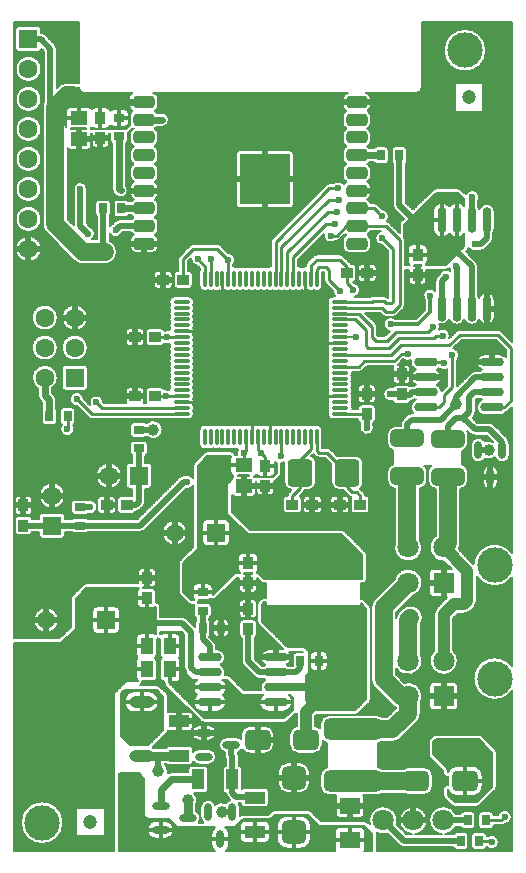
<source format=gtl>
G04 Layer_Physical_Order=1*
G04 Layer_Color=255*
%FSLAX24Y24*%
%MOIN*%
G70*
G01*
G75*
%ADD10C,0.0079*%
%ADD11O,0.0800X0.0295*%
%ADD12R,0.0354X0.0276*%
G04:AMPARAMS|DCode=13|XSize=70.9mil|YSize=39.4mil|CornerRadius=9.8mil|HoleSize=0mil|Usage=FLASHONLY|Rotation=0.000|XOffset=0mil|YOffset=0mil|HoleType=Round|Shape=RoundedRectangle|*
%AMROUNDEDRECTD13*
21,1,0.0709,0.0197,0,0,0.0*
21,1,0.0512,0.0394,0,0,0.0*
1,1,0.0197,0.0256,-0.0098*
1,1,0.0197,-0.0256,-0.0098*
1,1,0.0197,-0.0256,0.0098*
1,1,0.0197,0.0256,0.0098*
%
%ADD13ROUNDEDRECTD13*%
%ADD14R,0.1693X0.1693*%
%ADD15R,0.0276X0.0354*%
%ADD16R,0.0571X0.0453*%
%ADD17R,0.0354X0.0394*%
G04:AMPARAMS|DCode=18|XSize=86.6mil|YSize=68.9mil|CornerRadius=17.2mil|HoleSize=0mil|Usage=FLASHONLY|Rotation=0.000|XOffset=0mil|YOffset=0mil|HoleType=Round|Shape=RoundedRectangle|*
%AMROUNDEDRECTD18*
21,1,0.0866,0.0344,0,0,0.0*
21,1,0.0522,0.0689,0,0,0.0*
1,1,0.0344,0.0261,-0.0172*
1,1,0.0344,-0.0261,-0.0172*
1,1,0.0344,-0.0261,0.0172*
1,1,0.0344,0.0261,0.0172*
%
%ADD18ROUNDEDRECTD18*%
G04:AMPARAMS|DCode=19|XSize=194.9mil|YSize=70.9mil|CornerRadius=17.7mil|HoleSize=0mil|Usage=FLASHONLY|Rotation=0.000|XOffset=0mil|YOffset=0mil|HoleType=Round|Shape=RoundedRectangle|*
%AMROUNDEDRECTD19*
21,1,0.1949,0.0354,0,0,0.0*
21,1,0.1594,0.0709,0,0,0.0*
1,1,0.0354,0.0797,-0.0177*
1,1,0.0354,-0.0797,-0.0177*
1,1,0.0354,-0.0797,0.0177*
1,1,0.0354,0.0797,0.0177*
%
%ADD19ROUNDEDRECTD19*%
G04:AMPARAMS|DCode=20|XSize=279.5mil|YSize=218.5mil|CornerRadius=10.9mil|HoleSize=0mil|Usage=FLASHONLY|Rotation=180.000|XOffset=0mil|YOffset=0mil|HoleType=Round|Shape=RoundedRectangle|*
%AMROUNDEDRECTD20*
21,1,0.2795,0.1967,0,0,180.0*
21,1,0.2577,0.2185,0,0,180.0*
1,1,0.0219,-0.1288,0.0983*
1,1,0.0219,0.1288,0.0983*
1,1,0.0219,0.1288,-0.0983*
1,1,0.0219,-0.1288,-0.0983*
%
%ADD20ROUNDEDRECTD20*%
%ADD21O,0.0846X0.0394*%
%ADD22R,0.0709X0.0551*%
%ADD23R,0.0689X0.0413*%
%ADD24O,0.0281X0.0591*%
G04:AMPARAMS|DCode=25|XSize=82.7mil|YSize=78.7mil|CornerRadius=19.7mil|HoleSize=0mil|Usage=FLASHONLY|Rotation=0.000|XOffset=0mil|YOffset=0mil|HoleType=Round|Shape=RoundedRectangle|*
%AMROUNDEDRECTD25*
21,1,0.0827,0.0394,0,0,0.0*
21,1,0.0433,0.0787,0,0,0.0*
1,1,0.0394,0.0217,-0.0197*
1,1,0.0394,-0.0217,-0.0197*
1,1,0.0394,-0.0217,0.0197*
1,1,0.0394,0.0217,0.0197*
%
%ADD25ROUNDEDRECTD25*%
%ADD26R,0.0413X0.0689*%
%ADD27O,0.0591X0.0281*%
%ADD28R,0.0413X0.0551*%
%ADD29R,0.0394X0.0394*%
%ADD30O,0.0118X0.0591*%
%ADD31O,0.0591X0.0118*%
G04:AMPARAMS|DCode=32|XSize=90.6mil|YSize=82.7mil|CornerRadius=12.4mil|HoleSize=0mil|Usage=FLASHONLY|Rotation=90.000|XOffset=0mil|YOffset=0mil|HoleType=Round|Shape=RoundedRectangle|*
%AMROUNDEDRECTD32*
21,1,0.0906,0.0579,0,0,90.0*
21,1,0.0657,0.0827,0,0,90.0*
1,1,0.0248,0.0289,0.0329*
1,1,0.0248,0.0289,-0.0329*
1,1,0.0248,-0.0289,-0.0329*
1,1,0.0248,-0.0289,0.0329*
%
%ADD32ROUNDEDRECTD32*%
%ADD33R,0.0394X0.0354*%
%ADD34O,0.0295X0.0850*%
%ADD35C,0.0472*%
G04:AMPARAMS|DCode=36|XSize=110.2mil|YSize=59.1mil|CornerRadius=14.8mil|HoleSize=0mil|Usage=FLASHONLY|Rotation=0.000|XOffset=0mil|YOffset=0mil|HoleType=Round|Shape=RoundedRectangle|*
%AMROUNDEDRECTD36*
21,1,0.1102,0.0295,0,0,0.0*
21,1,0.0807,0.0591,0,0,0.0*
1,1,0.0295,0.0404,-0.0148*
1,1,0.0295,-0.0404,-0.0148*
1,1,0.0295,-0.0404,0.0148*
1,1,0.0295,0.0404,0.0148*
%
%ADD36ROUNDEDRECTD36*%
%ADD37C,0.0197*%
%ADD38C,0.0118*%
%ADD39C,0.0098*%
%ADD40C,0.0591*%
%ADD41C,0.0138*%
%ADD42C,0.0236*%
%ADD43C,0.0394*%
%ADD44C,0.0295*%
%ADD45C,0.0256*%
%ADD46C,0.0600*%
%ADD47R,0.0600X0.0600*%
%ADD48C,0.0709*%
%ADD49C,0.0630*%
%ADD50R,0.0630X0.0630*%
%ADD51R,0.0630X0.0630*%
%ADD52R,0.0709X0.0709*%
%ADD53C,0.1181*%
%ADD54C,0.0236*%
%ADD55C,0.0394*%
G36*
X40576Y23597D02*
X40640Y23557D01*
X40685Y23496D01*
X40704Y23423D01*
X40695Y23348D01*
X40655Y23218D01*
X40594Y23068D01*
X40511Y22928D01*
X40407Y22803D01*
X40403Y22798D01*
X40237Y22649D01*
X40053Y22524D01*
X39854Y22423D01*
X39643Y22350D01*
X39425Y22306D01*
X39203Y22291D01*
X38980Y22306D01*
X38762Y22350D01*
X38552Y22423D01*
X38353Y22524D01*
X38169Y22649D01*
X38003Y22798D01*
X38001Y22801D01*
X37895Y22927D01*
X37811Y23069D01*
X37750Y23221D01*
X37708Y23355D01*
X37699Y23428D01*
X37718Y23499D01*
X37762Y23559D01*
X37824Y23598D01*
X37896Y23611D01*
X40502D01*
X40576Y23597D01*
D02*
G37*
G36*
X39425Y25961D02*
X39643Y25917D01*
X39854Y25844D01*
X40053Y25744D01*
X40237Y25619D01*
X40403Y25469D01*
X40405Y25467D01*
X40510Y25341D01*
X40594Y25199D01*
X40656Y25046D01*
X40698Y24912D01*
X40706Y24839D01*
X40687Y24768D01*
X40644Y24709D01*
X40582Y24670D01*
X40510Y24656D01*
X37904D01*
X37830Y24670D01*
X37766Y24711D01*
X37721Y24772D01*
X37702Y24845D01*
X37710Y24920D01*
X37751Y25049D01*
X37811Y25200D01*
X37895Y25340D01*
X37998Y25465D01*
X38003Y25469D01*
X38169Y25619D01*
X38353Y25744D01*
X38552Y25844D01*
X38762Y25917D01*
X38980Y25961D01*
X39203Y25976D01*
X39425Y25961D01*
D02*
G37*
D10*
X44671Y37172D02*
G03*
X44705Y37293I-203J121D01*
G01*
D02*
G03*
X44255Y37395I-236J0D01*
G01*
X44108Y37542D02*
G03*
X43996Y37589I-112J-111D01*
G01*
X44107Y37542D02*
G03*
X43996Y37589I-111J-111D01*
G01*
X45171Y36101D02*
G03*
X45220Y36255I-217J154D01*
G01*
X45107Y35776D02*
G03*
X45171Y35929I-153J153D01*
G01*
X45108Y35776D02*
G03*
X45171Y35929I-153J153D01*
G01*
X45220Y36810D02*
G03*
X44705Y36900I-266J0D01*
G01*
D02*
G03*
X44671Y36964I-250J-90D01*
G01*
X44754Y35512D02*
G03*
X44907Y35575I0J217D01*
G01*
X44754Y35512D02*
G03*
X44907Y35576I0J217D01*
G01*
X44671Y34984D02*
G03*
X44608Y35137I-217J0D01*
G01*
X44671Y34984D02*
G03*
X44608Y35138I-217J0D01*
G01*
X44349Y35600D02*
G03*
X44642Y35512I199J128D01*
G01*
X44314Y35548D02*
G03*
X44349Y35600I-111J111D01*
G01*
X44314Y35548D02*
G03*
X44349Y35600I-111J112D01*
G01*
X43706Y34940D02*
G03*
X43738Y34863I231J50D01*
G01*
X44933Y42193D02*
G03*
X44933Y42193I-709J0D01*
G01*
D02*
G03*
X44933Y42193I-709J0D01*
G01*
X42628Y40778D02*
G03*
X42785Y40935I0J157D01*
G01*
X42628Y40778D02*
G03*
X42785Y40935I0J157D01*
G01*
X42254Y38426D02*
G03*
X42293Y38514I-79J88D01*
G01*
Y38868D02*
G03*
X42175Y38986I-118J0D01*
G01*
X43583Y34882D02*
G03*
X43694Y34928I0J157D01*
G01*
X43583Y34882D02*
G03*
X43694Y34928I0J157D01*
G01*
X43258Y37589D02*
G03*
X43146Y37542I0J-157D01*
G01*
X43258Y37589D02*
G03*
X43147Y37542I0J-157D01*
G01*
X43738Y34839D02*
G03*
X43382Y34732I-136J-193D01*
G01*
X43302Y34651D02*
G03*
X43238Y34498I153J-153D01*
G01*
X43302Y34651D02*
G03*
X43238Y34498I153J-153D01*
G01*
X42825Y34380D02*
G03*
X42943Y34498I0J118D01*
G01*
X42759Y35049D02*
G03*
X42762Y35010I157J-10D01*
G01*
X42759Y35049D02*
G03*
X42762Y35010I157J-10D01*
G01*
X42352Y34498D02*
G03*
X42470Y34380I118J0D01*
G01*
X45443Y32825D02*
G03*
X45325Y32874I-118J-118D01*
G01*
X45443Y32825D02*
G03*
X45325Y32874I-118J-118D01*
G01*
X45220Y33860D02*
G03*
X44705Y33950I-266J0D01*
G01*
Y33215D02*
G03*
X45220Y33305I250J90D01*
G01*
X45602Y30137D02*
G03*
X45656Y30173I-64J154D01*
G01*
X45602Y30137D02*
G03*
X45656Y30173I-64J154D01*
G01*
X45583Y31969D02*
G03*
X45385Y32057I-198J-178D01*
G01*
X44705Y33950D02*
G03*
X44671Y34014I-250J-90D01*
G01*
X44881Y32057D02*
G03*
X44791Y31541I0J-266D01*
G01*
D02*
G03*
X44727Y31508I90J-250D01*
G01*
Y30575D02*
G03*
X44791Y30541I154J217D01*
G01*
X44576Y31508D02*
G03*
X44423Y31444I0J-217D01*
G01*
X44576Y31508D02*
G03*
X44423Y31444I0J-217D01*
G01*
X45385Y30026D02*
G03*
X45602Y30137I0J266D01*
G01*
X45687Y29162D02*
G03*
X45625Y29287I-215J-28D01*
G01*
X45192Y29720D02*
G03*
X45039Y29783I-153J-153D01*
G01*
X45193Y29720D02*
G03*
X45039Y29783I-153J-153D01*
G01*
X45731Y29018D02*
G03*
X45687Y29162I-258J0D01*
G01*
D02*
G03*
X45626Y29287I-215J-28D01*
G01*
X44890Y28569D02*
G03*
X45226Y28629I122J291D01*
G01*
D02*
G03*
X45731Y28708I246J79D01*
G01*
X44791Y30541D02*
G03*
X44881Y30026I90J-250D01*
G01*
X44523Y29985D02*
G03*
X44587Y30138I-153J153D01*
G01*
X44523Y29984D02*
G03*
X44587Y30138I-153J153D01*
G01*
X44394Y29414D02*
G03*
X44547Y29350I153J153D01*
G01*
X44394Y29414D02*
G03*
X44547Y29350I153J153D01*
G01*
X45165Y29135D02*
G03*
X44894Y29152I-153J-275D01*
G01*
D02*
G03*
X44414Y29018I-221J-134D01*
G01*
Y28708D02*
G03*
X44890Y28569I258J0D01*
G01*
X44205Y33215D02*
G03*
X44705Y33215I250J90D01*
G01*
X44055Y32874D02*
G03*
X43937Y32825I0J-167D01*
G01*
X44055Y32874D02*
G03*
X43937Y32825I0J-167D01*
G01*
X43705Y33215D02*
G03*
X44205Y33215I250J90D01*
G01*
X43720Y32677D02*
G03*
X43362Y32879I-236J0D01*
G01*
X43705Y32593D02*
G03*
X43720Y32677I-221J84D01*
G01*
X43976Y31871D02*
G03*
X44035Y32028I-177J156D01*
G01*
D02*
G03*
X43844Y32259I-236J0D01*
G01*
X43238Y34182D02*
G03*
X42884Y33871I-167J-167D01*
G01*
X43375Y33052D02*
G03*
X43705Y33215I79J254D01*
G01*
X43386Y32982D02*
G03*
X43375Y33052I-236J0D01*
G01*
X43362Y32879D02*
G03*
X43386Y32982I-213J103D01*
G01*
X42425Y31864D02*
G03*
X42591Y31541I256J-72D01*
G01*
X43276D02*
G03*
X43360Y31591I-90J250D01*
G01*
X43360D02*
G03*
X43642Y31557I163J171D01*
G01*
X42172Y31895D02*
G03*
X42425Y31864I151J182D01*
G01*
X42411Y31585D02*
G03*
X42293Y31703I-118J0D01*
G01*
X43451Y31291D02*
G03*
X43276Y31541I-266J0D01*
G01*
Y31041D02*
G03*
X43451Y31291I-90J250D01*
G01*
X44331Y29390D02*
G03*
X44306Y29502I-266J0D01*
G01*
X44144Y28841D02*
G03*
X44331Y29094I-79J254D01*
G01*
X43447Y30839D02*
G03*
X43276Y31041I-261J-48D01*
G01*
X42591Y31541D02*
G03*
X42591Y31041I90J-250D01*
G01*
D02*
G03*
X42527Y31008I90J-250D01*
G01*
X42543Y30564D02*
G03*
X42591Y30541I137J227D01*
G01*
D02*
G03*
X42498Y30098I90J-250D01*
G01*
X42408Y30494D02*
G03*
X42535Y30556I-26J215D01*
G01*
X42408Y30494D02*
G03*
X42535Y30556I-26J215D01*
G01*
X42293Y31073D02*
G03*
X42411Y31191I0J118D01*
G01*
X42465Y31008D02*
G03*
X42383Y30992I0J-217D01*
G01*
X42465Y31008D02*
G03*
X42383Y30992I0J-217D01*
G01*
X42383Y30992D02*
G03*
X42293Y31033I-90J-77D01*
G01*
Y30404D02*
G03*
X42408Y30494I0J118D01*
G01*
X42451Y30098D02*
G03*
X42298Y30035I0J-217D01*
G01*
X42451Y30098D02*
G03*
X42297Y30035I0J-217D01*
G01*
X41899Y38986D02*
G03*
X41781Y38868I0J-118D01*
G01*
Y38514D02*
G03*
X41821Y38426I118J0D01*
G01*
X41683Y38868D02*
G03*
X41565Y38986I-118J0D01*
G01*
Y38396D02*
G03*
X41683Y38514I0J118D01*
G01*
X41821Y37028D02*
G03*
X41884Y36874I217J0D01*
G01*
X41821Y37028D02*
G03*
X41884Y36875I217J0D01*
G01*
X41289Y38986D02*
G03*
X41191Y38933I0J-118D01*
G01*
X41095Y40567D02*
G03*
X40930Y40778I-217J0D01*
G01*
X40969Y39583D02*
G03*
X41095Y39780I-90J197D01*
G01*
X40969Y40174D02*
G03*
X41095Y40370I-90J197D01*
G01*
Y39977D02*
G03*
X40969Y40174I-217J0D01*
G01*
X41095Y39386D02*
G03*
X40969Y39583I-217J0D01*
G01*
X40969Y38993D02*
G03*
X41095Y39189I-90J197D01*
G01*
X41045Y38933D02*
G03*
X40969Y38993I-167J-138D01*
G01*
X40969Y38402D02*
G03*
X41045Y38461I-90J197D01*
G01*
X41184D02*
G03*
X41289Y38396I106J53D01*
G01*
X41313Y37044D02*
G03*
X41194Y37093I-118J-118D01*
G01*
X41313Y37044D02*
G03*
X41194Y37093I-118J-118D01*
G01*
X40969Y37811D02*
G03*
X41095Y38008I-90J197D01*
G01*
Y38205D02*
G03*
X40969Y38402I-217J0D01*
G01*
X41095Y37615D02*
G03*
X40969Y37811I-217J0D01*
G01*
Y37221D02*
G03*
X41095Y37418I-90J197D01*
G01*
X41084Y37093D02*
G03*
X40969Y37221I-205J-69D01*
G01*
X42093Y36489D02*
G03*
X42047Y36378I111J-111D01*
G01*
X42094Y36490D02*
G03*
X42047Y36378I111J-112D01*
G01*
X41697Y36453D02*
G03*
X41631Y36494I-118J-118D01*
G01*
D02*
G03*
X41693Y36654I-174J160D01*
G01*
D02*
G03*
X41467Y36890I-236J0D01*
G01*
X41697Y36453D02*
G03*
X41631Y36494I-118J-118D01*
G01*
X41426Y36168D02*
G03*
X41466Y35699I41J-233D01*
G01*
X40969Y36040D02*
G03*
X41084Y36168I-90J197D01*
G01*
X41095Y35843D02*
G03*
X40969Y36040I-217J0D01*
G01*
X40878Y35430D02*
G03*
X41095Y35646I0J217D01*
G01*
X41280Y34941D02*
G03*
X41161Y35059I-118J0D01*
G01*
X40768D02*
G03*
X40650Y34941I0J-118D01*
G01*
X40443Y35059D02*
G03*
X40414Y35099I-148J-79D01*
G01*
X40443Y35059D02*
G03*
X40414Y35099I-148J-79D01*
G01*
X40610Y34941D02*
G03*
X40492Y35059I-118J0D01*
G01*
X40315Y40778D02*
G03*
X40150Y40567I52J-210D01*
G01*
Y40370D02*
G03*
X40276Y40174I217J0D01*
G01*
Y40174D02*
G03*
X40150Y39977I90J-197D01*
G01*
Y39189D02*
G03*
X40276Y38993I217J0D01*
G01*
X40150Y39780D02*
G03*
X40276Y39583I217J0D01*
G01*
X40276Y38993D02*
G03*
X40150Y38796I90J-197D01*
G01*
X40276Y39583D02*
G03*
X40150Y39386I90J-197D01*
G01*
Y38599D02*
G03*
X40276Y38402I217J0D01*
G01*
Y38402D02*
G03*
X40150Y38205I90J-197D01*
G01*
Y38008D02*
G03*
X40276Y37811I217J0D01*
G01*
Y37811D02*
G03*
X40186Y37734I90J-197D01*
G01*
X40186Y37734D02*
G03*
X39833Y37756I-186J-146D01*
G01*
X39705D02*
G03*
X39586Y37707I0J-167D01*
G01*
X39705Y37756D02*
G03*
X39586Y37707I0J-167D01*
G01*
X38516Y38737D02*
G03*
X38398Y38855I-118J0D01*
G01*
X40237Y36063D02*
G03*
X40276Y36040I130J173D01*
G01*
Y36040D02*
G03*
X40150Y35843I90J-197D01*
G01*
X39951Y35846D02*
G03*
X40069Y35895I0J167D01*
G01*
X39951Y35846D02*
G03*
X40069Y35895I0J167D01*
G01*
X39524Y36069D02*
G03*
X39921Y35846I230J-55D01*
G01*
X40150Y35646D02*
G03*
X40367Y35430I217J0D01*
G01*
X40177Y35335D02*
G03*
X40059Y35384I-118J-118D01*
G01*
X40177Y35335D02*
G03*
X40059Y35384I-118J-118D01*
G01*
X39291D02*
G03*
X39173Y35335I0J-167D01*
G01*
X39291Y35384D02*
G03*
X39173Y35335I0J-167D01*
G01*
X38398Y36926D02*
G03*
X38516Y37044I0J118D01*
G01*
X37795Y35916D02*
G03*
X37746Y35797I118J-118D01*
G01*
X37795Y35916D02*
G03*
X37746Y35797I118J-118D01*
G01*
X38976Y35138D02*
G03*
X38927Y35020I118J-118D01*
G01*
X38976Y35138D02*
G03*
X38927Y35020I118J-118D01*
G01*
Y34988D02*
G03*
X38799Y34960I-30J-175D01*
G01*
D02*
G03*
X38671Y34988I-98J-147D01*
G01*
X37746D02*
G03*
X37618Y34960I-30J-175D01*
G01*
X42175Y33573D02*
G03*
X42224Y33691I-118J118D01*
G01*
X42175Y33573D02*
G03*
X42224Y33691I-118J118D01*
G01*
X41841Y33307D02*
G03*
X41959Y33356I0J167D01*
G01*
X41655Y33947D02*
G03*
X41537Y33996I-118J-118D01*
G01*
X41655Y33947D02*
G03*
X41537Y33996I-118J-118D01*
G01*
X41466Y33356D02*
G03*
X41585Y33307I118J118D01*
G01*
X41841D02*
G03*
X41959Y33356I0J167D01*
G01*
X41466D02*
G03*
X41585Y33307I118J118D01*
G01*
X41843Y31654D02*
G03*
X41821Y31585I96J-69D01*
G01*
Y31191D02*
G03*
X41939Y31073I118J0D01*
G01*
X41896Y33248D02*
G03*
X41713Y32828I-144J-187D01*
G01*
X41161Y34469D02*
G03*
X41280Y34587I0J118D01*
G01*
X41142Y33996D02*
G03*
X41063Y33976I0J-167D01*
G01*
X40650Y34587D02*
G03*
X40768Y34469I118J0D01*
G01*
X41299Y32982D02*
G03*
X41250Y33101I-167J0D01*
G01*
X41299Y32982D02*
G03*
X41250Y33101I-167J0D01*
G01*
X40699Y31476D02*
G03*
X40817Y31525I0J167D01*
G01*
X40699Y31476D02*
G03*
X40817Y31525I0J167D01*
G01*
X42150Y29888D02*
G03*
X42087Y29734I153J-153D01*
G01*
X41939Y31033D02*
G03*
X41826Y30949I0J-118D01*
G01*
Y30949D02*
G03*
X41810Y30502I-84J-221D01*
G01*
X41823D02*
G03*
X41939Y30404I116J20D01*
G01*
X42150Y29887D02*
G03*
X42087Y29734I153J-153D01*
G01*
X41634Y29104D02*
G03*
X41831Y28848I266J0D01*
G01*
X41900Y29665D02*
G03*
X41634Y29400I0J-266D01*
G01*
X41250Y30935D02*
G03*
X41132Y31053I-118J0D01*
G01*
Y30423D02*
G03*
X41250Y30541I0J118D01*
G01*
X40778Y31053D02*
G03*
X40659Y30935I0J-118D01*
G01*
Y30541D02*
G03*
X40778Y30423I118J0D01*
G01*
X41250Y30266D02*
G03*
X41132Y30384I-118J0D01*
G01*
X41171Y29761D02*
G03*
X41250Y29872I-39J111D01*
G01*
X41191Y29606D02*
G03*
X41171Y29701I-236J0D01*
G01*
X40778Y30384D02*
G03*
X40659Y30266I0J-118D01*
G01*
Y29872D02*
G03*
X40738Y29761I118J0D01*
G01*
Y29701D02*
G03*
X41191Y29606I217J-94D01*
G01*
X40837Y28439D02*
G03*
X40594Y28681I-242J0D01*
G01*
X40738Y34203D02*
G03*
X40534Y34437I-236J0D01*
G01*
X40569Y33976D02*
G03*
X40738Y34203I-67J226D01*
G01*
X40502Y34469D02*
G03*
X40610Y34587I-10J118D01*
G01*
X40443Y31348D02*
G03*
X40472Y31447I-147J98D01*
G01*
X39823Y34163D02*
G03*
X39903Y33986I236J0D01*
G01*
X40443Y31152D02*
G03*
X40472Y31250I-147J98D01*
G01*
D02*
G03*
X40443Y31348I-177J0D01*
G01*
X40472Y31053D02*
G03*
X40443Y31152I-177J0D01*
G01*
Y30955D02*
G03*
X40472Y31053I-147J98D01*
G01*
Y30856D02*
G03*
X40443Y30955I-177J0D01*
G01*
Y30758D02*
G03*
X40472Y30856I-147J98D01*
G01*
X40443Y30561D02*
G03*
X40472Y30659I-147J98D01*
G01*
D02*
G03*
X40443Y30758I-177J0D01*
G01*
X40472Y30463D02*
G03*
X40443Y30561I-177J0D01*
G01*
Y30364D02*
G03*
X40472Y30463I-147J98D01*
G01*
Y30266D02*
G03*
X40443Y30364I-177J0D01*
G01*
X40295Y29892D02*
G03*
X40354Y29902I0J177D01*
G01*
X39537Y34518D02*
G03*
X39586Y34399I167J0D01*
G01*
X39537Y34518D02*
G03*
X39586Y34399I167J0D01*
G01*
X39193Y34193D02*
G03*
X39469Y34341I98J147D01*
G01*
X38996Y34193D02*
G03*
X39193Y34193I98J147D01*
G01*
X38799D02*
G03*
X38996Y34193I98J147D01*
G01*
X38209D02*
G03*
X38406Y34193I98J147D01*
G01*
X38012D02*
G03*
X38209Y34193I98J147D01*
G01*
X38602D02*
G03*
X38799Y34193I98J147D01*
G01*
X38406D02*
G03*
X38602Y34193I98J147D01*
G01*
X37815D02*
G03*
X38012Y34193I98J147D01*
G01*
X37618D02*
G03*
X37815Y34193I98J147D01*
G01*
X39676Y33711D02*
G03*
X39676Y33514I147J-98D01*
G01*
X39823Y33986D02*
G03*
X39676Y33711I0J-177D01*
G01*
Y33317D02*
G03*
X39676Y33120I147J-98D01*
G01*
Y33514D02*
G03*
X39676Y33317I147J-98D01*
G01*
Y32923D02*
G03*
X39676Y32726I147J-98D01*
G01*
Y33120D02*
G03*
X39676Y32923I147J-98D01*
G01*
Y32726D02*
G03*
X39676Y32530I147J-98D01*
G01*
Y30758D02*
G03*
X39676Y30561I147J-98D01*
G01*
Y30955D02*
G03*
X39676Y30758I147J-98D01*
G01*
Y30167D02*
G03*
X39823Y29892I147J-98D01*
G01*
X39676Y30561D02*
G03*
X39676Y30364I147J-98D01*
G01*
Y32333D02*
G03*
X39676Y32136I147J-98D01*
G01*
Y32530D02*
G03*
X39676Y32333I147J-98D01*
G01*
Y32136D02*
G03*
X39676Y31939I147J-98D01*
G01*
Y31742D02*
G03*
X39676Y31545I147J-98D01*
G01*
Y31939D02*
G03*
X39676Y31742I147J-98D01*
G01*
Y31348D02*
G03*
X39676Y31152I147J-98D01*
G01*
Y31545D02*
G03*
X39676Y31348I147J-98D01*
G01*
Y31152D02*
G03*
X39676Y30955I147J-98D01*
G01*
Y30364D02*
G03*
X39676Y30167I147J-98D01*
G01*
X39469Y29537D02*
G03*
X39193Y29685I-177J0D01*
G01*
X39754Y28898D02*
G03*
X39636Y28947I-118J-118D01*
G01*
X39754Y28898D02*
G03*
X39636Y28947I-118J-118D01*
G01*
X40016Y28681D02*
G03*
X39974Y28678I0J-242D01*
G01*
X39459Y29007D02*
G03*
X39469Y29065I-167J58D01*
G01*
X38996Y29685D02*
G03*
X38799Y29685I-98J-147D01*
G01*
D02*
G03*
X38602Y29685I-98J-147D01*
G01*
X37815D02*
G03*
X37618Y29685I-98J-147D01*
G01*
X39193D02*
G03*
X38996Y29685I-98J-147D01*
G01*
X39242Y28661D02*
G03*
X39360Y28612I118J118D01*
G01*
X39262Y28439D02*
G03*
X39093Y28670I-242J0D01*
G01*
X39242Y28661D02*
G03*
X39360Y28612I118J118D01*
G01*
X38602Y29685D02*
G03*
X38406Y29685I-98J-147D01*
G01*
D02*
G03*
X38209Y29685I-98J-147D01*
G01*
X38110Y28427D02*
G03*
X38200Y28457I-30J234D01*
G01*
X38209Y29685D02*
G03*
X38012Y29685I-98J-147D01*
G01*
D02*
G03*
X37815Y29685I-98J-147D01*
G01*
X45331Y28108D02*
G03*
X44814Y28108I-258J0D01*
G01*
Y27798D02*
G03*
X45331Y27798I258J0D01*
G01*
X44331Y28130D02*
G03*
X44144Y28384I-266J0D01*
G01*
X44075Y27569D02*
G03*
X44331Y27835I-10J266D01*
G01*
X44021Y25559D02*
G03*
X44075Y25764I-359J204D01*
G01*
X44021Y25559D02*
G03*
X44075Y25764I-359J204D01*
G01*
X45800Y25431D02*
G03*
X44510Y25071I-583J-403D01*
G01*
X45800Y25431D02*
G03*
X44510Y25071I-583J-403D01*
G01*
X44626Y24636D02*
G03*
X45800Y24625I591J392D01*
G01*
X44626Y24636D02*
G03*
X45800Y24625I591J392D01*
G01*
Y21652D02*
G03*
X45800Y20845I-583J-403D01*
G01*
Y21652D02*
G03*
X45800Y20845I-583J-403D01*
G01*
X44534Y23616D02*
G03*
X44626Y23839I-223J223D01*
G01*
X44534Y23616D02*
G03*
X44626Y23839I-222J223D01*
G01*
X44203Y23415D02*
G03*
X44425Y23508I0J315D01*
G01*
X44203Y23415D02*
G03*
X44426Y23508I0J315D01*
G01*
X42992Y27835D02*
G03*
X43248Y27569I266J0D01*
G01*
Y26007D02*
G03*
X43542Y25147I268J-389D01*
G01*
X43104Y28346D02*
G03*
X42992Y28130I154J-217D01*
G01*
X42972Y28140D02*
G03*
X42874Y28346I-266J0D01*
G01*
X42717Y27579D02*
G03*
X42972Y27844I-10J266D01*
G01*
X43162Y24910D02*
G03*
X43044Y24792I0J-118D01*
G01*
Y24083D02*
G03*
X43162Y23965I118J0D01*
G01*
X43294Y23621D02*
G03*
X43201Y23398I222J-223D01*
G01*
X43293Y23621D02*
G03*
X43201Y23398I223J-223D01*
G01*
X43989Y21839D02*
G03*
X43831Y22191I-472J0D01*
G01*
X43989Y21012D02*
G03*
X43870Y21130I-118J0D01*
G01*
X43201Y22191D02*
G03*
X43989Y21839I315J-352D01*
G01*
X42748Y23038D02*
G03*
X42825Y23278I-337J239D01*
G01*
D02*
G03*
X42119Y23570I-413J0D01*
G01*
X43162Y21130D02*
G03*
X43044Y21012I0J-118D01*
G01*
X45787Y16634D02*
G03*
X45322Y16693I-236J0D01*
G01*
X45285Y18780D02*
G03*
X45239Y18891I-157J0D01*
G01*
X45285Y18780D02*
G03*
X45239Y18891I-157J0D01*
G01*
Y17536D02*
G03*
X45285Y17648I-111J111D01*
G01*
X45239Y17536D02*
G03*
X45285Y17648I-111J112D01*
G01*
X44796Y19334D02*
G03*
X44685Y19380I-111J-111D01*
G01*
X44797Y19334D02*
G03*
X44685Y19380I-112J-111D01*
G01*
X44616Y16978D02*
G03*
X44728Y17025I0J157D01*
G01*
X44616Y16978D02*
G03*
X44728Y17024I0J157D01*
G01*
X45187Y16703D02*
G03*
X45069Y16821I-118J0D01*
G01*
X44793D02*
G03*
X44675Y16703I0J-118D01*
G01*
X44577D02*
G03*
X44459Y16821I-118J0D01*
G01*
X44183D02*
G03*
X44071Y16740I0J-118D01*
G01*
X45551Y16398D02*
G03*
X45787Y16634I0J236D01*
G01*
X45443Y16358D02*
G03*
X45551Y16398I0J167D01*
G01*
X45443Y16358D02*
G03*
X45551Y16398I0J167D01*
G01*
X45069Y16230D02*
G03*
X45187Y16348I0J118D01*
G01*
X45354Y15797D02*
G03*
X45004Y16004I-236J0D01*
G01*
X44951Y16014D02*
G03*
X44832Y16132I-118J0D01*
G01*
X44948Y15634D02*
G03*
X45354Y15797I170J164D01*
G01*
X44832Y15541D02*
G03*
X44948Y15634I0J118D01*
G01*
X44675Y16348D02*
G03*
X44793Y16230I118J0D01*
G01*
X44459D02*
G03*
X44577Y16348I0J118D01*
G01*
X44073Y16307D02*
G03*
X44183Y16230I111J41D01*
G01*
X44557Y16132D02*
G03*
X44439Y16014I0J-118D01*
G01*
X44341D02*
G03*
X44222Y16132I-118J0D01*
G01*
X44439Y15659D02*
G03*
X44557Y15541I118J0D01*
G01*
X44222D02*
G03*
X44341Y15659I0J118D01*
G01*
X43870Y20185D02*
G03*
X43989Y20304I0J118D01*
G01*
X43494Y18119D02*
G03*
X43671Y17963I157J0D01*
G01*
X43494Y18119D02*
G03*
X43671Y17963I157J0D01*
G01*
Y17706D02*
G03*
X43494Y17550I-20J-156D01*
G01*
X43671Y17706D02*
G03*
X43494Y17550I-20J-156D01*
G01*
X43044Y20304D02*
G03*
X43162Y20185I118J0D01*
G01*
X43258Y19380D02*
G03*
X43146Y19334I0J-157D01*
G01*
X43258Y19380D02*
G03*
X43147Y19334I0J-157D01*
G01*
X43058Y19245D02*
G03*
X43012Y19134I111J-112D01*
G01*
X43058Y19245D02*
G03*
X43012Y19134I111J-111D01*
G01*
Y18720D02*
G03*
X43058Y18609I157J0D01*
G01*
X43012Y18720D02*
G03*
X43058Y18609I157J0D01*
G01*
X43159Y18007D02*
G03*
X42869Y18297I-290J0D01*
G01*
X43767Y17024D02*
G03*
X43878Y16978I111J111D01*
G01*
X43766Y17025D02*
G03*
X43878Y16978I112J111D01*
G01*
X43494Y17362D02*
G03*
X43540Y17251I157J0D01*
G01*
X43494Y17362D02*
G03*
X43540Y17251I157J0D01*
G01*
X43924Y16740D02*
G03*
X43461Y16053I-420J-217D01*
G01*
X43947Y16132D02*
G03*
X43835Y16053I0J-118D01*
G01*
Y15620D02*
G03*
X43947Y15541I111J39D01*
G01*
X43547Y16053D02*
G03*
X43924Y16307I-43J470D01*
G01*
X42869Y17372D02*
G03*
X43159Y17662I0J290D01*
G01*
X42547Y16053D02*
G03*
X42976Y16524I-43J470D01*
G01*
D02*
G03*
X42461Y16053I-472J0D01*
G01*
X41634Y27844D02*
G03*
X41890Y27579I266J0D01*
G01*
X41831Y28396D02*
G03*
X41634Y28140I69J-257D01*
G01*
X42807Y25619D02*
G03*
X42717Y25897I-472J0D01*
G01*
X41890Y25776D02*
G03*
X42807Y25619I445J-158D01*
G01*
X41043Y27224D02*
G03*
X40925Y27343I-118J0D01*
G01*
X40896D02*
G03*
X40847Y27461I-167J-0D01*
G01*
X40896Y27343D02*
G03*
X40847Y27461I-167J-0D01*
G01*
X40727Y27579D02*
G03*
X40837Y27782I-133J202D01*
G01*
X40354Y27332D02*
G03*
X40432Y27288I118J118D01*
G01*
Y27288D02*
G03*
X40413Y27224I99J-64D01*
G01*
X40354Y27332D02*
G03*
X40432Y27288I118J118D01*
G01*
X40374Y27224D02*
G03*
X40256Y27343I-118J0D01*
G01*
X40925Y26752D02*
G03*
X41043Y26870I0J118D01*
G01*
X40413D02*
G03*
X40532Y26752I118J0D01*
G01*
X40965Y25354D02*
G03*
X40918Y25466I-157J0D01*
G01*
X40965Y25354D02*
G03*
X40918Y25466I-157J0D01*
G01*
X40256Y26752D02*
G03*
X40374Y26870I0J118D01*
G01*
X42466Y23983D02*
G03*
X42807Y24437I-131J454D01*
G01*
D02*
G03*
X41881Y24568I-472J0D01*
G01*
X42807Y21839D02*
G03*
X42748Y22068I-472J0D01*
G01*
X42043Y23493D02*
G03*
X41929Y23279I292J-292D01*
G01*
X42043Y23494D02*
G03*
X41929Y23279I292J-293D01*
G01*
Y21597D02*
G03*
X42807Y21839I406J242D01*
G01*
X40807Y24419D02*
G03*
X40965Y24577I0J157D01*
G01*
X40807Y24419D02*
G03*
X40965Y24577I0J157D01*
G01*
X41224Y23911D02*
G03*
X41102Y23618I292J-293D01*
G01*
X41223Y23910D02*
G03*
X41102Y23618I292J-292D01*
G01*
X41083Y23583D02*
G03*
X41037Y23694I-157J0D01*
G01*
X41083Y23583D02*
G03*
X41036Y23694I-157J0D01*
G01*
X40859Y23871D02*
G03*
X40748Y23917I-111J-111D01*
G01*
X40860Y23871D02*
G03*
X40748Y23917I-112J-111D01*
G01*
X39774Y27782D02*
G03*
X40016Y27539I242J0D01*
G01*
X40157D02*
G03*
X40187Y27500I148J79D01*
G01*
X39020Y27539D02*
G03*
X39262Y27782I0J242D01*
G01*
X40157Y27539D02*
G03*
X40187Y27500I148J79D01*
G01*
X39862Y27343D02*
G03*
X39744Y27224I0J-118D01*
G01*
X39459D02*
G03*
X39341Y27343I-118J0D01*
G01*
X38064Y27999D02*
G03*
X38110Y28110I-111J111D01*
G01*
X38064Y27999D02*
G03*
X38110Y28110I-111J112D01*
G01*
X38199Y27782D02*
G03*
X38441Y27539I242J0D01*
G01*
X37864Y27830D02*
G03*
X37936Y27871I-39J152D01*
G01*
X37864Y27830D02*
G03*
X37936Y27871I-39J152D01*
G01*
X38947Y27343D02*
G03*
X38829Y27224I0J-118D01*
G01*
X38849Y27470D02*
G03*
X38890Y27539I-118J118D01*
G01*
X38849Y27470D02*
G03*
X38890Y27539I-118J118D01*
G01*
X38356Y27451D02*
G03*
X38307Y27343I118J-118D01*
G01*
X38356Y27451D02*
G03*
X38307Y27343I118J-118D01*
G01*
X37746Y27352D02*
G03*
X37864Y27470I0J118D01*
G01*
X38278Y27343D02*
G03*
X38159Y27224I0J-118D01*
G01*
X38789D02*
G03*
X38713Y27335I-118J0D01*
G01*
X39744Y26870D02*
G03*
X39862Y26752I118J0D01*
G01*
X39341D02*
G03*
X39459Y26870I0J118D01*
G01*
X38829D02*
G03*
X38947Y26752I118J0D01*
G01*
X38671D02*
G03*
X38789Y26870I0J118D01*
G01*
X40220Y26164D02*
G03*
X40108Y26211I-112J-111D01*
G01*
X40220Y26165D02*
G03*
X40108Y26211I-111J-111D01*
G01*
X38603Y22126D02*
G03*
X38484Y22008I0J-118D01*
G01*
X38159Y26870D02*
G03*
X38278Y26752I118J0D01*
G01*
X38441Y21953D02*
G03*
X38368Y22136I-266J0D01*
G01*
X38266Y21703D02*
G03*
X38441Y21953I-90J250D01*
G01*
X38330Y21669D02*
G03*
X38266Y21703I-154J-217D01*
G01*
X37581D02*
G03*
X37517Y21669I90J-250D01*
G01*
X42748Y20429D02*
G03*
X42807Y20658I-413J229D01*
G01*
D02*
G03*
X42208Y21113I-472J0D01*
G01*
X42627Y19789D02*
G03*
X42748Y20081I-292J292D01*
G01*
X42627Y19788D02*
G03*
X42748Y20081I-292J293D01*
G01*
X41786Y20366D02*
G03*
X41922Y20275I292J292D01*
G01*
X41786Y20366D02*
G03*
X41922Y20275I293J292D01*
G01*
X42347Y18297D02*
G03*
X42172Y18238I0J-290D01*
G01*
X42201Y17411D02*
G03*
X42347Y17372I146J251D01*
G01*
X41811Y19144D02*
G03*
X42103Y19265I0J413D01*
G01*
X41811Y19144D02*
G03*
X42104Y19265I0J413D01*
G01*
X41102Y21220D02*
G03*
X41224Y20928I413J0D01*
G01*
X41102Y21220D02*
G03*
X41223Y20928I413J0D01*
G01*
X41034Y20438D02*
G03*
X41083Y20551I-109J113D01*
G01*
X41467Y18238D02*
G03*
X41339Y18293I-177J-236D01*
G01*
Y19089D02*
G03*
X41467Y19144I-49J291D01*
G01*
Y19970D02*
G03*
X41289Y20030I-177J-236D01*
G01*
X40571Y20039D02*
G03*
X40682Y20086I0J157D01*
G01*
X40571Y20039D02*
G03*
X40682Y20085I0J157D01*
G01*
X41289Y17352D02*
G03*
X41467Y17411I0J295D01*
G01*
X40866Y17283D02*
G03*
X40844Y17352I-118J0D01*
G01*
X41976Y16524D02*
G03*
X41052Y16385I-472J0D01*
G01*
X41954Y16380D02*
G03*
X41976Y16524I-450J144D01*
G01*
X42038Y15684D02*
G03*
X42191Y15620I153J153D01*
G01*
X42038Y15683D02*
G03*
X42191Y15620I153J153D01*
G01*
X40748Y16614D02*
G03*
X40866Y16732I0J118D01*
G01*
X40988Y16450D02*
G03*
X40876Y16496I-112J-111D01*
G01*
X40987Y16450D02*
G03*
X40876Y16496I-111J-111D01*
G01*
X41288Y16103D02*
G03*
X41648Y16074I216J420D01*
G01*
X39695Y20030D02*
G03*
X39400Y19734I0J-295D01*
G01*
X39478Y19179D02*
G03*
X39619Y19094I217J201D01*
G01*
X39400Y19584D02*
G03*
X39242Y19670I-212J-199D01*
G01*
X39188Y18750D02*
G03*
X39478Y19040I0J290D01*
G01*
X38376D02*
G03*
X38666Y18750I290J0D01*
G01*
X39055Y18140D02*
G03*
X38740Y18455I-315J0D01*
G01*
X38209Y19774D02*
G03*
X38320Y19820I0J157D01*
G01*
X38209Y19774D02*
G03*
X38320Y19820I0J157D01*
G01*
X37517Y21236D02*
G03*
X37581Y21203I154J217D01*
G01*
X38612Y19670D02*
G03*
X38376Y19385I54J-285D01*
G01*
X38307Y18455D02*
G03*
X37992Y18140I0J-315D01*
G01*
X37864Y19385D02*
G03*
X37574Y19675I-290J0D01*
G01*
Y18750D02*
G03*
X37864Y19040I0J290D01*
G01*
X39400Y17648D02*
G03*
X39695Y17352I295J0D01*
G01*
X39616Y18287D02*
G03*
X39400Y18002I79J-285D01*
G01*
X39943Y17352D02*
G03*
X39921Y17283I96J-69D01*
G01*
Y16732D02*
G03*
X40039Y16614I118J0D01*
G01*
X38740Y17431D02*
G03*
X39055Y17746I0J315D01*
G01*
X37992D02*
G03*
X38307Y17431I315J0D01*
G01*
X37687Y17490D02*
G03*
X37569Y17608I-118J0D01*
G01*
X39098Y16824D02*
G03*
X38986Y16870I-112J-111D01*
G01*
X39098Y16824D02*
G03*
X38986Y16870I-111J-111D01*
G01*
X37894D02*
G03*
X37782Y16824I0J-157D01*
G01*
X37569Y16959D02*
G03*
X37687Y17077I0J118D01*
G01*
X37894Y16870D02*
G03*
X37782Y16824I0J-157D01*
G01*
X36705Y38855D02*
G03*
X36587Y38737I0J-118D01*
G01*
X34370Y39882D02*
G03*
X34093Y40115I-236J0D01*
G01*
X34370Y39882D02*
G03*
X34093Y40115I-236J0D01*
G01*
X34301Y39715D02*
G03*
X34370Y39882I-167J167D01*
G01*
X34301Y39715D02*
G03*
X34370Y39882I-167J167D01*
G01*
X34130Y39642D02*
G03*
X34297Y39711I0J236D01*
G01*
X34130Y39642D02*
G03*
X34297Y39711I0J236D01*
G01*
X33882Y40174D02*
G03*
X34008Y40370I-90J197D01*
G01*
Y38205D02*
G03*
X33882Y38402I-217J0D01*
G01*
X36587Y37044D02*
G03*
X36705Y36926I118J0D01*
G01*
X36093Y35689D02*
G03*
X35974Y35738I-118J-118D01*
G01*
X36575Y35207D02*
G03*
X36339Y35443I-236J0D01*
G01*
X35177Y35738D02*
G03*
X35059Y35689I0J-167D01*
G01*
X35177Y35738D02*
G03*
X35059Y35689I0J-167D01*
G01*
X36093D02*
G03*
X35974Y35738I-118J-118D01*
G01*
X34008Y36433D02*
G03*
X33882Y36630I-217J0D01*
G01*
Y36630D02*
G03*
X34008Y36827I-90J197D01*
G01*
Y40567D02*
G03*
X33844Y40778I-217J0D01*
G01*
X33998Y39386D02*
G03*
X33877Y39581I-217J0D01*
G01*
X33877Y38995D02*
G03*
X33998Y39189I-95J195D01*
G01*
X33959Y40115D02*
G03*
X33882Y40174I-167J-138D01*
G01*
X33877Y39581D02*
G03*
X33959Y39642I-85J199D01*
G01*
X34008Y38796D02*
G03*
X33877Y38995I-217J0D01*
G01*
X33882Y38402D02*
G03*
X34008Y38599I-90J197D01*
G01*
X33063D02*
G03*
X33190Y38402I217J0D01*
G01*
X33185Y39585D02*
G03*
X33054Y39386I85J-199D01*
G01*
Y39189D02*
G03*
X33185Y38990I217J0D01*
G01*
D02*
G03*
X33063Y38796I95J-195D01*
G01*
X33190Y38402D02*
G03*
X33063Y38205I90J-197D01*
G01*
X33882Y37811D02*
G03*
X34008Y38008I-90J197D01*
G01*
X33063D02*
G03*
X33190Y37811I217J0D01*
G01*
X34008Y37615D02*
G03*
X33882Y37811I-217J0D01*
G01*
X33190Y37811D02*
G03*
X33063Y37615I90J-197D01*
G01*
X32992Y39435D02*
G03*
X33035Y39465I-69J142D01*
G01*
X32992Y39435D02*
G03*
X33035Y39466I-69J142D01*
G01*
X32933Y39081D02*
G03*
X32992Y39183I-59J102D01*
G01*
X32982Y37520D02*
G03*
X32933Y37664I-236J0D01*
G01*
X32982Y37520D02*
G03*
X32933Y37664I-236J0D01*
G01*
X32579Y37353D02*
G03*
X32982Y37520I167J167D01*
G01*
X32461Y37569D02*
G03*
X32530Y37402I236J0D01*
G01*
X32461Y37569D02*
G03*
X32530Y37402I236J0D01*
G01*
X34008Y37024D02*
G03*
X33882Y37221I-217J0D01*
G01*
Y37221D02*
G03*
X34008Y37418I-90J197D01*
G01*
X33113Y36689D02*
G03*
X33190Y36630I167J138D01*
G01*
Y37221D02*
G03*
X33113Y37162I90J-197D01*
G01*
X33882Y36040D02*
G03*
X34008Y36237I-90J197D01*
G01*
X33190Y36630D02*
G03*
X33098Y36552I90J-197D01*
G01*
X34008Y35843D02*
G03*
X33882Y36040I-217J0D01*
G01*
X33098Y36119D02*
G03*
X33190Y36040I181J118D01*
G01*
X33063Y37418D02*
G03*
X33190Y37221I217J0D01*
G01*
X32913Y36624D02*
G03*
X33019Y36689I0J118D01*
G01*
X33190Y36040D02*
G03*
X33063Y35843I90J-197D01*
G01*
X33792Y35430D02*
G03*
X34008Y35646I0J217D01*
G01*
X33063D02*
G03*
X33280Y35430I217J0D01*
G01*
X32579Y37353D02*
G03*
X32982Y37520I167J167D01*
G01*
X33012Y37162D02*
G03*
X32913Y37215I-98J-65D01*
G01*
X32638D02*
G03*
X32519Y37096I0J-118D01*
G01*
Y36742D02*
G03*
X32638Y36624I118J0D01*
G01*
X32713Y36552D02*
G03*
X32560Y36488I0J-217D01*
G01*
X32713Y36552D02*
G03*
X32560Y36488I0J-217D01*
G01*
X32492Y36421D02*
G03*
X32382Y36331I86J-220D01*
G01*
X32628Y35472D02*
G03*
X32382Y35850I-413J0D01*
G01*
Y36070D02*
G03*
X32799Y36114I197J131D01*
G01*
X32215Y35059D02*
G03*
X32628Y35472I0J413D01*
G01*
X36506Y35040D02*
G03*
X36575Y35207I-167J167D01*
G01*
X37224Y34960D02*
G03*
X37028Y34960I-98J-147D01*
G01*
D02*
G03*
X36831Y34960I-98J-147D01*
G01*
X37618D02*
G03*
X37421Y34960I-98J-147D01*
G01*
D02*
G03*
X37224Y34960I-98J-147D01*
G01*
X36634D02*
G03*
X36506Y34988I-98J-147D01*
G01*
X36831Y34960D02*
G03*
X36634Y34960I-98J-147D01*
G01*
X35384Y34871D02*
G03*
X35374Y34813I167J-58D01*
G01*
X37028Y34193D02*
G03*
X37224Y34193I98J147D01*
G01*
X36831D02*
G03*
X37028Y34193I98J147D01*
G01*
X37421D02*
G03*
X37618Y34193I98J147D01*
G01*
X37224D02*
G03*
X37421Y34193I98J147D01*
G01*
X36437D02*
G03*
X36634Y34193I98J147D01*
G01*
X36240D02*
G03*
X36437Y34193I98J147D01*
G01*
X36634D02*
G03*
X36831Y34193I98J147D01*
G01*
X36043D02*
G03*
X36240Y34193I98J147D01*
G01*
X35650D02*
G03*
X35846Y34193I98J147D01*
G01*
X35374Y34341D02*
G03*
X35650Y34193I177J0D01*
G01*
X35846D02*
G03*
X36043Y34193I98J147D01*
G01*
X35099Y35256D02*
G03*
X35303Y35002I235J-20D01*
G01*
X35148Y34715D02*
G03*
X35030Y34833I-118J0D01*
G01*
X34714Y35345D02*
G03*
X34665Y35226I118J-118D01*
G01*
X34714Y35345D02*
G03*
X34665Y35226I118J-118D01*
G01*
X34636Y34833D02*
G03*
X34518Y34715I0J-118D01*
G01*
X35030Y34242D02*
G03*
X35148Y34360I0J118D01*
G01*
X35167Y33711D02*
G03*
X35197Y33809I-147J98D01*
G01*
D02*
G03*
X35020Y33986I-177J0D01*
G01*
X35167Y33514D02*
G03*
X35197Y33612I-147J98D01*
G01*
D02*
G03*
X35167Y33711I-177J0D01*
G01*
Y33317D02*
G03*
X35197Y33415I-147J98D01*
G01*
D02*
G03*
X35167Y33514I-177J0D01*
G01*
X34518Y34360D02*
G03*
X34636Y34242I118J0D01*
G01*
X35167Y33120D02*
G03*
X35197Y33219I-147J98D01*
G01*
D02*
G03*
X35167Y33317I-177J0D01*
G01*
Y32923D02*
G03*
X35197Y33022I-147J98D01*
G01*
D02*
G03*
X35167Y33120I-177J0D01*
G01*
X35197Y32628D02*
G03*
X35167Y32726I-177J0D01*
G01*
Y32726D02*
G03*
X35197Y32825I-147J98D01*
G01*
D02*
G03*
X35167Y32923I-177J0D01*
G01*
Y32333D02*
G03*
X35197Y32431I-147J98D01*
G01*
X35167Y32530D02*
G03*
X35197Y32628I-147J98D01*
G01*
Y32431D02*
G03*
X35167Y32530I-177J0D01*
G01*
X34400Y32923D02*
G03*
X34372Y32850I147J-98D01*
G01*
X34372Y32406D02*
G03*
X34400Y32333I175J25D01*
G01*
X35197Y31841D02*
G03*
X35167Y31939I-177J0D01*
G01*
D02*
G03*
X35197Y32037I-147J98D01*
G01*
Y31644D02*
G03*
X35167Y31742I-177J0D01*
G01*
Y31742D02*
G03*
X35197Y31841I-147J98D01*
G01*
X35167Y32136D02*
G03*
X35197Y32234I-147J98D01*
G01*
D02*
G03*
X35167Y32333I-177J0D01*
G01*
X35197Y32037D02*
G03*
X35167Y32136I-177J0D01*
G01*
X35197Y31447D02*
G03*
X35167Y31545I-177J0D01*
G01*
D02*
G03*
X35197Y31644I-147J98D01*
G01*
Y31053D02*
G03*
X35167Y31152I-177J0D01*
G01*
Y31152D02*
G03*
X35197Y31250I-147J98D01*
G01*
X35167Y30955D02*
G03*
X35197Y31053I-147J98D01*
G01*
Y30069D02*
G03*
X35167Y30167I-177J0D01*
G01*
X35197Y30659D02*
G03*
X35167Y30758I-177J0D01*
G01*
Y30758D02*
G03*
X35197Y30856I-147J98D01*
G01*
Y30463D02*
G03*
X35167Y30561I-177J0D01*
G01*
D02*
G03*
X35197Y30659I-147J98D01*
G01*
Y31250D02*
G03*
X35167Y31348I-177J0D01*
G01*
D02*
G03*
X35197Y31447I-147J98D01*
G01*
Y30856D02*
G03*
X35167Y30955I-177J0D01*
G01*
X35197Y30266D02*
G03*
X35167Y30364I-177J0D01*
G01*
D02*
G03*
X35197Y30463I-147J98D01*
G01*
X35167Y30167D02*
G03*
X35197Y30266I-147J98D01*
G01*
X35020Y29892D02*
G03*
X35197Y30069I0J177D01*
G01*
X34489Y29902D02*
G03*
X34547Y29892I58J167D01*
G01*
X34478Y34715D02*
G03*
X34360Y34833I-118J0D01*
G01*
Y34242D02*
G03*
X34478Y34360I0J118D01*
G01*
X34547Y33986D02*
G03*
X34400Y33711I0J-177D01*
G01*
Y33514D02*
G03*
X34400Y33317I147J-98D01*
G01*
Y33711D02*
G03*
X34400Y33514I147J-98D01*
G01*
Y33120D02*
G03*
X34400Y32923I147J-98D01*
G01*
Y33317D02*
G03*
X34400Y33120I147J-98D01*
G01*
X34372Y32850D02*
G03*
X34205Y32848I-81J-222D01*
G01*
X34205Y32848D02*
G03*
X34094Y32923I-110J-43D01*
G01*
X34205Y32408D02*
G03*
X34372Y32406I87J220D01*
G01*
X33848Y34360D02*
G03*
X33967Y34242I118J0D01*
G01*
Y34833D02*
G03*
X33848Y34715I0J-118D01*
G01*
X33701Y32923D02*
G03*
X33583Y32805I0J-118D01*
G01*
X33543D02*
G03*
X33425Y32923I-118J0D01*
G01*
X33031D02*
G03*
X32913Y32805I0J-118D01*
G01*
X33583Y32451D02*
G03*
X33701Y32333I118J0D01*
G01*
X34400Y32136D02*
G03*
X34400Y31939I147J-98D01*
G01*
Y32333D02*
G03*
X34400Y32136I147J-98D01*
G01*
Y31742D02*
G03*
X34400Y31545I147J-98D01*
G01*
Y31939D02*
G03*
X34400Y31742I147J-98D01*
G01*
X34094Y32333D02*
G03*
X34205Y32408I0J118D01*
G01*
X34400Y31348D02*
G03*
X34400Y31152I147J-98D01*
G01*
Y31545D02*
G03*
X34400Y31348I147J-98D01*
G01*
Y31152D02*
G03*
X34400Y30955I147J-98D01*
G01*
X34202Y30885D02*
G03*
X34094Y30955I-108J-49D01*
G01*
X34400D02*
G03*
X34371Y30874I147J-98D01*
G01*
D02*
G03*
X34202Y30885I-99J-214D01*
G01*
X33425Y32333D02*
G03*
X33543Y32451I0J118D01*
G01*
X33701Y30955D02*
G03*
X33583Y30837I0J-118D01*
G01*
X33543D02*
G03*
X33425Y30955I-118J0D01*
G01*
X32913Y32451D02*
G03*
X33031Y32333I118J0D01*
G01*
X33031Y30955D02*
G03*
X32913Y30837I0J-118D01*
G01*
X33583Y30482D02*
G03*
X33593Y30433I118J0D01*
G01*
X33533D02*
G03*
X33543Y30482I-107J49D01*
G01*
X32913D02*
G03*
X32924Y30433I118J0D01*
G01*
X31221Y41093D02*
G03*
X31131Y41102I-89J-404D01*
G01*
X31221Y41093D02*
G03*
X31131Y41102I-89J-404D01*
G01*
X30945D02*
G03*
X30652Y40981I0J-413D01*
G01*
X30945Y41102D02*
G03*
X30652Y40981I0J-413D01*
G01*
X30620Y42244D02*
G03*
X30556Y42398I-217J0D01*
G01*
X30620Y42244D02*
G03*
X30557Y42397I-217J0D01*
G01*
X30232Y42722D02*
G03*
X30108Y42783I-153J-153D01*
G01*
X30232Y42722D02*
G03*
X30108Y42783I-153J-153D01*
G01*
X30187Y40468D02*
G03*
X30157Y40315I384J-153D01*
G01*
X30187Y40468D02*
G03*
X30157Y40315I384J-153D01*
G01*
X32402Y39183D02*
G03*
X32461Y39081I118J0D01*
G01*
X32254Y38947D02*
G03*
X32372Y39065I0J118D01*
G01*
X31781D02*
G03*
X31900Y38947I118J0D01*
G01*
X31654Y38878D02*
G03*
X31772Y38996I0J118D01*
G01*
X31614Y37474D02*
G03*
X31634Y37569I-217J94D01*
G01*
X32421Y37096D02*
G03*
X32303Y37215I-118J0D01*
G01*
X32028D02*
G03*
X31909Y37096I0J-118D01*
G01*
X31634Y37569D02*
G03*
X31181Y37474I-236J0D01*
G01*
X30984Y38931D02*
G03*
X31083Y38878I98J65D01*
G01*
X30108Y42884D02*
G03*
X29990Y43002I-118J0D01*
G01*
Y42136D02*
G03*
X30107Y42235I0J118D01*
G01*
X30108Y41569D02*
G03*
X30108Y41569I-433J0D01*
G01*
Y40569D02*
G03*
X30108Y40569I-433J0D01*
G01*
X29360Y43002D02*
G03*
X29242Y42884I0J-118D01*
G01*
Y42254D02*
G03*
X29360Y42136I118J0D01*
G01*
X30108Y39569D02*
G03*
X30108Y39569I-433J0D01*
G01*
Y38569D02*
G03*
X30108Y38569I-433J0D01*
G01*
Y37569D02*
G03*
X30108Y37569I-433J0D01*
G01*
X32382Y36654D02*
G03*
X32421Y36742I-79J88D01*
G01*
X31909D02*
G03*
X31949Y36654I118J0D01*
G01*
X31890Y36083D02*
G03*
X31740Y36303I-236J0D01*
G01*
X31784Y35886D02*
G03*
X31890Y36083I-131J197D01*
G01*
X31194Y35180D02*
G03*
X31486Y35059I292J292D01*
G01*
X31193Y35181D02*
G03*
X31486Y35059I293J292D01*
G01*
X31654Y33280D02*
G03*
X31654Y33280I-433J0D01*
G01*
Y32280D02*
G03*
X31654Y32280I-433J0D01*
G01*
Y31594D02*
G03*
X31535Y31713I-118J0D01*
G01*
Y30846D02*
G03*
X31654Y30965I0J118D01*
G01*
X32175Y30463D02*
G03*
X31725Y30362I-236J-0D01*
G01*
X31663Y29951D02*
G03*
X31781Y29902I118J118D01*
G01*
X31663Y29951D02*
G03*
X31781Y29902I118J118D01*
G01*
X31526Y30561D02*
G03*
X31289Y30325I-236J-0D01*
G01*
X31240Y30167D02*
G03*
X31122Y30285I-118J0D01*
G01*
X30906Y31713D02*
G03*
X30787Y31594I0J-118D01*
G01*
Y30965D02*
G03*
X30906Y30846I118J0D01*
G01*
X30846Y30285D02*
G03*
X30728Y30167I0J-118D01*
G01*
X30630D02*
G03*
X30610Y30233I-118J0D01*
G01*
X30157Y36388D02*
G03*
X30279Y36095I413J0D01*
G01*
X30157Y36388D02*
G03*
X30279Y36095I413J0D01*
G01*
X30108Y36569D02*
G03*
X30108Y36569I-433J0D01*
G01*
Y35569D02*
G03*
X30108Y35569I-433J0D01*
G01*
X30654Y33280D02*
G03*
X30654Y33280I-433J0D01*
G01*
Y32280D02*
G03*
X30654Y32280I-433J0D01*
G01*
Y31280D02*
G03*
X29984Y30917I-433J0D01*
G01*
X30457D02*
G03*
X30654Y31280I-236J363D01*
G01*
X30610Y30531D02*
G03*
X30541Y30698I-236J0D01*
G01*
X30610Y30531D02*
G03*
X30541Y30698I-236J0D01*
G01*
X30138Y30233D02*
G03*
X30118Y30167I98J-65D01*
G01*
X29984Y30685D02*
G03*
X30053Y30518I236J0D01*
G01*
X29984Y30685D02*
G03*
X30053Y30518I236J0D01*
G01*
X37618Y29685D02*
G03*
X37421Y29685I-98J-147D01*
G01*
X37274Y27470D02*
G03*
X37392Y27352I118J0D01*
G01*
X37421Y29685D02*
G03*
X37224Y29685I-98J-147D01*
G01*
X37028D02*
G03*
X36831Y29685I-98J-147D01*
G01*
X37136Y27313D02*
G03*
X37254Y27431I0J118D01*
G01*
X37224Y29685D02*
G03*
X37028Y29685I-98J-147D01*
G01*
X36831D02*
G03*
X36634Y29685I-98J-147D01*
G01*
X36634D02*
G03*
X36437Y29685I-98J-147D01*
G01*
D02*
G03*
X36240Y29685I-98J-147D01*
G01*
X36437Y28918D02*
G03*
X36634Y28918I98J147D01*
G01*
X36240D02*
G03*
X36437Y28918I98J147D01*
G01*
X36657Y28905D02*
G03*
X36622Y28711I194J-135D01*
G01*
X36573D02*
G03*
X36423Y28819I-150J-49D01*
G01*
X36573Y28711D02*
G03*
X36423Y28819I-150J-49D01*
G01*
X36467Y27366D02*
G03*
X36565Y27313I98J65D01*
G01*
X37418Y24465D02*
G03*
X37530Y24419I111J111D01*
G01*
X37418Y24466D02*
G03*
X37530Y24419I112J111D01*
G01*
X37539Y23947D02*
G03*
X37428Y23901I0J-157D01*
G01*
X37539Y23947D02*
G03*
X37428Y23901I0J-157D01*
G01*
X37122Y24774D02*
G03*
X37127Y24734I157J0D01*
G01*
X37122Y24774D02*
G03*
X37127Y24734I157J0D01*
G01*
X37175Y24104D02*
G03*
X37293Y24222I0J118D01*
G01*
X37349Y23822D02*
G03*
X37303Y23711I111J-112D01*
G01*
X37349Y23822D02*
G03*
X37303Y23711I111J-111D01*
G01*
Y23150D02*
G03*
X37349Y23038I157J0D01*
G01*
X37303Y23150D02*
G03*
X37349Y23038I157J0D01*
G01*
X37293Y23770D02*
G03*
X37175Y23888I-118J0D01*
G01*
Y23258D02*
G03*
X37293Y23376I0J118D01*
G01*
Y23100D02*
G03*
X37175Y23219I-118J0D01*
G01*
X36869Y24734D02*
G03*
X36874Y24774I-152J39D01*
G01*
X36869Y24734D02*
G03*
X36874Y24774I-152J39D01*
G01*
X36703Y24222D02*
G03*
X36821Y24104I118J0D01*
G01*
Y23888D02*
G03*
X36703Y23770I0J-118D01*
G01*
Y23376D02*
G03*
X36821Y23258I118J0D01*
G01*
Y23219D02*
G03*
X36703Y23100I0J-118D01*
G01*
X36348Y23110D02*
G03*
X36230Y23228I-118J0D01*
G01*
X36240Y29685D02*
G03*
X36043Y29685I-98J-147D01*
G01*
D02*
G03*
X35846Y29685I-98J-147D01*
G01*
D02*
G03*
X35650Y29685I-98J-147D01*
G01*
X35650D02*
G03*
X35374Y29537I-98J-147D01*
G01*
X36043Y28918D02*
G03*
X36240Y28918I98J147D01*
G01*
X35846D02*
G03*
X36043Y28918I98J147D01*
G01*
X35650D02*
G03*
X35846Y28918I98J147D01*
G01*
X35640Y28819D02*
G03*
X35528Y28773I0J-157D01*
G01*
X35374Y29065D02*
G03*
X35650Y28918I177J0D01*
G01*
X35640Y28819D02*
G03*
X35528Y28773I0J-157D01*
G01*
X35214Y28458D02*
G03*
X35167Y28346I111J-112D01*
G01*
X35213Y28458D02*
G03*
X35167Y28346I111J-111D01*
G01*
Y27919D02*
G03*
X34866Y28022I-207J-114D01*
G01*
X34925Y27572D02*
G03*
X35167Y27691I36J234D01*
G01*
X35739Y23899D02*
G03*
X35928Y23924I78J137D01*
G01*
X35739Y23899D02*
G03*
X35928Y23924I78J137D01*
G01*
X35659Y23868D02*
G03*
X35739Y23899I0J118D01*
G01*
X35778Y23652D02*
G03*
X35659Y23770I-118J0D01*
G01*
X35324D02*
G03*
X35358Y23868I-123J98D01*
G01*
X35324Y23770D02*
G03*
X35358Y23868I-123J98D01*
G01*
X35955Y23228D02*
G03*
X35837Y23110I0J-118D01*
G01*
X35699Y23265D02*
G03*
X35778Y23376I-40J111D01*
G01*
X35187D02*
G03*
X35266Y23265I118J0D01*
G01*
X35738Y23110D02*
G03*
X35699Y23198I-118J0D01*
G01*
X35266D02*
G03*
X35227Y23110I79J-88D01*
G01*
X34965Y26112D02*
G03*
X34965Y26112I-418J0D01*
G01*
X35203Y23711D02*
G03*
X35187Y23652I102J-59D01*
G01*
X34997Y23757D02*
G03*
X35108Y23711I111J111D01*
G01*
X34997Y23757D02*
G03*
X35108Y23711I112J111D01*
G01*
X34956Y23244D02*
G03*
X34803Y23307I-153J-153D01*
G01*
X34957Y23243D02*
G03*
X34803Y23307I-153J-153D01*
G01*
X37671Y22218D02*
G03*
X37581Y21703I0J-266D01*
G01*
X37215Y22595D02*
G03*
X37293Y22707I-39J111D01*
G01*
X37213Y21300D02*
G03*
X37366Y21236I153J153D01*
G01*
X37213Y21300D02*
G03*
X37366Y21236I153J153D01*
G01*
X37581Y21203D02*
G03*
X37420Y20866I90J-250D01*
G01*
X36703Y22707D02*
G03*
X36781Y22595I118J0D01*
G01*
Y21821D02*
G03*
X36845Y21668I217J0D01*
G01*
X36781Y21821D02*
G03*
X36845Y21667I217J0D01*
G01*
X36230Y22638D02*
G03*
X36348Y22756I0J118D01*
G01*
X36066Y21703D02*
G03*
X36241Y21953I-90J250D01*
G01*
X37052Y19675D02*
G03*
X36762Y19385I0J-290D01*
G01*
X36401Y21322D02*
G03*
X36289Y21368I-112J-111D01*
G01*
X36401Y21322D02*
G03*
X36289Y21368I-111J-111D01*
G01*
X36228D02*
G03*
X36241Y21453I-252J85D01*
G01*
D02*
G03*
X36066Y21703I-266J0D01*
G01*
X36803Y18891D02*
G03*
X37052Y18750I249J150D01*
G01*
X36880Y17608D02*
G03*
X36801Y17578I0J-118D01*
G01*
X36762Y17077D02*
G03*
X36880Y16959I118J0D01*
G01*
X36762Y19233D02*
G03*
X36592Y19297I-170J-194D01*
G01*
X36653Y18788D02*
G03*
X36803Y18891I-62J251D01*
G01*
X36693Y18652D02*
G03*
X36653Y18777I-217J0D01*
G01*
X36693Y18652D02*
G03*
X36653Y18777I-217J0D01*
G01*
X36220Y18691D02*
G03*
X36260Y18566I217J0D01*
G01*
X36220Y18691D02*
G03*
X36260Y18566I217J0D01*
G01*
X36801Y18228D02*
G03*
X36693Y18346I-118J0D01*
G01*
X36821Y16713D02*
G03*
X36725Y16680I0J-157D01*
G01*
X36821Y16713D02*
G03*
X36725Y16680I0J-157D01*
G01*
Y16951D02*
G03*
X36684Y17091I-258J0D01*
G01*
X36152Y17539D02*
G03*
X36261Y17422I118J0D01*
G01*
X36260Y18346D02*
G03*
X36152Y18228I10J-118D01*
G01*
X36261Y17422D02*
G03*
X36324Y17287I216J19D01*
G01*
X36261Y17422D02*
G03*
X36323Y17288I216J19D01*
G01*
X36408Y17203D02*
G03*
X36254Y17099I58J-252D01*
G01*
X35940Y22318D02*
G03*
X35876Y22472I-217J0D01*
G01*
X36241Y21953D02*
G03*
X35976Y22218I-266J0D01*
G01*
X35940Y22318D02*
G03*
X35876Y22471I-217J0D01*
G01*
X35837Y22756D02*
G03*
X35955Y22638I118J0D01*
G01*
X35699Y22668D02*
G03*
X35738Y22756I-79J88D01*
G01*
X35682Y19181D02*
G03*
X35940Y19439I0J258D01*
G01*
D02*
G03*
X35682Y19697I-258J0D01*
G01*
X35430Y19820D02*
G03*
X35541Y19774I111J111D01*
G01*
X35430Y19820D02*
G03*
X35541Y19774I112J111D01*
G01*
X35157Y20030D02*
G03*
X35039Y20148I-118J0D01*
G01*
X35372Y19697D02*
G03*
X35372Y19181I0J-258D01*
G01*
X35039Y19498D02*
G03*
X35157Y19616I0J118D01*
G01*
X36282Y19297D02*
G03*
X36220Y18788I0J-258D01*
G01*
X35682Y18381D02*
G03*
X35940Y18639I0J258D01*
G01*
D02*
G03*
X35682Y18897I-258J0D01*
G01*
X35659Y18228D02*
G03*
X35541Y18346I-118J0D01*
G01*
X36254Y17099D02*
G03*
X35909Y17042I-130J-287D01*
G01*
X35541Y17421D02*
G03*
X35659Y17539I0J118D01*
G01*
X35909Y17042D02*
G03*
X35408Y16951I-242J-91D01*
G01*
X35372Y18897D02*
G03*
X35157Y18784I0J-258D01*
G01*
Y18494D02*
G03*
X35372Y18381I214J145D01*
G01*
X35039Y18356D02*
G03*
X35157Y18474I0J118D01*
G01*
Y18888D02*
G03*
X35039Y19006I-118J0D01*
G01*
X35128Y18346D02*
G03*
X35010Y18228I0J-118D01*
G01*
X35408Y16641D02*
G03*
X35496Y16447I258J0D01*
G01*
X35347D02*
G03*
X35403Y16608I-202J161D01*
G01*
X35305Y17185D02*
G03*
X35198Y17421I-315J0D01*
G01*
X35256Y17015D02*
G03*
X35305Y17185I-265J170D01*
G01*
X35403Y16608D02*
G03*
X35256Y16841I-258J0D01*
G01*
X33611Y29764D02*
G03*
X33533Y29793I-77J-90D01*
G01*
X33621Y29320D02*
G03*
X34154Y29547I218J227D01*
G01*
D02*
G03*
X33611Y29764I-315J0D01*
G01*
X33533Y29281D02*
G03*
X33621Y29320I0J118D01*
G01*
X34852Y28022D02*
G03*
X34699Y27958I0J-217D01*
G01*
X34852Y28022D02*
G03*
X34699Y27958I0J-217D01*
G01*
X33789Y28327D02*
G03*
X33671Y28445I-118J0D01*
G01*
Y27579D02*
G03*
X33789Y27697I0J118D01*
G01*
X33652Y29065D02*
G03*
X33533Y29183I-118J0D01*
G01*
X33573Y28678D02*
G03*
X33652Y28789I-39J111D01*
G01*
X33179Y29793D02*
G03*
X33061Y29675I0J-118D01*
G01*
Y29399D02*
G03*
X33179Y29281I118J0D01*
G01*
Y29183D02*
G03*
X33061Y29065I0J-118D01*
G01*
Y28789D02*
G03*
X33140Y28678I118J0D01*
G01*
X33041Y28445D02*
G03*
X32923Y28327I0J-118D01*
G01*
Y27697D02*
G03*
X33041Y27579I118J0D01*
G01*
X33509Y26983D02*
G03*
X33573Y27136I-153J153D01*
G01*
X33509Y26982D02*
G03*
X33573Y27136I-153J153D01*
G01*
X33261Y26821D02*
G03*
X33411Y26884I-3J217D01*
G01*
X33261Y26821D02*
G03*
X33411Y26885I-3J217D01*
G01*
X33150Y26742D02*
G03*
X33261Y26821I0J118D01*
G01*
X32756Y27333D02*
G03*
X32638Y27215I0J-118D01*
G01*
X32598D02*
G03*
X32480Y27333I-118J0D01*
G01*
X32638Y26860D02*
G03*
X32756Y26742I118J0D01*
G01*
X32480D02*
G03*
X32598Y26860I0J118D01*
G01*
X31167Y29704D02*
G03*
X31240Y29813I-45J109D01*
G01*
X30787Y29711D02*
G03*
X31211Y29567I187J-144D01*
G01*
X32789Y28012D02*
G03*
X32789Y28012I-433J0D01*
G01*
X30728Y29813D02*
G03*
X30787Y29711I118J0D01*
G01*
X30512Y29695D02*
G03*
X30630Y29813I0J118D01*
G01*
X30118D02*
G03*
X30236Y29695I118J0D01*
G01*
X31211Y29567D02*
G03*
X31167Y29704I-236J0D01*
G01*
X32087Y27333D02*
G03*
X31969Y27215I0J-118D01*
G01*
X31656Y27182D02*
G03*
X31575Y27215I-81J-86D01*
G01*
X31969Y26959D02*
G03*
X31656Y27182I-236J0D01*
G01*
X31220Y27215D02*
G03*
X31102Y27096I0J-118D01*
G01*
X31969Y26860D02*
G03*
X32087Y26742I118J0D01*
G01*
X31656Y26735D02*
G03*
X31969Y26959I76J224D01*
G01*
X31575Y26703D02*
G03*
X31656Y26735I0J118D01*
G01*
X31102Y26821D02*
G03*
X31220Y26703I118J0D01*
G01*
X30896Y27348D02*
G03*
X30896Y27348I-433J0D01*
G01*
X29803Y27215D02*
G03*
X29685Y27333I-118J0D01*
G01*
X29331D02*
G03*
X29213Y27215I0J-118D01*
G01*
X30896Y26663D02*
G03*
X30778Y26781I-118J0D01*
G01*
X30148D02*
G03*
X30030Y26663I0J-118D01*
G01*
X29685Y26703D02*
G03*
X29803Y26821I0J118D01*
G01*
X29213D02*
G03*
X29331Y26703I118J0D01*
G01*
X34731Y25200D02*
G03*
X34685Y25089I111J-111D01*
G01*
X34731Y25200D02*
G03*
X34685Y25089I111J-112D01*
G01*
Y24134D02*
G03*
X34731Y24023I157J0D01*
G01*
X34685Y24134D02*
G03*
X34731Y24022I157J0D01*
G01*
X34055Y22047D02*
G03*
X34126Y21939I118J0D01*
G01*
X34075Y23636D02*
G03*
X33927Y23793I-157J0D01*
G01*
Y24813D02*
G03*
X33809Y24931I-118J0D01*
G01*
Y24301D02*
G03*
X33927Y24419I0J118D01*
G01*
X33396Y26132D02*
G03*
X33549Y26196I0J217D01*
G01*
X33396Y26132D02*
G03*
X33549Y26196I0J217D01*
G01*
X33455Y24931D02*
G03*
X33337Y24813I0J-118D01*
G01*
X33984Y22592D02*
G03*
X34055Y22565I91J129D01*
G01*
X33508Y24262D02*
G03*
X33503Y24301I-157J-0D01*
G01*
X33508Y24262D02*
G03*
X33503Y24301I-157J-0D01*
G01*
X34075Y23636D02*
G03*
X33927Y23793I-157J0D01*
G01*
Y24144D02*
G03*
X33809Y24262I-118J0D01*
G01*
X33886Y21939D02*
G03*
X33957Y22047I-47J108D01*
G01*
X34331Y20650D02*
G03*
X34284Y20761I-157J0D01*
G01*
X34285Y19426D02*
G03*
X34326Y19501I-111J111D01*
G01*
X34331Y20650D02*
G03*
X34285Y20761I-157J0D01*
G01*
X34284Y19426D02*
G03*
X34326Y19501I-111J112D01*
G01*
X34249Y18413D02*
G03*
X34350Y18356I101J61D01*
G01*
Y19006D02*
G03*
X34247Y18945I0J-118D01*
G01*
X34429Y18120D02*
G03*
X34310Y18088I0J-236D01*
G01*
X34429Y18120D02*
G03*
X34310Y18088I0J-236D01*
G01*
X34321Y18169D02*
G03*
X34222Y18398I-315J0D01*
G01*
X34310Y18088D02*
G03*
X34321Y18169I-304J81D01*
G01*
X34126Y21939D02*
G03*
X34055Y21831I47J-108D01*
G01*
Y21280D02*
G03*
X34173Y21161I118J0D01*
G01*
X33957Y21831D02*
G03*
X33886Y21939I-118J0D01*
G01*
X33839Y21161D02*
G03*
X33957Y21280I0J118D01*
G01*
X33397Y21024D02*
G03*
X33479Y21161I-76J138D01*
G01*
X33397Y21024D02*
G03*
X33479Y21161I-76J138D01*
G01*
X34198D02*
G03*
X34239Y21011I152J-39D01*
G01*
X34198Y21161D02*
G03*
X34239Y21010I152J-39D01*
G01*
X34068Y20977D02*
G03*
X33957Y21024I-112J-111D01*
G01*
X34068Y20977D02*
G03*
X33957Y21024I-111J-111D01*
G01*
X31663Y26565D02*
G03*
X31575Y26605I-88J-79D01*
G01*
X31220D02*
G03*
X31132Y26565I0J-118D01*
G01*
X29801D02*
G03*
X29685Y26663I-116J-20D01*
G01*
X29331D02*
G03*
X29213Y26545I0J-118D01*
G01*
X31575Y26093D02*
G03*
X31663Y26132I0J118D01*
G01*
X31133Y26132D02*
G03*
X31220Y26093I88J79D01*
G01*
X30030Y26033D02*
G03*
X30148Y25915I118J0D01*
G01*
X30778D02*
G03*
X30896Y26033I0J118D01*
G01*
X29685D02*
G03*
X29801Y26132I0J118D01*
G01*
X29213Y26152D02*
G03*
X29331Y26033I118J0D01*
G01*
X31604Y24419D02*
G03*
X31493Y24373I0J-157D01*
G01*
X31604Y24419D02*
G03*
X31493Y24373I0J-157D01*
G01*
X31139Y24019D02*
G03*
X31093Y23907I111J-111D01*
G01*
X31139Y24019D02*
G03*
X31093Y23907I111J-112D01*
G01*
X30682Y23199D02*
G03*
X30682Y23199I-418J0D01*
G01*
X44203Y36988D02*
G03*
X43705Y36985I-248J-178D01*
G01*
D02*
G03*
X43150Y36810I-250J-175D01*
G01*
X43705Y36080D02*
G03*
X44203Y36078I250J175D01*
G01*
X43150Y36255D02*
G03*
X43705Y36080I305J0D01*
G01*
X42224Y35856D02*
G03*
X42205Y35935I-167J0D01*
G01*
X42224Y35856D02*
G03*
X42205Y35935I-167J0D01*
G01*
X42982Y35561D02*
G03*
X42825Y35719I-157J0D01*
G01*
X42470D02*
G03*
X42313Y35561I0J-157D01*
G01*
X42917Y35039D02*
G03*
X42982Y35167I-92J128D01*
G01*
X42313D02*
G03*
X42379Y35039I157J0D01*
G01*
X33134Y40778D02*
G03*
X33024Y40567I146J-210D01*
G01*
Y40370D02*
G03*
X33133Y40161I256J0D01*
G01*
X32520Y40226D02*
G03*
X32404Y40176I0J-157D01*
G01*
X32404D02*
G03*
X32254Y40285I-150J-48D01*
G01*
X33031Y40069D02*
G03*
X32874Y40226I-157J0D01*
G01*
Y39636D02*
G03*
X33031Y39793I0J157D01*
G01*
X32404Y39686D02*
G03*
X32520Y39636I116J107D01*
G01*
X32255Y39577D02*
G03*
X32404Y39686I-1J157D01*
G01*
X31368Y40935D02*
G03*
X31526Y40778I157J0D01*
G01*
X31368Y40935D02*
G03*
X31526Y40778I157J0D01*
G01*
X31788Y40239D02*
G03*
X31654Y40315I-135J-82D01*
G01*
X31900Y40285D02*
G03*
X31788Y40239I0J-157D01*
G01*
X31788Y39623D02*
G03*
X31899Y39577I111J111D01*
G01*
X31083Y40315D02*
G03*
X30925Y40157I0J-157D01*
G01*
X31745Y39577D02*
G03*
X31788Y39623I-92J128D01*
G01*
X30925Y39705D02*
G03*
X30938Y39643I157J0D01*
G01*
X39557Y25381D02*
G03*
X39400Y25538I-157J0D01*
G01*
X39006D02*
G03*
X38848Y25381I0J-157D01*
G01*
X37746Y27982D02*
G03*
X37904Y28140I0J157D01*
G01*
X37186Y27991D02*
G03*
X37264Y28048I-51J149D01*
G01*
X36423Y28661D02*
G03*
X36407Y28593I142J-69D01*
G01*
X37264Y28048D02*
G03*
X37392Y27982I128J92D01*
G01*
X36407Y28140D02*
G03*
X36514Y27991I157J0D01*
G01*
D02*
G03*
X36447Y27884I51J-107D01*
G01*
X37333Y25285D02*
G03*
X37175Y25443I-157J0D01*
G01*
X36821D02*
G03*
X36663Y25285I0J-157D01*
G01*
X39400Y24830D02*
G03*
X39557Y24987I0J157D01*
G01*
X38848D02*
G03*
X39006Y24830I157J0D01*
G01*
X37279Y24774D02*
G03*
X37333Y24892I-104J118D01*
G01*
X36663D02*
G03*
X36717Y24774I157J0D01*
G01*
X36383Y26412D02*
G03*
X36225Y26570I-157J0D01*
G01*
X35625D02*
G03*
X35468Y26412I0J-157D01*
G01*
X36225Y25655D02*
G03*
X36383Y25812I0J157D01*
G01*
X35468D02*
G03*
X35625Y25655I157J0D01*
G01*
X35817Y24262D02*
G03*
X35659Y24419I-157J0D01*
G01*
X35305D02*
G03*
X35148Y24262I0J-157D01*
G01*
Y23986D02*
G03*
X35201Y23868I157J0D01*
G01*
X44813Y18007D02*
G03*
X44483Y18337I-330J0D01*
G01*
Y17333D02*
G03*
X44813Y17662I0J330D01*
G01*
X43962Y18337D02*
G03*
X43652Y18119I0J-330D01*
G01*
Y17550D02*
G03*
X43962Y17333I310J112D01*
G01*
X39094Y16329D02*
G03*
X38740Y16683I-354J0D01*
G01*
X40906Y16142D02*
G03*
X40748Y16299I-157J0D01*
G01*
X40039D02*
G03*
X39882Y16142I0J-157D01*
G01*
X38307Y16683D02*
G03*
X37953Y16329I0J-354D01*
G01*
X37726Y16348D02*
G03*
X37569Y16506I-157J0D01*
G01*
X40877Y15500D02*
G03*
X40906Y15591I-129J90D01*
G01*
X38740Y15581D02*
G03*
X39094Y15935I0J354D01*
G01*
X39882Y15591D02*
G03*
X39910Y15500I157J0D01*
G01*
X37953Y15935D02*
G03*
X38307Y15581I354J0D01*
G01*
X37569Y15778D02*
G03*
X37726Y15935I0J157D01*
G01*
X36880Y16506D02*
G03*
X36722Y16348I0J-157D01*
G01*
X34533Y16208D02*
G03*
X34235Y16506I-298J0D01*
G01*
X36364Y16041D02*
G03*
X36231Y16289I-298J0D01*
G01*
X35902D02*
G03*
X35769Y16041I165J-248D01*
G01*
X36722Y15935D02*
G03*
X36880Y15778I157J0D01*
G01*
X36255Y15500D02*
G03*
X36364Y15731I-188J231D01*
G01*
X35769D02*
G03*
X35878Y15500I298J0D01*
G01*
X33925Y16506D02*
G03*
X33925Y15910I0J-298D01*
G01*
X34235D02*
G03*
X34533Y16208I0J298D01*
G01*
X39646Y22008D02*
G03*
X39488Y22165I-157J0D01*
G01*
X39557Y23281D02*
G03*
X39400Y23438I-157J0D01*
G01*
Y22730D02*
G03*
X39557Y22887I0J157D01*
G01*
X39213Y22165D02*
G03*
X39055Y22008I0J-157D01*
G01*
X39488Y21496D02*
G03*
X39646Y21654I0J157D01*
G01*
X39055D02*
G03*
X39213Y21496I157J0D01*
G01*
X39006Y23438D02*
G03*
X38848Y23281I0J-157D01*
G01*
Y22887D02*
G03*
X39006Y22730I157J0D01*
G01*
X38481Y20453D02*
G03*
X38345Y20707I-305J0D01*
G01*
X37505Y20709D02*
G03*
X37671Y20148I166J-256D01*
G01*
X38176D02*
G03*
X38481Y20453I0J305D01*
G01*
X36281Y20953D02*
G03*
X36139Y21211I-305J0D01*
G01*
X36151Y20703D02*
G03*
X36281Y20953I-175J250D01*
G01*
Y20453D02*
G03*
X36151Y20703I-305J0D01*
G01*
X35976Y20148D02*
G03*
X36281Y20453I0J305D01*
G01*
X34872Y21614D02*
G03*
X34935Y21461I217J0D01*
G01*
X34872Y21614D02*
G03*
X34936Y21461I217J0D01*
G01*
X34744Y22598D02*
G03*
X34587Y22756I-157J0D01*
G01*
X34173D02*
G03*
X34074Y22721I0J-157D01*
G01*
X34701Y21939D02*
G03*
X34744Y22047I-114J108D01*
G01*
Y21831D02*
G03*
X34701Y21939I-157J0D01*
G01*
X35308Y21211D02*
G03*
X35296Y20703I163J-258D01*
G01*
D02*
G03*
X35471Y20148I175J-250D01*
G01*
X34587Y21122D02*
G03*
X34744Y21280I0J157D01*
G01*
X34026Y20474D02*
G03*
X33671Y20829I-354J0D01*
G01*
Y20120D02*
G03*
X34026Y20474I0J354D01*
G01*
X33219Y20829D02*
G03*
X33219Y20120I0J-354D01*
G01*
X33809Y23593D02*
G03*
X33917Y23636I0J157D01*
G01*
X33351Y24262D02*
G03*
X33297Y24144I104J-118D01*
G01*
Y23750D02*
G03*
X33455Y23593I157J0D01*
G01*
X33917Y22735D02*
G03*
X33839Y22756I-79J-136D01*
G01*
X33425D02*
G03*
X33268Y22598I0J-157D01*
G01*
X32721Y23499D02*
G03*
X32564Y23656I-157J0D01*
G01*
X31964D02*
G03*
X31806Y23499I0J-157D01*
G01*
X32564Y22741D02*
G03*
X32721Y22899I0J157D01*
G01*
X31806D02*
G03*
X31964Y22741I157J0D01*
G01*
X33311Y21939D02*
G03*
X33268Y21831I114J-108D01*
G01*
Y22047D02*
G03*
X33311Y21939I157J0D01*
G01*
X33268Y21280D02*
G03*
X33321Y21161I157J0D01*
G01*
X30839Y16445D02*
G03*
X30839Y16445I-709J0D01*
G01*
D02*
G03*
X30839Y16445I-709J0D01*
G01*
X44881Y42461D02*
X45800D01*
X44854Y42520D02*
X45800D01*
X44928Y42283D02*
X45800D01*
X44902Y42401D02*
X45800D01*
X44918Y42342D02*
X45800D01*
X44882Y42459D02*
Y43138D01*
X44933Y42224D02*
X45800D01*
X44933Y42165D02*
X45800D01*
X44928Y42106D02*
X45800D01*
X44918Y42047D02*
X45800D01*
X44903Y41988D02*
X45800D01*
X44882Y41929D02*
X45800D01*
X44855Y41870D02*
X45800D01*
X44823Y41093D02*
Y41813D01*
X44565Y42815D02*
X45800D01*
X44422Y42874D02*
X45800D01*
X44724Y42697D02*
X45800D01*
X44656Y42756D02*
X45800D01*
X44777Y42638D02*
X45800D01*
X44764Y42654D02*
Y43138D01*
X44820Y42579D02*
X45800D01*
X44821Y41811D02*
X45800D01*
X44779Y41752D02*
X45800D01*
X44727Y41693D02*
X45800D01*
X44571Y41575D02*
X45800D01*
X44823Y42574D02*
Y43138D01*
X44764Y41093D02*
Y41733D01*
X44660Y41634D02*
X45800D01*
X44833Y40807D02*
X45800D01*
X44833Y40866D02*
X45800D01*
X44833Y40689D02*
X45800D01*
X44833Y40748D02*
X45800D01*
X44833Y40984D02*
X45800D01*
X44833Y41043D02*
X45800D01*
X44833Y40925D02*
X45800D01*
X44833Y40571D02*
X45800D01*
X44833Y40630D02*
X45800D01*
X44833Y40453D02*
X45800D01*
X44833Y40512D02*
X45800D01*
X44833Y40394D02*
X45800D01*
X44833Y40148D02*
Y41093D01*
Y40216D02*
X45800D01*
X44833Y40335D02*
X45800D01*
X44432Y41516D02*
X45800D01*
X44833Y40276D02*
X45800D01*
X44088Y37559D02*
X45800D01*
X44833Y40157D02*
X45800D01*
X43888Y41093D02*
X44833D01*
X43888Y40148D02*
X44833D01*
X44653Y37441D02*
X45800D01*
X44583Y37500D02*
X45800D01*
X44703Y37323D02*
X45800D01*
X44688Y37382D02*
X45800D01*
X44703Y37264D02*
X45800D01*
X44687Y37205D02*
X45800D01*
X44527Y42834D02*
Y43138D01*
X44468Y42859D02*
Y43138D01*
X44646Y42764D02*
Y43138D01*
X44587Y42803D02*
Y43138D01*
X44350Y42891D02*
Y43138D01*
X44291Y42899D02*
Y43138D01*
X44409Y42878D02*
Y43138D01*
X44705Y41093D02*
Y41672D01*
Y42715D02*
Y43138D01*
X44646Y41093D02*
Y41623D01*
X44587Y41093D02*
Y41584D01*
X44527Y41093D02*
Y41553D01*
X44468Y41093D02*
Y41528D01*
X44409Y41093D02*
Y41509D01*
X44114Y42893D02*
Y43138D01*
X44055Y42881D02*
Y43138D01*
X44232Y42902D02*
Y43138D01*
X44173Y42900D02*
Y43138D01*
X43937Y42841D02*
Y43138D01*
X43878Y42811D02*
Y43138D01*
X43996Y42864D02*
Y43138D01*
X43878Y37589D02*
Y41575D01*
X43819Y42774D02*
Y43138D01*
X43996Y41093D02*
Y41523D01*
X43937Y41093D02*
Y41546D01*
X43760Y37589D02*
Y41659D01*
Y42728D02*
Y43138D01*
X43819Y37589D02*
Y41612D01*
X44468Y37530D02*
Y40148D01*
X44409Y37522D02*
Y40148D01*
X44587Y37498D02*
Y40148D01*
X44527Y37522D02*
Y40148D01*
X44350Y41093D02*
Y41496D01*
X44291Y41093D02*
Y41488D01*
X44232Y41093D02*
Y41485D01*
X44646Y37450D02*
Y40148D01*
X44350Y37498D02*
Y40148D01*
X44705Y37300D02*
Y40148D01*
X44291Y37449D02*
Y40148D01*
X44232Y37418D02*
Y40148D01*
X44209Y37441D02*
X44284D01*
X44114Y41093D02*
Y41493D01*
X44055Y41093D02*
Y41505D01*
X44173Y41093D02*
Y41487D01*
X44055Y37577D02*
Y40148D01*
X43937Y37589D02*
Y40148D01*
X43888D02*
Y41093D01*
X43996Y37589D02*
Y40148D01*
X44173Y37477D02*
Y40148D01*
X44108Y37542D02*
X44255Y37395D01*
X44150Y37500D02*
X44354D01*
X44114Y37536D02*
Y40148D01*
X45220Y36555D02*
X45800D01*
X45220Y36614D02*
X45800D01*
X45220Y36319D02*
X45800D01*
X45220Y36378D02*
X45800D01*
X45220Y36732D02*
X45800D01*
X45220Y36791D02*
X45800D01*
X45220Y36673D02*
X45800D01*
X45768Y32501D02*
Y43138D01*
X45709Y32560D02*
Y43138D01*
X45800Y32469D02*
Y43138D01*
X45220Y36260D02*
X45800D01*
X45590Y32678D02*
Y43138D01*
X45531Y32737D02*
Y43138D01*
X45650Y32619D02*
Y43138D01*
X45201Y36909D02*
X45800D01*
X45168Y36968D02*
X45800D01*
X45220Y36496D02*
X45800D01*
X45217Y36850D02*
X45800D01*
X44671Y37087D02*
X45800D01*
X44671Y37146D02*
X45800D01*
X45107Y37027D02*
X45800D01*
X45171Y36024D02*
X45800D01*
X45171Y36083D02*
X45800D01*
X45171Y35965D02*
X45800D01*
X45170Y35905D02*
X45800D01*
X45220Y36437D02*
X45800D01*
X45215Y36201D02*
X45800D01*
X45195Y36142D02*
X45800D01*
X45001Y35669D02*
X45800D01*
X44942Y35610D02*
X45800D01*
X44878Y35551D02*
X45800D01*
X44671Y34961D02*
X45800D01*
X45155Y35846D02*
X45800D01*
X45118Y35787D02*
X45800D01*
X45060Y35728D02*
X45800D01*
X44671Y34429D02*
X45800D01*
X44671Y34488D02*
X45800D01*
X44671Y34311D02*
X45800D01*
X44671Y34370D02*
X45800D01*
X44671Y34842D02*
X45800D01*
X44671Y34902D02*
X45800D01*
X44671Y34547D02*
X45800D01*
X44489Y35256D02*
X45800D01*
X44430Y35315D02*
X45800D01*
X44607Y35138D02*
X45800D01*
X44548Y35197D02*
X45800D01*
X44312Y35433D02*
X45800D01*
X44258Y35492D02*
X45800D01*
X44371Y35374D02*
X45800D01*
X44671Y34665D02*
X45800D01*
X44671Y34724D02*
X45800D01*
X44671Y34606D02*
X45800D01*
X44668Y35020D02*
X45800D01*
X44650Y35079D02*
X45800D01*
X44671Y34783D02*
X45800D01*
X45220Y36255D02*
Y36810D01*
X45177Y36956D02*
Y43138D01*
X45171Y35929D02*
Y36101D01*
X45118Y37020D02*
Y43138D01*
X45354Y32871D02*
Y43138D01*
X45295Y32874D02*
Y43138D01*
X45472Y32796D02*
Y43138D01*
X45413Y32849D02*
Y43138D01*
X45236Y32874D02*
Y43138D01*
X45177Y34006D02*
Y36110D01*
X45118Y34070D02*
Y35787D01*
X45059Y37054D02*
Y43138D01*
X45000Y37072D02*
Y43138D01*
X44941Y37075D02*
Y43138D01*
X44882Y37066D02*
Y41928D01*
X44823Y37041D02*
Y40148D01*
X44764Y36995D02*
Y40148D01*
X44671Y37027D02*
X44802D01*
X44671Y36968D02*
X44741D01*
X45059Y34104D02*
Y35727D01*
X44907Y35576D02*
X45107Y35776D01*
X44705Y36900D02*
Y37287D01*
X44671Y36964D02*
Y37172D01*
X44642Y35512D02*
X44754D01*
X44646Y35087D02*
Y35512D01*
X44587Y35159D02*
Y35495D01*
X45000Y34122D02*
Y35668D01*
X44941Y34125D02*
Y35609D01*
X44882Y34116D02*
Y35554D01*
X44823Y34091D02*
Y35523D01*
X44764Y34045D02*
Y35512D01*
X44705Y33950D02*
Y35512D01*
X44671Y34014D02*
Y34984D01*
X44350Y35395D02*
Y35598D01*
X44317Y35551D02*
X44391D01*
X44256Y35490D02*
X44314Y35548D01*
X44291Y35454D02*
Y35525D01*
X44527Y35218D02*
Y35493D01*
X44468Y35277D02*
Y35506D01*
X44256Y35490D02*
X44608Y35138D01*
X44409Y35336D02*
Y35537D01*
X43701Y34860D02*
Y34935D01*
X42785Y42933D02*
X45800D01*
X42785Y42992D02*
X45800D01*
X42785Y41398D02*
X45800D01*
X42785Y41457D02*
X45800D01*
X42785Y43110D02*
X45800D01*
X42785Y43138D02*
X45800D01*
X42785Y43051D02*
X45800D01*
X42785Y41102D02*
X45800D01*
X42785Y41161D02*
X45800D01*
X41095Y39272D02*
X45800D01*
X41095Y39921D02*
X45800D01*
X42785Y41279D02*
X45800D01*
X42785Y41339D02*
X45800D01*
X42785Y41220D02*
X45800D01*
X41095Y39803D02*
X45800D01*
X41095Y39862D02*
X45800D01*
X41092Y39744D02*
X45800D01*
X41073Y39685D02*
X45800D01*
X41086Y40039D02*
X45800D01*
X41058Y40098D02*
X45800D01*
X41095Y39980D02*
X45800D01*
X41095Y39390D02*
X45800D01*
X41086Y39449D02*
X45800D01*
X41095Y39213D02*
X45800D01*
X41095Y39331D02*
X45800D01*
X41031Y39626D02*
X45800D01*
X40998Y39567D02*
X45800D01*
X41058Y39508D02*
X45800D01*
X42293Y38681D02*
X45800D01*
X42293Y38740D02*
X45800D01*
X42293Y38563D02*
X45800D01*
X42293Y38622D02*
X45800D01*
X42293Y38858D02*
X45800D01*
X42282Y38917D02*
X45800D01*
X42293Y38799D02*
X45800D01*
X42254Y38268D02*
X45800D01*
X42254Y38327D02*
X45800D01*
X42254Y37795D02*
X45800D01*
X42254Y37854D02*
X45800D01*
X42293Y38504D02*
X45800D01*
X42271Y38445D02*
X45800D01*
X42254Y38386D02*
X45800D01*
X42254Y38209D02*
X45800D01*
X42222Y38976D02*
X45800D01*
X42254Y38090D02*
X45800D01*
X42254Y38150D02*
X45800D01*
X41092Y39153D02*
X45800D01*
X41073Y39094D02*
X45800D01*
X41031Y39035D02*
X45800D01*
X42254Y37677D02*
X45800D01*
X42254Y37736D02*
X45800D01*
X42254Y37618D02*
X45800D01*
X42254Y37972D02*
X45800D01*
X42254Y38031D02*
X45800D01*
X42254Y37913D02*
X45800D01*
X42785Y42815D02*
X43884D01*
X42785Y42874D02*
X44027D01*
X42785Y42697D02*
X43726D01*
X42785Y42756D02*
X43794D01*
X43701Y42670D02*
Y43138D01*
X43642Y42596D02*
Y43138D01*
X42785Y42638D02*
X43673D01*
X43583Y42493D02*
Y43138D01*
X42785Y42579D02*
X43630D01*
X43346Y37589D02*
Y43138D01*
X42785Y40935D02*
Y43138D01*
X43524Y42295D02*
Y43138D01*
X42785Y42461D02*
X43568D01*
X42785Y42520D02*
X43596D01*
X42785Y42342D02*
X43532D01*
X42785Y42401D02*
X43547D01*
X42785Y42224D02*
X43517D01*
X42785Y42283D02*
X43522D01*
X42785Y42165D02*
X43517D01*
X42785Y41870D02*
X43594D01*
X42785Y41929D02*
X43567D01*
X42785Y41752D02*
X43670D01*
X42785Y41811D02*
X43628D01*
X42785Y42047D02*
X43531D01*
X42785Y42106D02*
X43522D01*
X42785Y41988D02*
X43547D01*
X42785Y41043D02*
X43888D01*
X42785Y41516D02*
X44017D01*
X42785Y40984D02*
X43888D01*
X42785Y40925D02*
X43888D01*
X42785Y41634D02*
X43790D01*
X42785Y41693D02*
X43723D01*
X42785Y41575D02*
X43879D01*
X42770Y40866D02*
X43888D01*
X42720Y40807D02*
X43888D01*
X42293Y38514D02*
Y38868D01*
X42283Y38915D02*
Y40778D01*
X41095Y40571D02*
X43888D01*
X41086Y40630D02*
X43888D01*
X41095Y40453D02*
X43888D01*
X41095Y40512D02*
X43888D01*
X40998Y40748D02*
X43888D01*
X40930Y40778D02*
X42628D01*
X41058Y40689D02*
X43888D01*
X41095Y40394D02*
X43888D01*
X41092Y40335D02*
X43888D01*
X41073Y40276D02*
X43888D01*
X41031Y40216D02*
X43888D01*
X40998Y40157D02*
X43888D01*
X43642Y37589D02*
Y41791D01*
X43583Y37589D02*
Y41894D01*
X43701Y37589D02*
Y41716D01*
X43258Y37589D02*
X43996D01*
X43464D02*
Y43138D01*
X43405Y37589D02*
Y43138D01*
X43524Y37589D02*
Y42091D01*
X43659Y34902D02*
X43718D01*
X43346Y34696D02*
Y34882D01*
X43228Y37586D02*
Y43138D01*
X43169Y37561D02*
Y43138D01*
X43287Y37589D02*
Y43138D01*
X43110Y37506D02*
Y43138D01*
X42254Y37559D02*
X43166D01*
X43051Y37447D02*
Y43138D01*
X42254Y37500D02*
X43104D01*
X42254Y37441D02*
X43045D01*
X42992Y37388D02*
Y43138D01*
X42488Y36884D02*
X43146Y37542D01*
X43110Y34249D02*
Y34882D01*
X42254Y37382D02*
X42986D01*
X42933Y37329D02*
Y43138D01*
X42874Y37270D02*
Y43138D01*
X42254Y37323D02*
X42927D01*
X43464Y34837D02*
Y34882D01*
X42943D02*
X43583D01*
X42943Y34842D02*
X43472D01*
X43405Y34776D02*
Y34882D01*
X43287Y34635D02*
Y34882D01*
X43302Y34651D02*
X43382Y34732D01*
X43228Y34192D02*
Y34882D01*
X43238Y34182D02*
Y34498D01*
X43051Y34251D02*
Y34882D01*
X42992Y34238D02*
Y34882D01*
X43169Y34231D02*
Y34882D01*
X42943Y34724D02*
X43375D01*
X42943Y34783D02*
X43410D01*
X42943Y34606D02*
X43267D01*
X42943Y34665D02*
X43316D01*
X42943Y34498D02*
Y34882D01*
Y34547D02*
X43244D01*
X42943Y34488D02*
X43238D01*
X42921Y34429D02*
X43238D01*
X42224Y34370D02*
X43238D01*
X42933Y34208D02*
Y34451D01*
X42224Y34311D02*
X43238D01*
X42815Y37211D02*
Y43138D01*
X42756Y37152D02*
Y40843D01*
X42536Y35049D02*
X42759D01*
X42535Y35020D02*
X42760D01*
X42697Y37093D02*
Y40793D01*
X42638Y37034D02*
Y40778D01*
X42579Y36975D02*
Y40778D01*
X42756Y35010D02*
Y35049D01*
X42638Y35010D02*
Y35049D01*
X42579Y35010D02*
Y35049D01*
X42697Y35010D02*
Y35049D01*
X42254Y37205D02*
X42809D01*
X42254Y37264D02*
X42868D01*
X42285Y37087D02*
X42691D01*
X42254Y37146D02*
X42750D01*
X42342Y37029D02*
Y40778D01*
X42283Y37088D02*
Y38467D01*
X42254Y37117D02*
Y38426D01*
X42520Y36916D02*
Y40778D01*
X42344Y37027D02*
X42632D01*
X42462Y36909D02*
X42513D01*
X42403Y36968D02*
X42572D01*
X42461Y36911D02*
Y40778D01*
X42401Y36970D02*
Y40778D01*
X42254Y37117D02*
X42488Y36884D01*
X42874Y34146D02*
Y34391D01*
X42533Y35010D02*
X42762D01*
X42815Y33473D02*
Y34380D01*
X42470D02*
X42825D01*
X42352Y34498D02*
Y34882D01*
X42638Y33296D02*
Y34380D01*
X42579Y33248D02*
Y34380D01*
X42756Y33414D02*
Y34380D01*
X42697Y33355D02*
Y34380D01*
X42461Y33248D02*
Y34380D01*
X42401Y33248D02*
Y34402D01*
X42520Y33248D02*
Y34380D01*
X42224Y34842D02*
X42352D01*
X42224Y34882D02*
X42352D01*
X42224Y34783D02*
X42352D01*
X42224Y34665D02*
X42352D01*
X42224Y34724D02*
X42352D01*
X42224Y34606D02*
X42352D01*
X42224Y34488D02*
X42353D01*
X42224Y34547D02*
X42352D01*
X42224Y34429D02*
X42375D01*
X42283Y33248D02*
Y34882D01*
X42224Y33691D02*
Y34882D01*
X42342Y33248D02*
Y34882D01*
X45220Y33661D02*
X45800D01*
X45220Y33720D02*
X45800D01*
X45220Y33543D02*
X45800D01*
X45220Y33602D02*
X45800D01*
X45220Y33839D02*
X45800D01*
X45218Y33898D02*
X45800D01*
X45220Y33779D02*
X45800D01*
X45220Y33425D02*
X45800D01*
X45220Y33484D02*
X45800D01*
X45220Y33307D02*
X45800D01*
X45220Y33366D02*
X45800D01*
X45220Y33305D02*
Y33860D01*
X44671Y34193D02*
X45800D01*
X44671Y34252D02*
X45800D01*
X45111Y34075D02*
X45800D01*
X44671Y34134D02*
X45800D01*
X45170Y34016D02*
X45800D01*
X45202Y33957D02*
X45800D01*
X45214Y33248D02*
X45800D01*
X45194Y33189D02*
X45800D01*
X45154Y33130D02*
X45800D01*
X45080Y33071D02*
X45800D01*
X45177Y32874D02*
Y33160D01*
X45611Y32657D02*
X45800D01*
X45552Y32716D02*
X45800D01*
X45729Y32539D02*
X45800D01*
X45670Y32598D02*
X45800D01*
X45583Y31969D02*
Y32212D01*
X45531Y32013D02*
Y32263D01*
X45540Y32008D02*
X45583D01*
X45719Y30236D02*
X45800D01*
X45656Y30173D02*
X45800Y30317D01*
X45660Y30177D02*
X45800D01*
X45514Y30059D02*
X45800D01*
X45587Y30118D02*
X45800D01*
X45443Y32825D02*
X45800Y32469D01*
X45433Y32835D02*
X45800D01*
X45493Y32776D02*
X45800D01*
X45255Y32539D02*
X45583Y32212D01*
X45354Y32057D02*
Y32441D01*
X45295Y32057D02*
Y32500D01*
X44881Y32057D02*
X45385D01*
X45413Y32056D02*
Y32382D01*
X45236Y32057D02*
Y32539D01*
X45472Y32042D02*
Y32323D01*
X45177Y32057D02*
Y32539D01*
X45000Y32874D02*
Y33043D01*
X44941Y32874D02*
Y33040D01*
X44764Y32874D02*
Y33121D01*
X44671Y34016D02*
X44739D01*
X44882Y32874D02*
Y33050D01*
X45118Y32874D02*
Y33096D01*
X44823Y32874D02*
Y33075D01*
X45059Y32874D02*
Y33061D01*
X44882Y32057D02*
Y32539D01*
X44764Y32030D02*
Y32539D01*
X44705Y32874D02*
Y33215D01*
X44823Y32051D02*
Y32539D01*
X44671Y34075D02*
X44798D01*
X44654Y33130D02*
X44755D01*
X44580Y33071D02*
X44830D01*
X44646Y32874D02*
Y33120D01*
X44587Y32874D02*
Y33075D01*
X44527Y32874D02*
Y33050D01*
X44468Y32874D02*
Y33040D01*
X44409Y32874D02*
Y33043D01*
X44527Y31502D02*
Y32539D01*
X44468Y31479D02*
Y32539D01*
X44350Y31372D02*
Y32539D01*
Y32874D02*
Y33061D01*
X44409Y31431D02*
Y32539D01*
X45000Y32057D02*
Y32539D01*
X44941Y32057D02*
Y32539D01*
X45118Y32057D02*
Y32539D01*
X45059Y32057D02*
Y32539D01*
X44705Y31990D02*
Y32539D01*
X44646Y31915D02*
Y32539D01*
X44705Y31508D02*
Y31592D01*
X44611Y30575D02*
X44727D01*
X44646Y30415D02*
Y30575D01*
Y31508D02*
Y31667D01*
X44705Y30490D02*
Y30575D01*
X44587Y30550D02*
X44611Y30575D01*
X44576Y31508D02*
X44727D01*
X44587Y30472D02*
X44686D01*
X44587Y30531D02*
X44767D01*
X44587Y31508D02*
Y32539D01*
X44587Y30177D02*
X44641D01*
X44587Y30413D02*
X44645D01*
X44586Y30118D02*
X44679D01*
X44587Y30354D02*
X44623D01*
X44587Y30138D02*
Y30550D01*
Y30236D02*
X44621D01*
X45385Y29527D02*
X45800D01*
X45503Y29409D02*
X45800D01*
X45444Y29468D02*
X45800D01*
X45472Y29440D02*
Y30040D01*
X45413Y29499D02*
Y30027D01*
X45354Y29558D02*
Y30026D01*
X45709Y29123D02*
Y30226D01*
X45562Y29350D02*
X45800D01*
X45621Y29291D02*
X45800D01*
X45650Y29258D02*
Y30167D01*
X45590Y29322D02*
Y30122D01*
X45531Y29381D02*
Y30069D01*
X44537Y30000D02*
X45800D01*
X44480Y29941D02*
X45800D01*
X45130Y29764D02*
X45800D01*
X44539Y29882D02*
X45800D01*
X44881Y30026D02*
X45385D01*
X44598Y29823D02*
X45800D01*
X45208Y29705D02*
X45800D01*
X45193Y29720D02*
X45625Y29287D01*
X45326Y29587D02*
X45800D01*
X45267Y29646D02*
X45800D01*
X45295Y29617D02*
Y30026D01*
X45236Y29676D02*
Y30026D01*
X45685Y29173D02*
X45800D01*
X45665Y29232D02*
X45800D01*
X45728Y29055D02*
X45800D01*
X45712Y29114D02*
X45800D01*
X45731Y28996D02*
X45800D01*
X45731Y28937D02*
X45800D01*
X45731Y28819D02*
X45800D01*
X45731Y28878D02*
X45800D01*
X45731Y28760D02*
X45800D01*
X45698Y28583D02*
X45800D01*
X45731Y28708D02*
Y29018D01*
X45731Y28701D02*
X45800D01*
X45722Y28642D02*
X45800D01*
X45653Y28524D02*
X45800D01*
X45559Y28465D02*
X45800D01*
X44759D02*
X45386D01*
X45162Y28583D02*
X45247D01*
X44853Y28524D02*
X45292D01*
X45259Y28287D02*
X45800D01*
X45172Y28346D02*
X45800D01*
X45301Y28228D02*
X45800D01*
X45236Y28308D02*
Y28603D01*
X45295Y28239D02*
Y28520D01*
X44941Y29783D02*
Y30026D01*
X44882Y29783D02*
Y30026D01*
X45000Y29783D02*
Y30026D01*
X44637Y29783D02*
X45039D01*
X44646D02*
Y30168D01*
X44823Y29783D02*
Y30032D01*
X45177Y29734D02*
Y30026D01*
X45118Y29769D02*
Y30026D01*
X45059Y29783D02*
Y30026D01*
X44950Y29350D02*
X45165Y29135D01*
X44764Y29783D02*
Y30053D01*
X44705Y29783D02*
Y30092D01*
X44882Y29170D02*
Y29350D01*
X44572Y30059D02*
X44752D01*
X44479Y29941D02*
X44637Y29783D01*
X44587Y29834D02*
Y30132D01*
X44527Y29893D02*
Y29989D01*
X44479Y29941D02*
X44523Y29984D01*
X44547Y29350D02*
X44950D01*
X44527Y29232D02*
Y29351D01*
X44331Y29094D02*
Y29390D01*
X44330Y29409D02*
X44399D01*
X44468Y29177D02*
Y29365D01*
X45059Y29171D02*
Y29241D01*
X45000Y29174D02*
Y29300D01*
X45042Y29173D02*
X45127D01*
X44817Y29232D02*
X45068D01*
X44941Y29166D02*
Y29350D01*
X44823Y29228D02*
Y29350D01*
X44879Y29173D02*
X44982D01*
X45177Y28344D02*
Y28591D01*
X45118Y28362D02*
Y28563D01*
X45059Y28366D02*
Y28548D01*
X44941Y28330D02*
Y28553D01*
X44882Y28283D02*
Y28557D01*
X45000Y28356D02*
Y28545D01*
X44764Y29260D02*
Y29350D01*
X44705Y29274D02*
Y29350D01*
X44331Y29291D02*
X45009D01*
X44331Y29350D02*
X44950D01*
X44646Y29275D02*
Y29350D01*
X44587Y29262D02*
Y29350D01*
X44331Y29232D02*
X44528D01*
X44331Y29173D02*
X44466D01*
X44331Y29114D02*
X44433D01*
X44328Y29055D02*
X44417D01*
X44414Y28708D02*
Y29018D01*
X44154Y33130D02*
X44255D01*
X44291Y32874D02*
Y33096D01*
X44080Y33071D02*
X44330D01*
X44232Y32874D02*
Y33160D01*
X44173Y32874D02*
Y33154D01*
X44114Y32874D02*
Y33093D01*
X44055Y32874D02*
Y33059D01*
X44055Y32874D02*
X45325D01*
X43996Y32863D02*
Y33043D01*
X43878Y32766D02*
Y33051D01*
X43937Y32825D02*
Y33040D01*
X43384Y33012D02*
X45800D01*
X43579Y32894D02*
X45800D01*
X43384Y32953D02*
X45800D01*
X43654Y33130D02*
X43755D01*
X43580Y33071D02*
X43830D01*
X43660Y32835D02*
X43947D01*
X43819Y32707D02*
Y33077D01*
X43705Y32593D02*
X43937Y32825D01*
X43717Y32716D02*
X43828D01*
X43699Y32776D02*
X43887D01*
X43760Y32648D02*
Y33125D01*
X44065Y32480D02*
X45315D01*
X44006Y32421D02*
X45374D01*
X44032Y32067D02*
X45583D01*
X44014Y32126D02*
X45583D01*
X44124Y32539D02*
X45255D01*
X44124Y32539D02*
X45256D01*
X43996Y32158D02*
Y32411D01*
X44035Y32008D02*
X44727D01*
X44022Y31949D02*
X44667D01*
X43976Y31535D02*
X44775D01*
X43976Y31594D02*
X44702D01*
X43991Y31890D02*
X44634D01*
X43976Y31831D02*
X44618D01*
X43976Y31476D02*
X44464D01*
X43947Y32362D02*
X45433D01*
X43844Y32259D02*
X44124Y32539D01*
X43894Y32244D02*
X45551D01*
X43888Y32303D02*
X45492D01*
X43937Y32219D02*
Y32352D01*
X43720Y32657D02*
X43769D01*
X43878Y32250D02*
Y32293D01*
X43976Y31713D02*
X44627D01*
X43975Y32185D02*
X45583D01*
X43976Y31653D02*
X44654D01*
X43976Y31772D02*
X44616D01*
X43077Y34252D02*
X43238D01*
X42884Y33542D02*
Y33871D01*
X42224Y34193D02*
X42915D01*
X42224Y33957D02*
X42842D01*
X42224Y34016D02*
X42835D01*
X42224Y33898D02*
X42866D01*
X43701Y32772D02*
Y33205D01*
X43642Y32853D02*
Y33116D01*
X43583Y32892D02*
Y33072D01*
X42874Y33532D02*
Y33885D01*
X42590Y33248D02*
X42884Y33542D01*
X42224Y33839D02*
X42884D01*
X42224Y34252D02*
X43065D01*
X42224Y33779D02*
X42884D01*
X42222Y33661D02*
X42884D01*
X42224Y34075D02*
X42842D01*
X42224Y34134D02*
X42866D01*
X42224Y33720D02*
X42884D01*
X42199Y33602D02*
X42884D01*
X42146Y33543D02*
X42884D01*
X42087Y33484D02*
X42826D01*
X42028Y33425D02*
X42767D01*
X41969Y33366D02*
X42708D01*
X41044Y33307D02*
X42649D01*
X41896Y33248D02*
X42590D01*
X43524Y32910D02*
Y33049D01*
X43405Y32900D02*
Y33044D01*
X43591Y31535D02*
X43642D01*
X43464Y32913D02*
Y33040D01*
X43405Y31440D02*
Y31557D01*
X43376Y31476D02*
X43642D01*
X43291Y31535D02*
X43456D01*
X42520Y31503D02*
Y31580D01*
X42461Y31440D02*
Y31643D01*
X43346Y31503D02*
Y31580D01*
X42108Y31831D02*
X42418D01*
X42049Y31772D02*
X42416D01*
X41990Y31713D02*
X42427D01*
X42342Y31692D02*
Y31841D01*
X42283Y31703D02*
Y31844D01*
X41980Y31703D02*
X42293D01*
X42411Y31535D02*
X42575D01*
X42411Y31594D02*
X42502D01*
X42411Y31476D02*
X42490D01*
X42401Y31632D02*
Y31854D01*
X42389Y31653D02*
X42454D01*
X44291Y31313D02*
Y32539D01*
X43976Y31417D02*
X44396D01*
X43976Y31299D02*
X44278D01*
X43976Y31358D02*
X44337D01*
X44232Y31254D02*
Y32539D01*
X44173Y31194D02*
Y32539D01*
X43976Y31240D02*
X44219D01*
X44114Y31135D02*
Y32529D01*
X43976Y30998D02*
X44423Y31444D01*
X43976Y31122D02*
X44101D01*
X43976Y31181D02*
X44160D01*
X44055Y31076D02*
Y32470D01*
X43996Y31017D02*
Y31897D01*
X43976Y30998D02*
Y31871D01*
X43443Y31358D02*
X43642D01*
X43419Y31417D02*
X43642D01*
X43451Y31299D02*
X43642D01*
X43427Y31181D02*
X43642D01*
X43446Y31240D02*
X43642D01*
Y31034D02*
Y31557D01*
X43642Y31034D02*
Y31557D01*
X43583Y30975D02*
Y31533D01*
X43390Y31122D02*
X43642D01*
X43524Y30916D02*
Y31526D01*
X43464Y30857D02*
Y31533D01*
X44312Y28996D02*
X44414D01*
X44279Y28937D02*
X44414D01*
X44219Y28878D02*
X44414D01*
X44144Y28524D02*
X44492D01*
X44306Y29502D02*
X44394Y29414D01*
X44144Y28405D02*
X45800D01*
X44144Y28465D02*
X44586D01*
X44279Y28287D02*
X44886D01*
X44219Y28346D02*
X44973D01*
X44291Y28269D02*
Y28955D01*
X44232Y28336D02*
Y28888D01*
X44173Y28373D02*
Y28852D01*
X43976Y31063D02*
X44042D01*
X43321D02*
X43642D01*
X43447Y30839D02*
X43642Y31034D01*
X43345Y31004D02*
X43612D01*
X43402Y30945D02*
X43553D01*
X43434Y30886D02*
X43494D01*
X44144Y28642D02*
X44423D01*
X44144Y28701D02*
X44414D01*
X44144Y28583D02*
X44447D01*
X44144Y28819D02*
X44414D01*
X44144Y28384D02*
Y28841D01*
Y28760D02*
X44414D01*
X42520Y31008D02*
Y31080D01*
X42465Y31008D02*
X42527D01*
X42411Y31417D02*
X42447D01*
X42411Y31191D02*
Y31585D01*
X42461Y31008D02*
Y31143D01*
X43405Y30940D02*
Y31142D01*
X43346Y31003D02*
Y31080D01*
X42520Y30503D02*
Y30542D01*
X42389Y31122D02*
X42476D01*
X40472Y31063D02*
X42545D01*
X41939Y31073D02*
X42293D01*
X41939Y31033D02*
X42293D01*
X42401Y30998D02*
Y31144D01*
X42372Y31004D02*
X42423D01*
X42342Y31023D02*
Y31084D01*
X42283Y31033D02*
Y31073D01*
X42506Y30531D02*
X42567D01*
X42461Y30440D02*
Y30507D01*
X42451Y30098D02*
X42498D01*
X42401Y30472D02*
X42486D01*
X42401Y30093D02*
Y30474D01*
X42340Y30413D02*
X42445D01*
X42461Y30098D02*
Y30143D01*
X43051Y28297D02*
Y28346D01*
X42874D02*
X43104D01*
X42928Y28287D02*
X43044D01*
X42874Y28346D02*
X43104D01*
X42933Y28279D02*
Y28346D01*
X42342Y30069D02*
Y30414D01*
X42957Y28228D02*
X43011D01*
X41250Y30236D02*
X42421D01*
X41210Y30354D02*
X42423D01*
X41250Y30118D02*
X42479D01*
X41250Y30177D02*
X42441D01*
X41939Y30404D02*
X42293D01*
X41246Y30295D02*
X42415D01*
X41250Y30059D02*
X42326D01*
X42283Y30021D02*
Y30404D01*
X42150Y29888D02*
X42297Y30035D01*
X41250Y30000D02*
X42263D01*
X42106Y38986D02*
Y40778D01*
X42047Y38986D02*
Y40778D01*
X42165Y38986D02*
Y40778D01*
X41899Y38986D02*
X42175D01*
X41929D02*
Y40778D01*
X41870Y38983D02*
Y40778D01*
X41988Y38986D02*
Y40778D01*
X42224Y38975D02*
Y40778D01*
X41821Y37028D02*
Y38426D01*
X41811Y38946D02*
Y40778D01*
X41781Y38514D02*
Y38868D01*
X41683Y38681D02*
X41781D01*
X41672Y38917D02*
X41792D01*
X41612Y38976D02*
X41852D01*
X41683Y38799D02*
X41781D01*
X41683Y38858D02*
X41781D01*
X41634Y38964D02*
Y40778D01*
X41575Y38986D02*
Y40778D01*
X41683Y38563D02*
X41781D01*
X41683Y38622D02*
X41781D01*
X41683Y38504D02*
X41782D01*
X41661Y38445D02*
X41803D01*
X41683Y38740D02*
X41781D01*
X41683Y38514D02*
Y38868D01*
X41095Y38031D02*
X41821D01*
X41095Y37618D02*
X41821D01*
X41095Y37500D02*
X41821D01*
X41095Y37559D02*
X41821D01*
X41095Y38150D02*
X41821D01*
X41095Y38209D02*
X41821D01*
X41095Y38090D02*
X41821D01*
X41447Y36909D02*
X41856D01*
X41388Y36968D02*
X41829D01*
X41240Y37087D02*
X41821D01*
X41095Y37441D02*
X41821D01*
X41329Y37027D02*
X41821D01*
X41092Y37972D02*
X41821D01*
X41073Y37913D02*
X41821D01*
X41031Y37854D02*
X41821D01*
X40998Y37795D02*
X41821D01*
X41058Y38327D02*
X41821D01*
X40998Y38386D02*
X41821D01*
X41086Y38268D02*
X41821D01*
X41073Y37323D02*
X41821D01*
X41031Y37264D02*
X41821D01*
X41058Y37146D02*
X41821D01*
X40998Y37205D02*
X41821D01*
X41086Y37677D02*
X41821D01*
X41058Y37736D02*
X41821D01*
X41092Y37382D02*
X41821D01*
X41398Y38986D02*
Y40778D01*
X41339Y38986D02*
Y40778D01*
X41516Y38986D02*
Y40778D01*
X41289Y38986D02*
X41565D01*
X41095Y39780D02*
Y39977D01*
Y40370D02*
Y40567D01*
Y39189D02*
Y39386D01*
X41457Y38986D02*
Y40778D01*
X41279Y38986D02*
Y40778D01*
X41220Y38964D02*
Y40778D01*
X41161Y38933D02*
Y40778D01*
X41102Y38933D02*
Y40778D01*
X41045Y38933D02*
X41191D01*
X41043Y40117D02*
Y40230D01*
Y40708D02*
Y40778D01*
X40998Y38976D02*
X41242D01*
X41043Y38936D02*
Y39049D01*
Y39527D02*
Y39640D01*
X41220Y37091D02*
Y38418D01*
X41289Y38396D02*
X41565D01*
X41279Y37070D02*
Y38396D01*
X41161Y37093D02*
Y38461D01*
X41102Y37093D02*
Y38461D01*
X41095Y37418D02*
Y37615D01*
X41516Y36882D02*
Y38396D01*
X41457Y36900D02*
Y38396D01*
X41398Y36959D02*
Y38396D01*
X41313Y37044D02*
X41467Y36890D01*
X41339Y37018D02*
Y38396D01*
X41045Y38461D02*
X41184D01*
X41031Y38445D02*
X41193D01*
X41095Y38008D02*
Y38205D01*
X41043Y38345D02*
Y38458D01*
Y37755D02*
Y37868D01*
X41084Y37093D02*
X41194D01*
X41043Y37164D02*
Y37277D01*
X42106Y36502D02*
Y36653D01*
X41884Y36874D02*
X42181Y36577D01*
X42165Y36561D02*
Y36593D01*
X42094Y36490D02*
X42181Y36577D01*
X41752Y36398D02*
Y40778D01*
X41693Y36457D02*
Y36647D01*
X42047Y36103D02*
Y36712D01*
X41988Y36162D02*
Y36771D01*
X41697Y36453D02*
X42047Y36103D01*
X41870Y36280D02*
Y36890D01*
X41811Y36339D02*
Y38435D01*
X41929Y36221D02*
Y36830D01*
X41649Y36791D02*
X41967D01*
X41587Y36850D02*
X41908D01*
X41692Y36673D02*
X42086D01*
X41679Y36732D02*
X42027D01*
X41693Y36660D02*
Y40778D01*
X41634Y36810D02*
Y38418D01*
X41575Y36858D02*
Y38396D01*
X41690Y36614D02*
X42145D01*
X41671Y36555D02*
X42159D01*
X41633Y36496D02*
X42100D01*
X41772Y36378D02*
X42047D01*
X41713Y36437D02*
X42059D01*
X41890Y36260D02*
X42047D01*
X41831Y36319D02*
X42047D01*
Y36103D02*
Y36378D01*
X41949Y36201D02*
X42047D01*
X42008Y36142D02*
X42047D01*
X41634Y33965D02*
Y35531D01*
X41466Y35699D02*
X41673Y35492D01*
Y33947D02*
Y35492D01*
X41280Y34902D02*
X41673D01*
X41516Y33996D02*
Y35649D01*
X41457Y33996D02*
Y35699D01*
X41575Y33992D02*
Y35590D01*
X41073Y35551D02*
X41614D01*
X41031Y35492D02*
X41673D01*
X40917Y35433D02*
X41673D01*
X40256Y35256D02*
X41673D01*
X41095Y35669D02*
X41496D01*
X41092Y35610D02*
X41555D01*
X41278Y34961D02*
X41673D01*
X41250Y35020D02*
X41673D01*
X41280Y34842D02*
X41673D01*
X40374Y35138D02*
X41673D01*
X40315Y35197D02*
X41673D01*
X40431Y35079D02*
X41673D01*
X41339Y36134D02*
Y36168D01*
X41084D02*
X41426D01*
X41095Y35728D02*
X41352D01*
X41095Y35787D02*
X41282D01*
X41279Y36079D02*
Y36168D01*
X41086Y35905D02*
X41232D01*
X41095Y35846D02*
X41248D01*
X41279Y34945D02*
Y35791D01*
X41220Y35043D02*
Y36168D01*
X41398Y33996D02*
Y35709D01*
X41339Y33996D02*
Y35737D01*
X41161Y35059D02*
Y36168D01*
X41102Y35059D02*
Y36168D01*
X41095Y35646D02*
Y35843D01*
X41073Y36142D02*
X41352D01*
X41031Y36083D02*
X41282D01*
X41058Y35965D02*
X41232D01*
X40998Y36024D02*
X41248D01*
X41043Y35983D02*
Y36096D01*
Y35059D02*
Y35506D01*
X40984Y35059D02*
Y35457D01*
X40925Y35059D02*
Y35435D01*
X40335Y35178D02*
Y35432D01*
X40276Y35237D02*
Y35450D01*
X40394Y35119D02*
Y35430D01*
X40866Y35059D02*
Y35430D01*
X40807Y35059D02*
Y35430D01*
X40768Y35059D02*
X41161D01*
X40748Y35057D02*
Y35430D01*
X40689Y35029D02*
Y35430D01*
X41280Y34587D02*
Y34941D01*
X40650Y34587D02*
Y34941D01*
X40630Y34401D02*
Y35430D01*
X40571Y35029D02*
Y35430D01*
X40367D02*
X40878D01*
X40512Y35057D02*
Y35430D01*
X40443Y35059D02*
X40492D01*
X40453D02*
Y35430D01*
X40609Y34961D02*
X40651D01*
X40580Y35020D02*
X40680D01*
X40610Y34902D02*
X40650D01*
X40610Y34587D02*
Y34941D01*
Y34842D02*
X40650D01*
X40216Y40723D02*
Y40778D01*
Y40133D02*
Y40214D01*
X40157Y40623D02*
Y40778D01*
X40150Y40370D02*
Y40567D01*
X40157Y40033D02*
Y40314D01*
X40216Y39542D02*
Y39624D01*
Y38952D02*
Y39033D01*
X40157Y39442D02*
Y39724D01*
X40150Y39780D02*
Y39977D01*
X40157Y38852D02*
Y39133D01*
X40150Y39189D02*
Y39386D01*
X38498Y38799D02*
X40150D01*
X38516Y38740D02*
X40150D01*
X40098Y37803D02*
Y40778D01*
X40039Y37822D02*
Y40778D01*
X40150Y38599D02*
Y38796D01*
X38516Y38681D02*
X40150D01*
X39921Y37811D02*
Y40778D01*
X39862Y37780D02*
Y40778D01*
X39980Y37824D02*
Y40778D01*
X40216Y38361D02*
Y38443D01*
X38516Y38386D02*
X40247D01*
X40157Y38261D02*
Y38543D01*
X38516Y38622D02*
X40150D01*
Y38008D02*
Y38205D01*
X40216Y37771D02*
Y37852D01*
X40114Y37795D02*
X40247D01*
X40157Y37765D02*
Y37952D01*
X39705Y37756D02*
X39833D01*
X38516Y38445D02*
X40214D01*
X38516Y38504D02*
X40172D01*
X38516Y38268D02*
X40159D01*
X38516Y38327D02*
X40187D01*
X38516Y38209D02*
X40150D01*
X38516Y38563D02*
X40153D01*
X38516Y38150D02*
X40150D01*
X38516Y37913D02*
X40172D01*
X38516Y37972D02*
X40153D01*
X38516Y37854D02*
X40214D01*
X38516Y38031D02*
X40150D01*
X38516Y38090D02*
X40150D01*
X38516Y37795D02*
X39885D01*
X39685Y37755D02*
Y40778D01*
X39626Y37736D02*
Y40778D01*
X39803Y37756D02*
Y40778D01*
X39744Y37756D02*
Y40778D01*
X39508Y37628D02*
Y40778D01*
X39449Y37569D02*
Y40778D01*
X39567Y37687D02*
Y40778D01*
X39272Y37392D02*
Y40778D01*
X39213Y37333D02*
Y40778D01*
X39390Y37510D02*
Y40778D01*
X39331Y37451D02*
Y40778D01*
X39094Y37215D02*
Y40778D01*
X39035Y37156D02*
Y40778D01*
X39153Y37274D02*
Y40778D01*
X37972Y38855D02*
Y40778D01*
X37913Y38855D02*
Y40778D01*
X38090Y38855D02*
Y40778D01*
X38031Y38855D02*
Y40778D01*
X37500Y38855D02*
Y40778D01*
X37441Y38855D02*
Y40778D01*
X37854Y38855D02*
Y40778D01*
X38858Y36979D02*
Y40778D01*
X38504Y38789D02*
Y40778D01*
X38976Y37097D02*
Y40778D01*
X38917Y37038D02*
Y40778D01*
X37795Y38855D02*
Y40778D01*
X37559Y38855D02*
Y40778D01*
X38445Y38845D02*
Y40778D01*
X38516Y37677D02*
X39557D01*
X38516Y37736D02*
X39626D01*
X38516Y37559D02*
X39438D01*
X38516Y37618D02*
X39498D01*
X38516Y37500D02*
X39379D01*
X38516Y37382D02*
X39261D01*
X38516Y37441D02*
X39320D01*
X38516Y37205D02*
X39084D01*
X38516Y37264D02*
X39143D01*
X38516Y37146D02*
X39025D01*
X38516Y37044D02*
Y38737D01*
Y37087D02*
X38966D01*
X38268Y38855D02*
Y40778D01*
X38209Y38855D02*
Y40778D01*
X38386Y38855D02*
Y40778D01*
X38327Y38855D02*
Y40778D01*
X37677Y38855D02*
Y40778D01*
X37618Y38855D02*
Y40778D01*
X38150Y38855D02*
Y40778D01*
X38516Y37323D02*
X39202D01*
X38515Y37027D02*
X38907D01*
X37736Y38855D02*
Y40778D01*
X40069Y35895D02*
X40237Y36063D01*
X40216Y35999D02*
Y36043D01*
X40197Y36024D02*
X40247D01*
X40157Y35899D02*
Y35984D01*
X40138Y35965D02*
X40187D01*
X40079Y35905D02*
X40159D01*
X40098Y35379D02*
Y35925D01*
X40039Y35384D02*
Y35872D01*
X39980Y35384D02*
Y35849D01*
X39921Y35384D02*
Y35846D01*
X39921D02*
X39951D01*
X37795Y35916D02*
X39586Y37707D01*
X39921Y35846D02*
X40150D01*
X39302D02*
X39587D01*
X39479Y36024D02*
X39518D01*
X39420Y35965D02*
X39523D01*
X39361Y35905D02*
X39544D01*
X38671Y35216D02*
X39524Y36069D01*
X39567Y35384D02*
Y35870D01*
X39508Y35384D02*
Y36053D01*
X39449Y35384D02*
Y35994D01*
X39390Y35384D02*
Y35935D01*
X39331Y35384D02*
Y35875D01*
X40150Y35646D02*
Y35843D01*
X39862Y35384D02*
Y35804D01*
X39821Y35787D02*
X40150D01*
X39803Y35384D02*
Y35783D01*
X39685Y35384D02*
Y35788D01*
X39744Y35384D02*
Y35778D01*
X40216Y35296D02*
Y35490D01*
X40116Y35374D02*
X41673D01*
X40197Y35315D02*
X41673D01*
X40177Y35335D02*
X40414Y35099D01*
X40157Y35352D02*
Y35590D01*
X39065Y35610D02*
X40153D01*
X39006Y35551D02*
X40172D01*
X38947Y35492D02*
X40214D01*
X38888Y35433D02*
X40328D01*
X39242Y35787D02*
X39687D01*
X39183Y35728D02*
X40150D01*
X39124Y35669D02*
X40150D01*
X39626Y35384D02*
Y35815D01*
X39291Y35384D02*
X40059D01*
X39469Y34813D02*
X39517D01*
X39508Y28947D02*
Y34813D01*
X38740Y36861D02*
Y40778D01*
X38681Y36802D02*
Y40778D01*
X38799Y36920D02*
Y40778D01*
X38489Y36968D02*
X38848D01*
X38622Y36742D02*
Y40778D01*
X38563Y36683D02*
Y40778D01*
X38504Y36624D02*
Y36991D01*
X38445Y36565D02*
Y36935D01*
X38386Y36506D02*
Y36926D01*
X38327Y36447D02*
Y36926D01*
X38209Y36329D02*
Y36926D01*
X38150Y36270D02*
Y36926D01*
X38268Y36388D02*
Y36926D01*
X37972Y36093D02*
Y36926D01*
X37913Y36034D02*
Y36926D01*
X38090Y36211D02*
Y36926D01*
X38031Y36152D02*
Y36926D01*
X37795Y35916D02*
Y36926D01*
X37854Y35975D02*
Y36926D01*
X37736Y34989D02*
Y36926D01*
X37677Y34986D02*
Y36926D01*
X37559Y34986D02*
Y36926D01*
X37500Y34989D02*
Y36926D01*
X37618Y34960D02*
Y36926D01*
X39272Y35383D02*
Y35816D01*
X39213Y35364D02*
Y35757D01*
X39153Y35315D02*
Y35698D01*
X38829Y35374D02*
X39235D01*
X39094Y35256D02*
Y35639D01*
X39035Y35197D02*
Y35580D01*
X38976Y35138D02*
Y35521D01*
X38976Y35138D02*
X39173Y35335D01*
X38917Y34989D02*
Y35462D01*
X38858Y34986D02*
Y35403D01*
X38927Y34988D02*
Y35020D01*
X38770Y35315D02*
X39153D01*
X38711Y35256D02*
X39094D01*
X38671Y35138D02*
X38976D01*
X38671Y35197D02*
X39035D01*
X38681Y34989D02*
Y35226D01*
X38671Y35079D02*
X38938D01*
X38671Y35020D02*
X38927D01*
X38799Y34960D02*
Y35344D01*
X38740Y34986D02*
Y35285D01*
X38671Y34988D02*
Y35216D01*
X37746Y34988D02*
Y35797D01*
X41959Y33356D02*
X42175Y33573D01*
X42224Y33248D02*
Y33686D01*
X42165Y33248D02*
Y33563D01*
X42106Y33248D02*
Y33503D01*
X42047Y33248D02*
Y33444D01*
X41988Y33248D02*
Y33385D01*
X41929Y33248D02*
Y33332D01*
X41280Y34606D02*
X41673D01*
X41273Y34547D02*
X41673D01*
X41227Y34488D02*
X41673D01*
X40669Y34370D02*
X41673D01*
X41280Y34724D02*
X41673D01*
X41280Y34783D02*
X41673D01*
X41280Y34665D02*
X41673D01*
X40733Y34252D02*
X41673D01*
X40712Y34311D02*
X41673D01*
X40738Y34193D02*
X41673D01*
X40728Y34134D02*
X41673D01*
X40700Y34075D02*
X41673D01*
X40646Y34016D02*
X41673D01*
X42224Y31703D02*
Y31862D01*
X42165Y31703D02*
Y31888D01*
X42106Y31703D02*
Y31829D01*
X42047Y31703D02*
Y31770D01*
X41870Y33266D02*
Y33310D01*
X41634Y33266D02*
Y33307D01*
Y32749D02*
Y32857D01*
X41980Y31703D02*
X42172Y31895D01*
X41821Y31191D02*
Y31585D01*
X41585Y33307D02*
X41841D01*
X41299Y32776D02*
X41661D01*
X41299Y32835D02*
X41685D01*
X41575Y33217D02*
Y33307D01*
X41103Y33248D02*
X41608D01*
X41299Y32894D02*
X41585D01*
X40945Y31654D02*
X41843D01*
X40945Y31653D02*
X41843D01*
X40886Y31594D02*
X41821D01*
X40827Y31535D02*
X41821D01*
X41575Y32690D02*
Y32905D01*
X41543Y32657D02*
X41713Y32828D01*
X41299Y32716D02*
X41602D01*
X41279Y33996D02*
Y34582D01*
X41220Y33996D02*
Y34484D01*
X41161Y33996D02*
X41537D01*
X41102Y33991D02*
Y34469D01*
X40925Y33976D02*
Y34469D01*
X41161Y33996D02*
Y34469D01*
X41279Y33061D02*
Y33445D01*
X41220Y33130D02*
Y33445D01*
X41378D02*
X41466Y33356D01*
X41339Y32657D02*
Y33445D01*
X41043Y33976D02*
Y34469D01*
X40984Y33976D02*
Y34469D01*
X40610Y34606D02*
X40650D01*
X40768Y34469D02*
X41161D01*
X40603Y34547D02*
X40656D01*
X40610Y34724D02*
X40650D01*
X40610Y34783D02*
X40650D01*
X40610Y34665D02*
X40650D01*
X40807Y33976D02*
Y34469D01*
X40748Y33976D02*
Y34470D01*
X40906Y33445D02*
X41250Y33101D01*
X40866Y33976D02*
Y34469D01*
X40689Y34347D02*
Y34499D01*
X40571Y34429D02*
Y34499D01*
X40689Y33976D02*
Y34058D01*
X41221Y33130D02*
X41526D01*
X41162Y33189D02*
X41553D01*
X41297Y33012D02*
X41521D01*
X41274Y33071D02*
X41516D01*
X41161Y33189D02*
Y33445D01*
X41516Y32657D02*
Y33322D01*
X41457Y32657D02*
Y33366D01*
X41329Y32657D02*
X41543D01*
X41299Y32953D02*
X41542D01*
X41398Y32657D02*
Y33425D01*
X41299Y32687D02*
Y32982D01*
Y32687D02*
X41329Y32657D01*
X41102Y33249D02*
Y33445D01*
X40906D02*
X41378D01*
X40985Y33366D02*
X41456D01*
X40926Y33425D02*
X41397D01*
X41043Y33308D02*
Y33445D01*
X40984Y33367D02*
Y33445D01*
X40817Y31525D02*
X40945Y31654D01*
X41102Y31053D02*
Y31654D01*
X41043Y31053D02*
Y31654D01*
X40866Y31053D02*
Y31574D01*
X40807Y31053D02*
Y31516D01*
X42106Y31033D02*
Y31073D01*
X42047Y31033D02*
Y31073D01*
X42224Y31033D02*
Y31073D01*
X42165Y31033D02*
Y31073D01*
X41929Y31033D02*
Y31073D01*
X41870Y31011D02*
Y31095D01*
X41988Y31033D02*
Y31073D01*
X42224Y29962D02*
Y30404D01*
X42165Y29903D02*
Y30404D01*
X42106Y29824D02*
Y30404D01*
X41988Y29665D02*
Y30404D01*
X41929Y29665D02*
Y30404D01*
X42047Y29665D02*
Y30404D01*
X41811Y30954D02*
Y31654D01*
X41228Y31004D02*
X41861D01*
X41752Y30964D02*
Y31654D01*
X41693Y30959D02*
Y31654D01*
X41250Y30945D02*
X41648D01*
X41228Y30472D02*
X41832D01*
X41870Y29664D02*
Y30426D01*
X41250Y29941D02*
X42204D01*
X41811Y29650D02*
Y30502D01*
X41693Y29567D02*
Y30497D01*
X41752Y29621D02*
Y30492D01*
X41250Y29882D02*
X42145D01*
X41900Y29665D02*
X42087D01*
X41239Y29823D02*
X42106D01*
X42087Y29665D02*
Y29734D01*
X41188Y29646D02*
X41799D01*
X41190Y29587D02*
X41711D01*
X41831Y28396D02*
Y28848D01*
X41811Y28390D02*
Y28854D01*
X41693Y28307D02*
Y28937D01*
X41634Y29104D02*
Y29400D01*
X41752Y28361D02*
Y28883D01*
X41179Y29764D02*
X42089D01*
X41171Y29705D02*
X42087D01*
X40789Y28583D02*
X41831D01*
X40727Y28642D02*
X41831D01*
X41177Y29527D02*
X41667D01*
X41147Y29468D02*
X41643D01*
X41085Y29409D02*
X41634D01*
X40835Y28465D02*
X41831D01*
X40821Y28524D02*
X41831D01*
X40837Y28405D02*
X41831D01*
X40837Y28287D02*
X41679D01*
X40837Y28346D02*
X41733D01*
X40837Y28228D02*
X41649D01*
X41634Y30938D02*
Y31654D01*
X41575Y30895D02*
Y31654D01*
X41250Y30827D02*
X41527D01*
X41250Y30886D02*
X41566D01*
X41220Y31013D02*
Y31654D01*
X41161Y31049D02*
Y31654D01*
X41516Y30796D02*
Y31654D01*
X41250Y30768D02*
X41509D01*
X41250Y30590D02*
X41550D01*
X41250Y30650D02*
X41519D01*
X41250Y30709D02*
X41507D01*
X41250Y30541D02*
Y30935D01*
X40984Y31053D02*
Y31654D01*
X40925Y31053D02*
Y31633D01*
X40778Y31053D02*
X41132D01*
X40748Y31049D02*
Y31484D01*
X40689Y31013D02*
Y31476D01*
X40630Y30236D02*
Y31476D01*
X40571Y30236D02*
Y31476D01*
X40659Y30541D02*
Y30935D01*
X41250Y30531D02*
X41612D01*
X41161Y30380D02*
Y30427D01*
X41102Y30384D02*
Y30423D01*
X41043Y30384D02*
Y30423D01*
X40925Y30384D02*
Y30423D01*
X40866Y30384D02*
Y30423D01*
X40984Y30384D02*
Y30423D01*
X41220Y30344D02*
Y30463D01*
X41250Y29872D02*
Y30266D01*
X41171Y29701D02*
Y29761D01*
X40807Y28555D02*
Y29422D01*
Y30384D02*
Y30423D01*
X40778D02*
X41132D01*
X40778Y30384D02*
X41132D01*
X40748Y30380D02*
Y30427D01*
X40689Y30344D02*
Y30463D01*
X40748Y28626D02*
Y29492D01*
X40689Y28662D02*
Y29794D01*
X40630Y28679D02*
Y29902D01*
X40738Y29701D02*
Y29761D01*
X40570Y34429D02*
X41673D01*
X40569Y33976D02*
X41063D01*
X40557Y34488D02*
X40703D01*
X40502Y34469D02*
X40534Y34437D01*
X40470Y31476D02*
X41821D01*
X40470Y31417D02*
X41821D01*
X40472Y31240D02*
X41821D01*
X40465Y31299D02*
X41821D01*
X40512Y30236D02*
Y31476D01*
X40470D02*
X40699D01*
X40465Y31004D02*
X40682D01*
X40453Y31331D02*
Y31366D01*
X40449Y31358D02*
X41821D01*
X39862Y33986D02*
Y34033D01*
X39586Y34399D02*
X39823Y34163D01*
X39823Y33986D02*
X39903D01*
X40459Y31122D02*
X41843D01*
X40458Y31181D02*
X41821D01*
X40453Y31134D02*
Y31169D01*
X40470Y30886D02*
X40659D01*
X40470Y30827D02*
X40659D01*
X40465Y30709D02*
X40659D01*
X40458Y30590D02*
X40659D01*
X40453Y30741D02*
Y30775D01*
Y30938D02*
Y30972D01*
X40472Y30650D02*
X40659D01*
X40472Y30472D02*
X40682D01*
X40459Y30531D02*
X40660D01*
X40470Y30295D02*
X40663D01*
X40465Y30413D02*
X41892D01*
X40453Y30347D02*
Y30381D01*
Y30544D02*
Y30578D01*
X40470Y30236D02*
X40659D01*
X40449Y30945D02*
X40660D01*
X40449Y30768D02*
X40659D01*
X40449Y30354D02*
X40699D01*
X40354Y29902D02*
X40659D01*
X39823Y29892D02*
X40295D01*
X39537Y34518D02*
Y34793D01*
X39469Y34547D02*
X39537D01*
X39469Y34429D02*
X39563D01*
X39469Y34488D02*
X39540D01*
X39469Y34724D02*
X39537D01*
X39469Y34783D02*
X39537D01*
X39469Y34606D02*
X39537D01*
X39685Y33920D02*
Y34301D01*
X39469Y34370D02*
X39616D01*
X39803Y33985D02*
Y34183D01*
X39744Y33968D02*
Y34242D01*
X39469Y34341D02*
Y34813D01*
Y34665D02*
X39537D01*
X39466Y34311D02*
X39675D01*
X39445Y34252D02*
X39734D01*
X39389Y34193D02*
X39793D01*
X37500Y29713D02*
Y34164D01*
X39094Y29715D02*
Y34163D01*
X38917Y29713D02*
Y34164D01*
X38327Y29713D02*
Y34164D01*
X38504Y29715D02*
Y34163D01*
X38090Y29713D02*
Y34164D01*
X37736Y29713D02*
Y34164D01*
X37913Y29715D02*
Y34163D01*
X40571Y28681D02*
Y29902D01*
X40453Y28681D02*
Y29902D01*
X40394Y28681D02*
Y29902D01*
X40335Y28681D02*
Y29896D01*
X39862Y28790D02*
Y29892D01*
X39803Y28849D02*
Y29893D01*
X39921Y28731D02*
Y29892D01*
X40512Y28681D02*
Y29902D01*
X40276Y28681D02*
Y29892D01*
X40216Y28681D02*
Y29892D01*
X40157Y28681D02*
Y29892D01*
X40039Y28681D02*
Y29892D01*
X39980Y28678D02*
Y29892D01*
X40098Y28681D02*
Y29892D01*
X39432Y29646D02*
X40722D01*
X39350Y29705D02*
X40738D01*
X39469Y29468D02*
X40763D01*
X39469Y29527D02*
X40732D01*
X39449Y29619D02*
Y34259D01*
X39462Y29587D02*
X40719D01*
X39744Y28907D02*
Y29910D01*
X39685Y28939D02*
Y29958D01*
X39469Y29350D02*
X41634D01*
X39469Y29409D02*
X40824D01*
X39626Y28947D02*
Y34360D01*
X39567Y28947D02*
Y34423D01*
X39469Y29065D02*
Y29537D01*
Y29173D02*
X41634D01*
X39469Y29291D02*
X41634D01*
X39774Y28878D02*
X41761D01*
X39693Y28937D02*
X41693D01*
X39469Y29114D02*
X41634D01*
X39892Y28760D02*
X41831D01*
X39833Y28819D02*
X41831D01*
X40016Y28681D02*
X40594D01*
X39951Y28701D02*
X41831D01*
X39754Y28898D02*
X39974Y28678D01*
X39567Y28612D02*
X39774Y28405D01*
X39469Y29232D02*
X41634D01*
X39468Y29055D02*
X41638D01*
X39459Y28947D02*
X39636D01*
X39459Y28996D02*
X41657D01*
X39459Y28947D02*
Y29007D01*
X39360Y28612D02*
X39567D01*
X39262Y28346D02*
X39774D01*
X39262Y28405D02*
X39773D01*
X39262Y28287D02*
X39774D01*
X39247Y28524D02*
X39655D01*
X39215Y28583D02*
X39596D01*
X39260Y28465D02*
X39714D01*
X39153Y29704D02*
Y34173D01*
X39035Y29704D02*
Y34174D01*
X39331Y29710D02*
Y34168D01*
X39272Y29713D02*
Y34164D01*
X38858Y29710D02*
Y34168D01*
X38740Y29710D02*
Y34168D01*
X38681Y29713D02*
Y34164D01*
X39390Y29685D02*
Y34193D01*
X39213Y29696D02*
Y34182D01*
X38976Y29696D02*
Y34182D01*
X38799Y29685D02*
Y34193D01*
X38622Y29696D02*
Y34182D01*
X38563Y29704D02*
Y34173D01*
X38445Y29704D02*
Y34174D01*
X38268Y29710D02*
Y34168D01*
X38150Y29710D02*
Y34168D01*
X37972Y29704D02*
Y34173D01*
X37677Y29710D02*
Y34168D01*
X37559Y29710D02*
Y34168D01*
X38209Y29685D02*
Y34193D01*
X38031Y29696D02*
Y34182D01*
X38386Y29696D02*
Y34182D01*
X37854Y29704D02*
Y34174D01*
X37795Y29696D02*
Y34182D01*
X37618Y29685D02*
Y34193D01*
X39153Y29705D02*
X39233D01*
X39124Y28701D02*
X39202D01*
X39093Y28670D02*
X39164Y28740D01*
X38759Y29705D02*
X38839D01*
X38562D02*
X38642D01*
X38956D02*
X39036D01*
X39152Y28642D02*
X39265D01*
X39173Y28730D02*
X39242Y28661D01*
X39153Y28641D02*
Y28730D01*
X39213Y28585D02*
Y28691D01*
X38365Y29705D02*
X38446D01*
X38169D02*
X38249D01*
X37775D02*
X37855D01*
X37578D02*
X37658D01*
X37972D02*
X38052D01*
X38110Y28287D02*
X38199D01*
X38110Y28405D02*
X38199D01*
X38110Y28346D02*
X38199D01*
X45331Y27992D02*
X45800D01*
X45331Y28051D02*
X45800D01*
X45331Y27874D02*
X45800D01*
X45331Y27933D02*
X45800D01*
X45413Y25709D02*
Y28457D01*
X45354Y25723D02*
Y28478D01*
X45331Y27815D02*
X45800D01*
Y25431D02*
Y30317D01*
X45768Y25474D02*
Y30285D01*
X45709Y25538D02*
Y28603D01*
X45650Y25589D02*
Y28520D01*
X45590Y25630D02*
Y28478D01*
X45531Y25663D02*
Y28457D01*
X45472Y25689D02*
Y28450D01*
X45331Y28110D02*
X45800D01*
X45324Y28169D02*
X45800D01*
X45327Y27756D02*
X45800D01*
X45275Y27638D02*
X45800D01*
X45310Y27697D02*
X45800D01*
X45209Y27579D02*
X45800D01*
X44075Y27283D02*
X45800D01*
X44075Y27342D02*
X45800D01*
X44075Y27165D02*
X45800D01*
X44075Y27224D02*
X45800D01*
X44075Y27461D02*
X45800D01*
X44075Y27520D02*
X45800D01*
X44075Y27402D02*
X45800D01*
X44075Y26752D02*
X45800D01*
X44075Y26811D02*
X45800D01*
X44075Y26634D02*
X45800D01*
X44075Y26693D02*
X45800D01*
X44075Y27047D02*
X45800D01*
X44075Y27106D02*
X45800D01*
X44075Y26988D02*
X45800D01*
X45591Y25630D02*
X45800D01*
X45472Y25689D02*
X45800D01*
X45735Y25512D02*
X45800D01*
X45672Y25571D02*
X45800D01*
X44075Y26516D02*
X45800D01*
X44075Y26575D02*
X45800D01*
X44075Y26457D02*
X45800D01*
X44075Y26279D02*
X45800D01*
X44075Y26339D02*
X45800D01*
X44075Y26161D02*
X45800D01*
X44075Y26220D02*
X45800D01*
X44075Y26870D02*
X45800D01*
X44075Y26929D02*
X45800D01*
X44075Y26398D02*
X45800D01*
X44075Y25866D02*
X45800D01*
X44075Y25925D02*
X45800D01*
X44075Y25807D02*
X45800D01*
X44075Y25748D02*
X45800D01*
X44075Y26043D02*
X45800D01*
X44075Y26102D02*
X45800D01*
X44075Y25984D02*
X45800D01*
X45331Y27798D02*
Y28108D01*
X44823Y28175D02*
Y28498D01*
X44814Y27798D02*
Y28108D01*
X44764Y25573D02*
Y28466D01*
X44705Y25518D02*
Y28452D01*
X44823Y25617D02*
Y27731D01*
X44587Y25352D02*
Y28464D01*
X44527Y25192D02*
Y28494D01*
X44646Y25447D02*
Y28451D01*
X44328Y28169D02*
X44821D01*
X44312Y28228D02*
X44844D01*
X44331Y27992D02*
X44814D01*
X44331Y28110D02*
X44814D01*
X44331Y28051D02*
X44814D01*
X44331Y27933D02*
X44814D01*
X44331Y27874D02*
X44814D01*
X44330Y27815D02*
X44814D01*
X44319Y27756D02*
X44817D01*
X44292Y27697D02*
X44835D01*
X44350Y25230D02*
Y29458D01*
X44331Y27835D02*
Y28130D01*
X45295Y25732D02*
Y27667D01*
X45236Y25736D02*
Y27598D01*
X45177Y25735D02*
Y27562D01*
X45118Y25730D02*
Y27544D01*
X45000Y25703D02*
Y27550D01*
X44243Y27638D02*
X44870D01*
X45059Y25719D02*
Y27540D01*
X44941Y25681D02*
Y27576D01*
X44882Y25652D02*
Y27624D01*
X44305Y25276D02*
X44553D01*
X44245Y25335D02*
X44578D01*
X44291Y25289D02*
Y27695D01*
X44232Y25348D02*
Y27628D01*
X44364Y25216D02*
X44534D01*
X44136Y27579D02*
X44936D01*
X44068Y25689D02*
X44961D01*
X44053Y25630D02*
X44843D01*
X44027Y25571D02*
X44761D01*
X44075Y25764D02*
Y27569D01*
X44127Y25453D02*
X44650D01*
X44068Y25512D02*
X44699D01*
X44186Y25394D02*
X44610D01*
X44173Y25407D02*
Y27592D01*
X44114Y25466D02*
Y27573D01*
X44055Y25525D02*
Y25637D01*
X45755Y24567D02*
X45800D01*
X45698Y24508D02*
X45800D01*
X45625Y24449D02*
X45800D01*
X45525Y24390D02*
X45800D01*
X45413Y21929D02*
Y24347D01*
X45354Y21944D02*
Y24333D01*
X45343Y24331D02*
X45800D01*
Y21652D02*
Y24625D01*
X45768Y21694D02*
Y24582D01*
X45709Y21759D02*
Y24518D01*
X45650Y21810D02*
Y24467D01*
X45590Y21851D02*
Y24426D01*
X45531Y21883D02*
Y24393D01*
X45472Y21909D02*
Y24367D01*
X44626Y24272D02*
X45800D01*
X44626Y24331D02*
X45091D01*
X44626Y24213D02*
X45800D01*
X45295Y21953D02*
Y24324D01*
X45177Y21956D02*
Y24320D01*
X45236Y21957D02*
Y24320D01*
X44626Y24153D02*
X45800D01*
X45059Y21939D02*
Y24337D01*
X45000Y21923D02*
Y24353D01*
X45118Y21950D02*
Y24326D01*
X44626Y23858D02*
X45800D01*
X44626Y23917D02*
X45800D01*
X45472Y21909D02*
X45800D01*
X44624Y23799D02*
X45800D01*
X44626Y24035D02*
X45800D01*
X44626Y24094D02*
X45800D01*
X44626Y23976D02*
X45800D01*
X45672Y21791D02*
X45800D01*
X45591Y21850D02*
X45800D01*
X45755Y20787D02*
X45800D01*
X45735Y21732D02*
X45800D01*
Y15500D02*
Y20845D01*
X45768Y16728D02*
Y20802D01*
X45709Y16810D02*
Y20738D01*
X44481Y23563D02*
X45800D01*
X44422Y23504D02*
X45800D01*
X44336Y23445D02*
X45800D01*
X43949Y23386D02*
X45800D01*
X44610Y23740D02*
X45800D01*
X44584Y23681D02*
X45800D01*
X44540Y23622D02*
X45800D01*
X43970Y21968D02*
X45800D01*
X43919Y22087D02*
X45800D01*
X43890Y23327D02*
X45800D01*
X43949Y22028D02*
X45800D01*
X44626Y24508D02*
X44736D01*
X44626Y24567D02*
X44679D01*
X44626Y24390D02*
X44909D01*
X44626Y24449D02*
X44809D01*
X44626Y23839D02*
Y24636D01*
X44823Y21837D02*
Y24439D01*
X44764Y21793D02*
Y24483D01*
X44941Y21901D02*
Y24375D01*
X44882Y21873D02*
Y24404D01*
X44705Y21738D02*
Y24538D01*
X44646Y21668D02*
Y24609D01*
X44587Y21572D02*
Y23686D01*
X44423Y25157D02*
X44520D01*
X44021Y25559D02*
X44510Y25071D01*
X44482Y25098D02*
X44512D01*
X44426Y23508D02*
X44534Y23616D01*
X44468Y25112D02*
Y28550D01*
X44409Y25171D02*
Y29400D01*
X44527Y21412D02*
Y23610D01*
X44468Y19380D02*
Y23551D01*
X44409Y19380D02*
Y23493D01*
X44350Y19380D02*
Y23452D01*
X44291Y19380D02*
Y23428D01*
X44232Y19380D02*
Y23417D01*
X43989Y20846D02*
X44633D01*
X43989Y20905D02*
X44597D01*
X43989Y20728D02*
X44736D01*
X43989Y20787D02*
X44679D01*
X44527Y19380D02*
Y21085D01*
X43989Y20304D02*
Y21012D01*
Y20965D02*
X44568D01*
X44587Y19380D02*
Y20925D01*
X44173Y19380D02*
Y23415D01*
X44705Y19379D02*
Y20759D01*
X44646Y19380D02*
Y20829D01*
X44055Y19380D02*
Y23415D01*
X43996Y19380D02*
Y23415D01*
X44114Y19380D02*
Y23415D01*
X43988Y21850D02*
X44843D01*
X43983Y21909D02*
X44961D01*
X43986Y21791D02*
X44761D01*
X43976Y21732D02*
X44699D01*
X43979Y23415D02*
X44203D01*
X43937Y22054D02*
Y23373D01*
X43878Y22143D02*
Y23314D01*
X43959Y21673D02*
X44650D01*
X43932Y21614D02*
X44610D01*
X43894Y21555D02*
X44578D01*
X43965Y21083D02*
X44528D01*
X43937Y21110D02*
Y21624D01*
X43988Y21024D02*
X44545D01*
X42717Y27224D02*
X43248D01*
X42717Y27402D02*
X43248D01*
X42717Y26752D02*
X43248D01*
X42717Y26811D02*
X43248D01*
X42717Y27520D02*
X43248D01*
X42717Y27461D02*
X43248D01*
X43287Y24910D02*
Y25205D01*
X43405Y24910D02*
Y25159D01*
X43346Y24910D02*
Y25178D01*
X43248Y26007D02*
Y27569D01*
X42717Y26693D02*
X43248D01*
X42717Y26634D02*
X43248D01*
X42717Y26457D02*
X43248D01*
X42717Y26516D02*
X43248D01*
X42717Y26339D02*
X43248D01*
X42717Y26398D02*
X43248D01*
X42717Y27283D02*
X43248D01*
X42717Y27342D02*
X43248D01*
X42717Y26575D02*
X43248D01*
X42717Y26043D02*
X43248D01*
X42717Y26102D02*
X43248D01*
X42583Y25216D02*
X43268D01*
X42438Y25157D02*
X43413D01*
X42717Y26220D02*
X43248D01*
X42717Y26279D02*
X43248D01*
X42717Y26161D02*
X43248D01*
X43583Y24910D02*
Y25107D01*
X43542Y25147D02*
X43779Y24910D01*
X43701D02*
Y24989D01*
X43642Y24910D02*
Y25048D01*
X43524Y24910D02*
Y25146D01*
X43464Y24910D02*
Y25149D01*
X43583Y23910D02*
Y23965D01*
X43524Y23851D02*
Y23965D01*
X43294Y23621D02*
X43625Y23953D01*
X43405Y23733D02*
Y23965D01*
X43346Y23674D02*
Y23965D01*
X43464Y23792D02*
Y23965D01*
X40965Y24980D02*
X43709D01*
X40965Y25039D02*
X43650D01*
X43162Y24910D02*
X43779D01*
X40965Y24921D02*
X43768D01*
X40965Y25098D02*
X43591D01*
X43162Y23965D02*
X43638D01*
X42400Y23917D02*
X43590D01*
X42340Y23858D02*
X43531D01*
X42281Y23799D02*
X43472D01*
X42501Y23681D02*
X43354D01*
X42222Y23740D02*
X43413D01*
X42640Y23622D02*
X43295D01*
X42957Y27756D02*
X43004D01*
X42928Y27697D02*
X43031D01*
X42874Y27638D02*
X43079D01*
X42972Y27844D02*
Y28140D01*
X42992Y27835D02*
Y28130D01*
X43110Y25860D02*
Y27614D01*
X43051Y25702D02*
Y27668D01*
X43228Y25993D02*
Y27571D01*
X43169Y25939D02*
Y27584D01*
X42807Y25630D02*
X43044D01*
X42805Y25571D02*
X43046D01*
X43051Y24833D02*
Y25535D01*
X42717Y27047D02*
X43248D01*
X42717Y27106D02*
X43248D01*
X42717Y26929D02*
X43248D01*
X42717Y26988D02*
X43248D01*
X42717Y27579D02*
X43186D01*
X42717Y27165D02*
X43248D01*
X42717Y25984D02*
X43217D01*
X42717Y26870D02*
X43248D01*
X42737Y25866D02*
X43114D01*
X42717Y25925D02*
X43157D01*
X42789Y25748D02*
X43062D01*
X42768Y25807D02*
X43083D01*
X42802Y25689D02*
X43049D01*
X43169Y24910D02*
Y25298D01*
X43110Y24898D02*
Y25377D01*
X43228Y24910D02*
Y25244D01*
X42795Y25512D02*
X43056D01*
X42777Y25453D02*
X43074D01*
X42789Y24567D02*
X43044D01*
Y24083D02*
Y24792D01*
X42795Y24331D02*
X43044D01*
X42777Y24272D02*
X43044D01*
X42807Y24449D02*
X43044D01*
X42802Y24508D02*
X43044D01*
X42805Y24390D02*
X43044D01*
X42751Y25394D02*
X43101D01*
X42713Y25335D02*
X43139D01*
X42660Y25276D02*
X43191D01*
X42542Y24862D02*
X43067D01*
X42694Y24744D02*
X43044D01*
X42634Y24803D02*
X43044D01*
X42737Y24685D02*
X43044D01*
X42660Y24094D02*
X43044D01*
X42583Y24035D02*
X43054D01*
X42459Y23976D02*
X43111D01*
X42768Y24626D02*
X43044D01*
X42751Y24213D02*
X43044D01*
X42713Y24153D02*
X43044D01*
X43831Y23268D02*
X45800D01*
X43831Y23209D02*
X45800D01*
X43831Y22972D02*
X45800D01*
X43831Y23150D02*
X45800D01*
X43831Y23091D02*
X45800D01*
X43831Y23268D02*
X43979Y23415D01*
X43831Y23031D02*
X45800D01*
X43831Y22854D02*
X45800D01*
X43831Y22913D02*
X45800D01*
X43831Y22441D02*
X45800D01*
X43831Y22795D02*
X45800D01*
X43831Y22382D02*
X45800D01*
X43831Y22191D02*
Y23268D01*
Y22323D02*
X45800D01*
X43287Y23614D02*
Y23965D01*
X42710Y23563D02*
X43248D01*
X43228Y23526D02*
Y23965D01*
X42757Y23504D02*
X43219D01*
X42789Y23445D02*
X43205D01*
X43831Y22500D02*
X45800D01*
X43831Y22559D02*
X45800D01*
X43831Y22205D02*
X45800D01*
X43831Y22264D02*
X45800D01*
X43831Y22677D02*
X45800D01*
X43831Y22736D02*
X45800D01*
X43831Y22618D02*
X45800D01*
X43876Y22146D02*
X45800D01*
X43841Y21496D02*
X44553D01*
X43764Y21437D02*
X44534D01*
X43619Y21378D02*
X44520D01*
X43583Y21130D02*
Y21371D01*
X43464Y21130D02*
Y21369D01*
X43878Y21130D02*
Y21535D01*
X43819Y21130D02*
Y21476D01*
X43760Y21130D02*
Y21434D01*
X43701Y21130D02*
Y21404D01*
X43642Y21130D02*
Y21384D01*
X43524Y21130D02*
Y21367D01*
X42061Y21260D02*
X44508D01*
X42002Y21319D02*
X44512D01*
X42179Y21142D02*
X44516D01*
X42120Y21201D02*
X44510D01*
X42583Y21437D02*
X43268D01*
X42438Y21378D02*
X43413D01*
X43405Y21130D02*
Y21380D01*
X43162Y21130D02*
X43870D01*
X43287D02*
Y21426D01*
X43228Y21130D02*
Y21464D01*
X43346Y21130D02*
Y21398D01*
X43201Y22191D02*
Y23398D01*
X42810Y23386D02*
X43201D01*
X42825Y23268D02*
X43201D01*
X42822Y23327D02*
X43201D01*
X42819Y23209D02*
X43201D01*
X42815Y23368D02*
Y27602D01*
X42804Y23150D02*
X43201D01*
X43051Y21922D02*
Y24042D01*
X42992Y18270D02*
Y28346D01*
X43169Y22160D02*
Y23965D01*
X43110Y22081D02*
Y23977D01*
X42933Y18290D02*
Y27705D01*
X42874Y18297D02*
Y27638D01*
X42815Y18297D02*
Y23188D01*
X42780Y23091D02*
X43201D01*
X42748Y23031D02*
X43201D01*
X42748Y22854D02*
X43201D01*
X42748Y22972D02*
X43201D01*
X42748Y22913D02*
X43201D01*
X42748Y22559D02*
X43201D01*
X42748Y22618D02*
X43201D01*
X42748Y22441D02*
X43201D01*
X42748Y22500D02*
X43201D01*
X42748Y22736D02*
X43201D01*
X42748Y22795D02*
X43201D01*
X42748Y22677D02*
X43201D01*
X42789Y21968D02*
X43062D01*
X42768Y22028D02*
X43083D01*
X42795Y21732D02*
X43056D01*
X42777Y21673D02*
X43074D01*
X42807Y21850D02*
X43044D01*
X42802Y21909D02*
X43049D01*
X42805Y21791D02*
X43046D01*
X43110Y21118D02*
Y21597D01*
X43051Y21053D02*
Y21756D01*
X43169Y21130D02*
Y21518D01*
X43044Y20304D02*
Y21012D01*
X42768Y20846D02*
X43044D01*
X42789Y20787D02*
X43044D01*
X42748Y22323D02*
X43201D01*
X42748Y22382D02*
X43201D01*
X42748Y22205D02*
X43201D01*
X42748Y22264D02*
X43201D01*
X42748Y22087D02*
X43114D01*
X42748Y22146D02*
X43157D01*
X42751Y21614D02*
X43101D01*
X42713Y21555D02*
X43139D01*
X42660Y21496D02*
X43191D01*
X42542Y21083D02*
X43067D01*
X42694Y20965D02*
X43044D01*
X42634Y21024D02*
X43044D01*
X42737Y20905D02*
X43044D01*
X45343Y20551D02*
X45800D01*
X45285Y18602D02*
X45800D01*
X45285Y18484D02*
X45800D01*
X45285Y18543D02*
X45800D01*
X45698Y20728D02*
X45800D01*
X45625Y20669D02*
X45800D01*
X45525Y20610D02*
X45800D01*
X45650Y16849D02*
Y20687D01*
X45590Y16867D02*
Y20646D01*
X45531Y16869D02*
Y20613D01*
X45285Y18425D02*
X45800D01*
X45472Y16857D02*
Y20587D01*
X45413Y16826D02*
Y20568D01*
X45354Y16764D02*
Y20553D01*
X44937Y19193D02*
X45800D01*
X44878Y19252D02*
X45800D01*
X45055Y19075D02*
X45800D01*
X44996Y19134D02*
X45800D01*
X44740Y19370D02*
X45800D01*
X43989Y20315D02*
X45800D01*
X44819Y19311D02*
X45800D01*
X45285Y18779D02*
X45800D01*
X45274Y18839D02*
X45800D01*
X45285Y18661D02*
X45800D01*
X45285Y18720D02*
X45800D01*
X45174Y18957D02*
X45800D01*
X45114Y19016D02*
X45800D01*
X45233Y18898D02*
X45800D01*
X45285Y18012D02*
X45800D01*
X45285Y18071D02*
X45800D01*
X45285Y17894D02*
X45800D01*
X45285Y17953D02*
X45800D01*
X45285Y18307D02*
X45800D01*
X45285Y18366D02*
X45800D01*
X45285Y18248D02*
X45800D01*
X45285Y17776D02*
X45800D01*
X45285Y17835D02*
X45800D01*
X45285Y17657D02*
X45800D01*
X45285Y17716D02*
X45800D01*
X45682Y16831D02*
X45800D01*
X45743Y16772D02*
X45800D01*
X45242Y17539D02*
X45800D01*
X45183Y17480D02*
X45800D01*
X45124Y17421D02*
X45800D01*
X45065Y17362D02*
X45800D01*
X45285Y18130D02*
X45800D01*
X45285Y18189D02*
X45800D01*
X45278Y17598D02*
X45800D01*
X45006Y17303D02*
X45800D01*
X44947Y17244D02*
X45800D01*
X44888Y17185D02*
X45800D01*
X44829Y17126D02*
X45800D01*
X44770Y17067D02*
X45800D01*
X44708Y17008D02*
X45800D01*
X45165Y16772D02*
X45359D01*
X45236Y18894D02*
Y20540D01*
X45285Y17648D02*
Y18780D01*
X45118Y19012D02*
Y20547D01*
X45059Y19071D02*
Y20558D01*
X45177Y18953D02*
Y20541D01*
X45295Y16693D02*
Y20544D01*
X45236Y16693D02*
Y17533D01*
X45177Y16750D02*
Y17474D01*
X45118Y16810D02*
Y17415D01*
X45059Y16821D02*
Y17356D01*
X44823Y19307D02*
Y20660D01*
X43989Y20669D02*
X44809D01*
X44941Y19189D02*
Y20596D01*
X44882Y19248D02*
Y20624D01*
X44764Y19359D02*
Y20704D01*
X45000Y19130D02*
Y20574D01*
X44797Y19334D02*
X45239Y18891D01*
X45000Y16821D02*
Y17297D01*
X44728Y17025D02*
X45239Y17536D01*
X44941Y16821D02*
Y17238D01*
X44882Y16821D02*
Y17179D01*
X44823Y16821D02*
Y17120D01*
X44764Y16817D02*
Y17061D01*
X45187Y16713D02*
X45328D01*
X44793Y16821D02*
X45069D01*
X44705Y16781D02*
Y17006D01*
X44555Y16772D02*
X44697D01*
X45187Y16693D02*
X45322D01*
X44577Y16713D02*
X44676D01*
X44577Y16594D02*
X44675D01*
X44577Y16654D02*
X44675D01*
X44577Y16535D02*
X44675D01*
X44468Y16820D02*
Y16978D01*
X44409Y16821D02*
Y16978D01*
X44350Y16821D02*
Y16978D01*
X44183Y16821D02*
X44459D01*
X44232D02*
Y16978D01*
X44173Y16820D02*
Y16978D01*
X44291Y16821D02*
Y16978D01*
X44527Y16799D02*
Y16978D01*
X44055Y16740D02*
Y16978D01*
X43996Y16740D02*
Y16978D01*
X44114Y16798D02*
Y16978D01*
X45766Y16535D02*
X45800D01*
X45727Y16476D02*
X45800D01*
X45646Y16417D02*
X45800D01*
X45354Y15804D02*
Y16358D01*
X45768Y15500D02*
Y16539D01*
X45709Y15500D02*
Y16458D01*
X45650Y15500D02*
Y16419D01*
X45590Y15500D02*
Y16401D01*
X45531Y15500D02*
Y16384D01*
X45472Y15500D02*
Y16361D01*
X45413Y15500D02*
Y16358D01*
X45187Y16358D02*
X45800D01*
X45187Y16358D02*
X45443D01*
X45176Y16299D02*
X45800D01*
X45116Y16240D02*
X45800D01*
X44793Y16230D02*
X45069D01*
X44882Y16121D02*
Y16230D01*
X45295Y15954D02*
Y16358D01*
X45236Y16002D02*
Y16358D01*
X45177Y16026D02*
Y16301D01*
X45118Y16033D02*
Y16241D01*
X45000Y16004D02*
Y16230D01*
X44941Y16061D02*
Y16230D01*
X45059Y16026D02*
Y16230D01*
X45352Y15827D02*
X45800D01*
X45352Y15768D02*
X45800D01*
X45337Y15709D02*
X45800D01*
X45302Y15650D02*
X45800D01*
X45303Y15945D02*
X45800D01*
X45233Y16004D02*
X45800D01*
X45337Y15886D02*
X45800D01*
X45354Y15500D02*
Y15791D01*
X45295Y15500D02*
Y15641D01*
X45236Y15500D02*
Y15593D01*
X45232Y15591D02*
X45800D01*
X45177Y15500D02*
Y15568D01*
X45059Y15500D02*
Y15569D01*
X45118Y15500D02*
Y15561D01*
X44940Y16063D02*
X45800D01*
X44880Y16122D02*
X45800D01*
X44928Y15591D02*
X45004D01*
X44557Y16132D02*
X44832D01*
X44951Y16004D02*
X45004D01*
X45000Y15500D02*
Y15593D01*
X44941Y15500D02*
Y15613D01*
X44882Y15500D02*
Y15552D01*
X44557Y15541D02*
X44832D01*
X44577Y16358D02*
X44675D01*
X44577Y16417D02*
X44675D01*
X44566Y16299D02*
X44686D01*
X44506Y16240D02*
X44746D01*
X44675Y16348D02*
Y16703D01*
X44577Y16348D02*
Y16703D01*
Y16476D02*
X44675D01*
X44705Y16132D02*
Y16270D01*
X44823Y16132D02*
Y16230D01*
X44764Y16132D02*
Y16234D01*
X44646Y16132D02*
Y16981D01*
X44587Y16132D02*
Y16978D01*
X44527Y16128D02*
Y16252D01*
X44183Y16230D02*
X44459D01*
X44173Y16132D02*
Y16231D01*
X44055Y16132D02*
Y16307D01*
X43996Y16132D02*
Y16307D01*
X44114Y16132D02*
Y16253D01*
X44468Y16092D02*
Y16231D01*
X44350Y15500D02*
Y16230D01*
X44409Y15500D02*
Y16230D01*
X44291Y16110D02*
Y16230D01*
X44232Y16131D02*
Y16230D01*
X44341Y15827D02*
X44439D01*
X44341Y16004D02*
X44439D01*
X44341Y15768D02*
X44439D01*
Y15659D02*
Y16014D01*
X44341Y15659D02*
Y16014D01*
Y15709D02*
X44439D01*
X44705Y15500D02*
Y15541D01*
X44646Y15500D02*
Y15541D01*
X44823Y15500D02*
Y15541D01*
X44764Y15500D02*
Y15541D01*
X44527Y15500D02*
Y15545D01*
X44468Y15500D02*
Y15581D01*
X44587Y15500D02*
Y15541D01*
X44330Y16063D02*
X44449D01*
X44270Y16122D02*
X44510D01*
X44340Y15650D02*
X44439D01*
X44318Y15591D02*
X44461D01*
X44341Y15886D02*
X44439D01*
X44341Y15945D02*
X44439D01*
X44291Y15500D02*
Y15563D01*
X44232Y15500D02*
Y15542D01*
X44173Y15500D02*
Y15541D01*
X44055Y15500D02*
Y15541D01*
X43996Y15500D02*
Y15541D01*
X44114Y15500D02*
Y15541D01*
X43989Y20374D02*
X45800D01*
X43989Y20433D02*
X45800D01*
X43979Y20256D02*
X45800D01*
X43921Y20197D02*
X45800D01*
X43989Y20551D02*
X45090D01*
X43989Y20610D02*
X44909D01*
X43989Y20492D02*
X45800D01*
X43937Y19380D02*
Y20206D01*
X43878Y19380D02*
Y20186D01*
X43819Y19380D02*
Y20185D01*
X43701Y19380D02*
Y20185D01*
X43642Y19380D02*
Y20185D01*
X43760Y19380D02*
Y20185D01*
X42748Y20138D02*
X45800D01*
X42748Y20079D02*
X45800D01*
X42744Y20020D02*
X45800D01*
X43162Y20185D02*
X43870D01*
X42730Y19961D02*
X45800D01*
X42707Y19902D02*
X45800D01*
X42673Y19842D02*
X45800D01*
X42622Y19783D02*
X45800D01*
X43583Y19380D02*
Y20185D01*
X43524Y19380D02*
Y20185D01*
X42563Y19724D02*
X45800D01*
X43258Y19380D02*
X44685D01*
X43159Y17776D02*
X43671D01*
X43494Y18119D02*
Y18173D01*
X43159Y17953D02*
X43671D01*
X43159Y17894D02*
X43671D01*
Y17706D02*
Y17963D01*
X43159Y17716D02*
X43671D01*
X43583Y17692D02*
Y17978D01*
X43524Y17642D02*
Y18027D01*
X43642Y17707D02*
Y17962D01*
X42504Y19665D02*
X45800D01*
X42445Y19606D02*
X45800D01*
X42386Y19547D02*
X45800D01*
X42327Y19488D02*
X45800D01*
X43152Y18071D02*
X43502D01*
X42268Y19429D02*
X45800D01*
X43159Y18012D02*
X43536D01*
X43159Y17835D02*
X43671D01*
X43159Y17657D02*
X43536D01*
X43152Y17598D02*
X43502D01*
X43132Y17539D02*
X43494D01*
X43095Y17480D02*
X43494D01*
X43031Y17421D02*
X43494D01*
X43346Y19380D02*
Y20185D01*
X43287Y19380D02*
Y20185D01*
X43464Y19380D02*
Y20185D01*
X43405Y19380D02*
Y20185D01*
X43169Y19353D02*
Y20185D01*
X43228Y19377D02*
Y20185D01*
X43110Y19297D02*
Y20197D01*
X43058Y19245D02*
X43146Y19334D01*
X43051Y19238D02*
Y20262D01*
X42795Y20551D02*
X43044D01*
X42777Y20492D02*
X43044D01*
X42751Y20433D02*
X43044D01*
X42748Y20374D02*
X43044D01*
X42807Y20669D02*
X43044D01*
X42802Y20728D02*
X43044D01*
X42805Y20610D02*
X43044D01*
X42748Y20197D02*
X43111D01*
X42209Y19370D02*
X43203D01*
X42150Y19311D02*
X43124D01*
X42090Y19252D02*
X43065D01*
X42748Y20256D02*
X43054D01*
X42748Y20315D02*
X43044D01*
X42007Y19193D02*
X43023D01*
X41339Y18779D02*
X43012D01*
X43031Y18248D02*
X43419D01*
X43012Y18720D02*
Y19134D01*
X41453Y19134D02*
X43012D01*
X42347Y18297D02*
X42869D01*
X43095Y18189D02*
X43478D01*
X43058Y18609D02*
X43494Y18173D01*
X43159Y17662D02*
Y18007D01*
X43132Y18130D02*
X43494D01*
X43110Y18169D02*
Y18557D01*
X43051Y18233D02*
Y18616D01*
X41339Y18839D02*
X43012D01*
X41339Y18898D02*
X43012D01*
X41339Y18661D02*
X43023D01*
X41339Y18720D02*
X43012D01*
X41339Y19016D02*
X43012D01*
X41339Y19075D02*
X43012D01*
X41339Y18957D02*
X43012D01*
X41339Y18366D02*
X43301D01*
X41339Y18425D02*
X43242D01*
X41339Y18307D02*
X43360D01*
X41339Y18543D02*
X43124D01*
X41339Y18602D02*
X43065D01*
X41339Y18484D02*
X43183D01*
X43878Y16978D02*
X44616D01*
X43803Y16890D02*
X45800D01*
X43710Y16949D02*
X45800D01*
X43760Y16921D02*
Y17031D01*
X43819Y16876D02*
Y16990D01*
X43906Y16772D02*
X44087D01*
X43863Y16831D02*
X45421D01*
X43924Y16307D02*
X44073D01*
X43924Y16740D02*
X44071D01*
X43937D02*
Y16978D01*
X43878Y16812D02*
Y16978D01*
X43937Y16131D02*
Y16307D01*
X40866Y17185D02*
X43606D01*
X40866Y17244D02*
X43547D01*
X40866Y17067D02*
X43724D01*
X40866Y17126D02*
X43665D01*
X40865Y17303D02*
X43506D01*
X43701Y16953D02*
Y17090D01*
X43540Y17251D02*
X43766Y17025D01*
X40866Y17008D02*
X43786D01*
X43583Y16989D02*
Y17208D01*
X43524Y16996D02*
Y17271D01*
X43642Y16976D02*
Y17149D01*
X43920Y16299D02*
X44076D01*
X43882Y16240D02*
X44136D01*
X43947Y16132D02*
X44222D01*
X43829Y16181D02*
X45800D01*
X43878Y16110D02*
Y16235D01*
X43819Y16053D02*
Y16171D01*
X43878Y15500D02*
Y15564D01*
X43947Y15541D02*
X44222D01*
X43937Y15500D02*
Y15542D01*
X43819Y15500D02*
Y15620D01*
X43760Y16053D02*
Y16126D01*
Y15500D02*
Y15620D01*
X43753Y16122D02*
X43900D01*
X43609Y16063D02*
X43839D01*
X41289Y15591D02*
X43851D01*
X43701Y16053D02*
Y16094D01*
X43547Y16053D02*
X43835D01*
X42191Y15620D02*
X43835D01*
X43701Y15500D02*
Y15620D01*
X41289Y15531D02*
X45800D01*
X41289Y15500D02*
X45800D01*
X43583D02*
Y15620D01*
X43524Y15500D02*
Y15620D01*
X43642Y15500D02*
Y15620D01*
X43405Y16986D02*
Y18262D01*
X43346Y16969D02*
Y18321D01*
X43494Y17362D02*
Y17550D01*
X43464Y16994D02*
Y18203D01*
X43228Y16907D02*
Y18439D01*
X43169Y16857D02*
Y18498D01*
X43287Y16943D02*
Y18380D01*
X43110Y16785D02*
Y17501D01*
X43051Y16658D02*
Y17436D01*
X42971Y16594D02*
X43037D01*
X42958Y16654D02*
X43050D01*
X42992Y16053D02*
Y17399D01*
X42976Y16535D02*
X43032D01*
X42974Y16476D02*
X43034D01*
X41365Y17362D02*
X43494D01*
X42803Y16890D02*
X43205D01*
X42710Y16949D02*
X43298D01*
X42815Y16879D02*
Y17372D01*
X42347D02*
X42869D01*
X42863Y16831D02*
X43145D01*
X42937Y16713D02*
X43071D01*
X42906Y16772D02*
X43102D01*
X42933Y16721D02*
Y17379D01*
X42874Y16817D02*
Y17372D01*
X43287Y16053D02*
Y16104D01*
X43228Y16053D02*
Y16140D01*
X43464Y15500D02*
Y15620D01*
X43287Y15500D02*
Y15620D01*
X43110Y16053D02*
Y16263D01*
X43051Y16053D02*
Y16389D01*
X43169Y16053D02*
Y16190D01*
X43228Y15500D02*
Y15620D01*
X43169Y15500D02*
Y15620D01*
X43405Y15500D02*
Y15620D01*
X43346Y15500D02*
Y15620D01*
X43051Y15500D02*
Y15620D01*
X42992Y15500D02*
Y15620D01*
X43110Y15500D02*
Y15620D01*
X42882Y16240D02*
X43126D01*
X42829Y16181D02*
X43179D01*
X42753Y16122D02*
X43255D01*
X42609Y16063D02*
X43399D01*
X42964Y16417D02*
X43044D01*
X42946Y16358D02*
X43061D01*
X42920Y16299D02*
X43088D01*
X42933Y16053D02*
Y16326D01*
X42547Y16053D02*
X43461D01*
X42933Y15500D02*
Y15620D01*
X42874Y16053D02*
Y16230D01*
X42815Y16053D02*
Y16168D01*
X42874Y15500D02*
Y15620D01*
X41043Y27165D02*
X41890D01*
X41043Y27224D02*
X41890D01*
X41043Y27047D02*
X41890D01*
X41043Y27106D02*
X41890D01*
X41028Y27283D02*
X41890D01*
X42756Y25833D02*
Y27583D01*
X42717Y25897D02*
Y27579D01*
X41043Y26929D02*
X41890D01*
X41043Y26988D02*
X41890D01*
Y25776D02*
Y27579D01*
X41870Y25702D02*
Y27580D01*
X41043Y26870D02*
X41890D01*
X40837Y27815D02*
X41636D01*
X40837Y28169D02*
X41635D01*
X40835Y27756D02*
X41649D01*
X40821Y27697D02*
X41679D01*
X40837Y28051D02*
X41634D01*
X40837Y28110D02*
X41634D01*
X40837Y27992D02*
X41634D01*
X40885Y27402D02*
X41890D01*
X40847Y27461D02*
X41890D01*
X41027Y26811D02*
X41890D01*
X40929Y27342D02*
X41890D01*
X40789Y27638D02*
X41733D01*
X40728Y27579D02*
X41890D01*
X40788Y27520D02*
X41890D01*
X42342Y24910D02*
Y25146D01*
X40965Y25157D02*
X42232D01*
X40965Y25276D02*
X42010D01*
X40965Y25335D02*
X41957D01*
X40965Y25216D02*
X42087D01*
X42520Y24872D02*
Y25184D01*
X42461Y24893D02*
Y25163D01*
X42401Y24905D02*
Y25151D01*
X42283Y24907D02*
Y25149D01*
X42224Y24897D02*
Y25159D01*
X42165Y24878D02*
Y25178D01*
X40965Y24862D02*
X42128D01*
X40459Y25925D02*
X41890D01*
X40400Y25984D02*
X41890D01*
X40577Y25807D02*
X41890D01*
X40518Y25866D02*
X41890D01*
X40282Y26102D02*
X41890D01*
X40223Y26161D02*
X41890D01*
X40341Y26043D02*
X41890D01*
X40872Y25512D02*
X41875D01*
X40636Y25748D02*
X41881D01*
X40960Y25394D02*
X41920D01*
X40930Y25453D02*
X41893D01*
X40754Y25630D02*
X41863D01*
X40695Y25689D02*
X41868D01*
X40813Y25571D02*
X41865D01*
X41634Y27844D02*
Y28140D01*
X40866Y27438D02*
Y29387D01*
X40837Y27874D02*
X41634D01*
X40837Y27933D02*
X41634D01*
X40837Y27782D02*
Y28439D01*
X40807Y27500D02*
Y27665D01*
X40748Y27560D02*
Y27594D01*
X41043Y27229D02*
Y29387D01*
X40984Y27327D02*
Y29372D01*
X41043Y26870D02*
Y27224D01*
X40925Y27343D02*
Y29372D01*
X40738Y27569D02*
X40847Y27461D01*
X40260Y27342D02*
X40344D01*
X40276Y27341D02*
Y27411D01*
X40216Y27343D02*
Y27470D01*
X40335Y27313D02*
Y27352D01*
X40413Y26870D02*
Y27224D01*
X40358Y27283D02*
X40429D01*
X40394Y25991D02*
Y27303D01*
X40374Y26870D02*
Y27224D01*
X40532Y26752D02*
X40925D01*
X40630Y25754D02*
Y26752D01*
X40571Y25813D02*
Y26752D01*
X40453Y25931D02*
Y26782D01*
X40512Y25872D02*
Y26754D01*
X40925Y25459D02*
Y26752D01*
X40866Y25518D02*
Y26752D01*
X40748Y25636D02*
Y26752D01*
X40689Y25695D02*
Y26752D01*
X40807Y25577D02*
Y26752D01*
X40374Y26988D02*
X40413D01*
X40374Y27047D02*
X40413D01*
X40374Y26870D02*
X40413D01*
X40374Y26929D02*
X40413D01*
X40374Y27165D02*
X40413D01*
X40374Y27224D02*
X40413D01*
X40374Y27106D02*
X40413D01*
X40358Y26811D02*
X40429D01*
X40220Y26164D02*
X40918Y25466D01*
X40335Y26050D02*
Y26782D01*
X40276Y26109D02*
Y26754D01*
X40216Y26168D02*
Y26752D01*
X42756Y24652D02*
Y25404D01*
X42697Y24741D02*
Y25315D01*
X42638Y24800D02*
Y25256D01*
X42579Y24842D02*
Y25214D01*
X42461Y23688D02*
Y23978D01*
X42401Y23691D02*
Y23919D01*
X42756Y23506D02*
Y24223D01*
X42697Y23577D02*
Y24134D01*
X42638Y23624D02*
Y24075D01*
X42579Y23656D02*
Y24033D01*
X42520Y23677D02*
Y24002D01*
X42342Y23685D02*
Y23860D01*
X42283Y23671D02*
Y23801D01*
X42106Y24851D02*
Y25205D01*
X42047Y24812D02*
Y25244D01*
X42163Y23681D02*
X42322D01*
X41988Y24758D02*
Y25298D01*
X40965Y24803D02*
X42036D01*
X40965Y24744D02*
X41976D01*
X42224Y23646D02*
Y23742D01*
X41929Y23447D02*
X42466Y23983D01*
X42165Y23610D02*
Y23683D01*
X42104Y23622D02*
X42183D01*
X42106Y23557D02*
Y23624D01*
X42043Y23494D02*
X42119Y23570D01*
X42047Y23498D02*
Y23565D01*
X42756Y22054D02*
Y23049D01*
X42748Y22068D02*
Y23038D01*
X42401Y21126D02*
Y21371D01*
X42106Y21215D02*
Y21426D01*
X42047Y21274D02*
Y21464D01*
X42165Y21156D02*
Y21398D01*
X42756Y20873D02*
Y21624D01*
X42697Y20962D02*
Y21535D01*
X42638Y21021D02*
Y21476D01*
X42579Y21063D02*
Y21434D01*
X42520Y21093D02*
Y21404D01*
X42461Y21113D02*
Y21384D01*
X42224Y21117D02*
Y21380D01*
X42045Y23563D02*
X42112D01*
X41986Y23504D02*
X42053D01*
X41988Y23426D02*
Y23506D01*
X41929Y23445D02*
X42001D01*
X41929Y23386D02*
X41965D01*
X41929Y21392D02*
X42208Y21113D01*
X41943Y21378D02*
X42232D01*
X41988Y21333D02*
Y21518D01*
X41929Y21496D02*
X42010D01*
X41929Y21437D02*
X42087D01*
X41811Y24498D02*
Y27594D01*
X41752Y24439D02*
Y27624D01*
X41929Y24679D02*
Y25377D01*
X41870Y24557D02*
Y25535D01*
X41634Y24321D02*
Y30518D01*
X41575Y24262D02*
Y30562D01*
X41693Y24380D02*
Y27678D01*
X41457Y24144D02*
Y31654D01*
X41398Y24085D02*
Y31654D01*
X41516Y24203D02*
Y30661D01*
X41224Y23911D02*
X41881Y24568D01*
X41339Y24025D02*
Y31654D01*
X41279Y23966D02*
Y31654D01*
X41220Y23907D02*
Y29794D01*
X40965Y24626D02*
X41902D01*
X40965Y24685D02*
X41933D01*
X40964Y24567D02*
X41880D01*
X40949Y24508D02*
X41821D01*
X40965Y24577D02*
Y25354D01*
X40899Y24449D02*
X41762D01*
X41161Y23831D02*
Y29492D01*
X41102Y20030D02*
Y29422D01*
X41043Y23687D02*
Y26866D01*
X40984Y23746D02*
Y26768D01*
X40925Y23805D02*
Y24473D01*
X40866Y23865D02*
Y24431D01*
X40872Y23858D02*
X41179D01*
X40990Y23740D02*
X41121D01*
X40931Y23799D02*
X41144D01*
X40860Y23871D02*
X41036Y23694D01*
X40807Y23906D02*
Y24419D01*
X41048Y23681D02*
X41107D01*
X41102Y21220D02*
Y23618D01*
X41929Y21392D02*
Y21597D01*
Y23279D02*
Y23447D01*
X41083Y20551D02*
Y23583D01*
X40748Y24331D02*
X41644D01*
X40748Y24390D02*
X41703D01*
X40748Y24213D02*
X41526D01*
X40748Y24272D02*
X41585D01*
X40748Y24153D02*
X41467D01*
X40748Y24419D02*
X40807D01*
X40748Y24094D02*
X41407D01*
X40748Y23976D02*
X41289D01*
X40748Y24035D02*
X41348D01*
X40752Y23917D02*
X41230D01*
X40748Y23917D02*
Y24419D01*
X39262Y28051D02*
X39774D01*
X39980Y27343D02*
Y27542D01*
X39774Y27782D02*
Y28405D01*
X39262Y28110D02*
X39774D01*
X39262Y27992D02*
X39774D01*
X39803Y27327D02*
Y27666D01*
X39449Y27272D02*
Y28612D01*
X39921Y27343D02*
Y27559D01*
X39862Y27343D02*
Y27594D01*
X39331Y27343D02*
Y28615D01*
X39272Y27343D02*
Y28638D01*
X39390Y27332D02*
Y28612D01*
X39262Y28169D02*
X39774D01*
X39262Y28228D02*
X39774D01*
X39262Y27933D02*
X39774D01*
X39260Y27756D02*
X39775D01*
X39262Y27874D02*
X39774D01*
X39262Y27782D02*
Y28439D01*
Y27815D02*
X39774D01*
X39247Y27697D02*
X39789D01*
X39215Y27638D02*
X39821D01*
X39152Y27579D02*
X39883D01*
X39213Y27343D02*
Y27635D01*
X39153Y27343D02*
Y27580D01*
X39094Y27343D02*
Y27551D01*
X40016Y27539D02*
X40157D01*
X40187Y27500D02*
X40354Y27332D01*
X39862Y27343D02*
X40256D01*
X40098D02*
Y27539D01*
X40039Y27343D02*
Y27539D01*
X40157Y27343D02*
Y27539D01*
X39459Y26988D02*
X39744D01*
X39459Y27106D02*
X39744D01*
X39459Y26929D02*
X39744D01*
X38883Y27520D02*
X40170D01*
X38839Y27461D02*
X40226D01*
X39344Y27342D02*
X39859D01*
X38780Y27402D02*
X40285D01*
X38947Y27343D02*
X39341D01*
X39443Y27283D02*
X39760D01*
X39459Y27165D02*
X39744D01*
X39459Y27224D02*
X39744D01*
X39459Y27047D02*
X39744D01*
X38110Y28169D02*
X38199D01*
X38110Y28228D02*
X38199D01*
X38110Y28110D02*
X38199D01*
X38099Y28051D02*
X38199D01*
X38110Y28110D02*
Y28425D01*
X38327Y27411D02*
Y27568D01*
X39035Y27343D02*
Y27540D01*
X38386Y27481D02*
Y27546D01*
X38209Y27320D02*
Y27713D01*
X38199Y27782D02*
Y28439D01*
X38268Y27342D02*
Y27612D01*
X38057Y27992D02*
X38199D01*
X37998Y27933D02*
X38199D01*
X37939Y27874D02*
X38199D01*
X37864Y27815D02*
X38199D01*
X37936Y27871D02*
X38064Y27999D01*
X37864Y27697D02*
X38214D01*
X37864Y27756D02*
X38200D01*
X37864Y27579D02*
X38309D01*
X37864Y27638D02*
X38246D01*
X37864Y27470D02*
Y27830D01*
X38976Y27343D02*
Y27539D01*
X38890D02*
X39020D01*
X38917Y27339D02*
Y27539D01*
X38858Y27302D02*
Y27481D01*
X38789Y27165D02*
X38829D01*
X38789Y27224D02*
X38829D01*
X38789Y27047D02*
X38829D01*
X38789Y27106D02*
X38829D01*
X38789Y26988D02*
X38829D01*
X38789Y26870D02*
Y27224D01*
Y26929D02*
X38829D01*
X38356Y27451D02*
X38444Y27539D01*
X37864Y27520D02*
X38425D01*
X37864Y27461D02*
X38366D01*
X37842Y27402D02*
X38322D01*
X38721Y27342D02*
X38943D01*
X38713Y27335D02*
X38849Y27470D01*
X38774Y27283D02*
X38845D01*
X38740Y27320D02*
Y27362D01*
X39862Y26752D02*
X40256D01*
X39803Y26211D02*
Y26768D01*
X39744Y26870D02*
Y27224D01*
X39459Y26870D02*
Y27224D01*
Y26870D02*
X39744D01*
X39685Y26211D02*
Y28494D01*
X39626Y26211D02*
Y28553D01*
X40157Y26203D02*
Y26752D01*
X39744Y26211D02*
Y28435D01*
X39567Y26211D02*
Y28612D01*
X39508Y26211D02*
Y28612D01*
X39449Y26211D02*
Y26823D01*
X39443Y26811D02*
X39760D01*
X38774D02*
X38845D01*
X38829Y26870D02*
Y27224D01*
X38789Y26870D02*
X38829D01*
X38858Y26211D02*
Y26792D01*
X39390Y26211D02*
Y26763D01*
X38917Y26211D02*
Y26756D01*
X38799Y26211D02*
Y27421D01*
X38740Y26211D02*
Y26774D01*
X38681Y26211D02*
Y26752D01*
X39213Y26211D02*
Y26752D01*
X39153Y26211D02*
Y26752D01*
X39331Y26211D02*
Y26752D01*
X39272Y26211D02*
Y26752D01*
X39035Y26211D02*
Y26752D01*
X38976Y26211D02*
Y26752D01*
X39094Y26211D02*
Y26752D01*
X40098Y26211D02*
Y26752D01*
X40039Y26211D02*
Y26752D01*
X39921Y26211D02*
Y26752D01*
X39862Y26211D02*
Y26752D01*
X39980Y26211D02*
Y26752D01*
X38947D02*
X39341D01*
X38278D02*
X38671D01*
X38603Y22126D02*
X38823D01*
X38368Y22136D02*
X38813D01*
X38563Y26211D02*
Y26752D01*
X38504Y26211D02*
Y26752D01*
X38622Y26211D02*
Y26752D01*
X38504Y22073D02*
Y22136D01*
X38405Y22087D02*
X38515D01*
X38484Y21669D02*
Y22008D01*
X38431Y22028D02*
X38486D01*
X38438Y21909D02*
X38484D01*
X38268Y26211D02*
Y26752D01*
X38445Y26211D02*
Y26752D01*
X38386Y26211D02*
Y26752D01*
X38159Y26870D02*
Y27224D01*
X37795Y26211D02*
Y27363D01*
X38209Y26211D02*
Y26774D01*
X38150Y26211D02*
Y28435D01*
X38090Y26211D02*
Y28034D01*
X38327Y26211D02*
Y26752D01*
X38031Y26211D02*
Y27966D01*
X37972Y26211D02*
Y27907D01*
X37913Y26211D02*
Y27852D01*
X37854Y26211D02*
Y27423D01*
X37736Y26211D02*
Y27352D01*
X37677Y26211D02*
Y27352D01*
X37618Y26211D02*
Y27352D01*
X37530Y24419D02*
X37598D01*
X37559Y26211D02*
Y27352D01*
X37500Y26211D02*
Y27352D01*
X37559Y23947D02*
Y24419D01*
X37598Y23947D02*
Y24419D01*
X37539Y23947D02*
X37598D01*
X37618Y22213D02*
Y22769D01*
X37559Y22194D02*
Y22829D01*
X37500Y23942D02*
Y24422D01*
X37441Y22086D02*
Y22947D01*
X37500Y22156D02*
Y22888D01*
X38441Y21968D02*
X38484D01*
X38421Y21850D02*
X38484D01*
X38387Y21791D02*
X38484D01*
X38324Y21732D02*
X38484D01*
X38090Y22218D02*
Y22297D01*
X38031Y22218D02*
Y22356D01*
X38445Y21669D02*
Y22136D01*
X38330Y21669D02*
X38484D01*
X38324Y21673D02*
X38484D01*
X38386Y21669D02*
Y21790D01*
X38327Y21671D02*
Y21734D01*
X37913Y22218D02*
Y22474D01*
X37854Y22218D02*
Y22533D01*
X37972Y22218D02*
Y22415D01*
X37671Y22218D02*
X38169D01*
X37736D02*
Y22651D01*
X37677Y22218D02*
Y22710D01*
X37795Y22218D02*
Y22592D01*
X37500Y21669D02*
Y21749D01*
X37452Y21673D02*
X37522D01*
X37456Y21669D02*
X37517D01*
X42342Y21130D02*
Y21367D01*
X42283Y21127D02*
Y21369D01*
X42748Y20081D02*
Y20429D01*
X42756Y18297D02*
Y20443D01*
X42697Y18297D02*
Y19881D01*
X42638Y18297D02*
Y19800D01*
X42104Y19265D02*
X42627Y19788D01*
X42579Y18297D02*
Y19740D01*
X42520Y18297D02*
Y19681D01*
X42461Y18297D02*
Y19622D01*
X40912Y20315D02*
X41848D01*
X40853Y20256D02*
X41922D01*
X41224Y20928D02*
X41786Y20366D01*
X41030Y20433D02*
X41719D01*
X40971Y20374D02*
X41778D01*
X41870Y20201D02*
Y20301D01*
X41811Y20142D02*
Y20343D01*
X41640Y19970D02*
X41922Y20252D01*
X40794Y20197D02*
X41866D01*
X41752Y20083D02*
Y20400D01*
X40734Y20138D02*
X41807D01*
X40675Y20079D02*
X41748D01*
X42401Y18297D02*
Y19563D01*
X42342Y18297D02*
Y19504D01*
X42283Y18290D02*
Y19445D01*
X42224Y18270D02*
Y19386D01*
X42165Y18238D02*
Y19327D01*
X42106Y18238D02*
Y19268D01*
X42520Y16996D02*
Y17372D01*
X42461Y16994D02*
Y17372D01*
X42638Y16977D02*
Y17372D01*
X42579Y16990D02*
Y17372D01*
X42342Y16968D02*
Y17372D01*
X42401Y16985D02*
Y17372D01*
X42047Y18238D02*
Y19218D01*
X41453Y18248D02*
X42186D01*
X41988Y18238D02*
Y19184D01*
X41870Y18238D02*
Y19148D01*
X41467Y19144D02*
X41811D01*
X41929Y18238D02*
Y19161D01*
X41467Y18238D02*
X42172D01*
X41467Y17411D02*
X42201D01*
X41752Y18238D02*
Y19144D01*
X41693Y18238D02*
Y19144D01*
X41811Y18238D02*
Y19144D01*
X41279Y20030D02*
Y20872D01*
X41083Y20846D02*
X41305D01*
X41161Y20030D02*
Y21008D01*
X41083Y21083D02*
X41126D01*
X41220Y20030D02*
Y20931D01*
X41575Y19970D02*
Y20577D01*
X41516Y19970D02*
Y20636D01*
X41693Y20024D02*
Y20459D01*
X41634Y19970D02*
Y20518D01*
X41398Y20009D02*
Y20754D01*
X41339Y20025D02*
Y20813D01*
X41457Y19978D02*
Y20695D01*
X41083Y20728D02*
X41423D01*
X41083Y20787D02*
X41364D01*
X41083Y20610D02*
X41541D01*
X41083Y20669D02*
X41482D01*
X41083Y20965D02*
X41191D01*
X41083Y21024D02*
X41152D01*
X41083Y20905D02*
X41246D01*
X41083Y20551D02*
X41600D01*
X41071Y20492D02*
X41660D01*
X41043Y20030D02*
Y20447D01*
X40984Y20030D02*
Y20387D01*
X40682Y20086D02*
X41034Y20438D01*
X40925Y20030D02*
Y20328D01*
X41467Y19970D02*
X41640D01*
X41365Y20020D02*
X41689D01*
X41516Y18238D02*
Y19144D01*
X41457Y18245D02*
Y19137D01*
X41398Y18277D02*
Y19105D01*
X41634Y18238D02*
Y19144D01*
X41575Y18238D02*
Y19144D01*
X41634Y16978D02*
Y17411D01*
X41575Y16991D02*
Y17411D01*
X41516Y16996D02*
Y17411D01*
X41457Y16994D02*
Y17404D01*
X41398Y16984D02*
Y17373D01*
X40866Y20030D02*
Y20269D01*
X40807Y20030D02*
Y20210D01*
X40748Y20030D02*
Y20151D01*
X40689Y20030D02*
Y20092D01*
X41339Y18293D02*
Y19089D01*
X41339Y16966D02*
Y17356D01*
X40866Y17288D02*
Y17352D01*
X40844D02*
X41289D01*
X42283Y16941D02*
Y17379D01*
X42224Y16904D02*
Y17399D01*
X42756Y16923D02*
Y17372D01*
X42697Y16955D02*
Y17372D01*
X42106Y16779D02*
Y17411D01*
X42047Y16644D02*
Y17411D01*
X42165Y16853D02*
Y17411D01*
X42106Y16228D02*
Y16269D01*
X42094Y16240D02*
X42126D01*
X42047Y16287D02*
Y16403D01*
X41988Y16346D02*
Y17411D01*
X42035Y16299D02*
X42088D01*
X41803Y16890D02*
X42205D01*
X41710Y16949D02*
X42298D01*
X41906Y16772D02*
X42102D01*
X41863Y16831D02*
X42145D01*
X41958Y16654D02*
X42050D01*
X41937Y16713D02*
X42071D01*
X41971Y16594D02*
X42037D01*
X41974Y16476D02*
X42034D01*
X41964Y16417D02*
X42044D01*
X41976Y16358D02*
X42061D01*
X41954Y16380D02*
X42281Y16053D01*
X41976Y16535D02*
X42032D01*
X42756Y16053D02*
Y16124D01*
X42697Y16053D02*
Y16092D01*
X42756Y15500D02*
Y15620D01*
X42697Y15500D02*
Y15620D01*
X42283Y16053D02*
Y16106D01*
X42281Y16053D02*
X42461D01*
X42638Y15500D02*
Y15620D01*
X42520Y15500D02*
Y15620D01*
X42461Y15500D02*
Y15620D01*
X42815Y15500D02*
Y15620D01*
X42579Y15500D02*
Y15620D01*
X42342Y15500D02*
Y15620D01*
X42283Y15500D02*
Y15620D01*
X42401Y15500D02*
Y15620D01*
X42224Y16109D02*
Y16143D01*
X42212Y16122D02*
X42255D01*
X42271Y16063D02*
X42399D01*
X41648Y16074D02*
X42038Y15684D01*
X41289Y15709D02*
X42013D01*
X41289Y15650D02*
X42082D01*
X42165Y15500D02*
Y15622D01*
X42224Y15500D02*
Y15620D01*
X42047Y15500D02*
Y15675D01*
X41988Y15500D02*
Y15733D01*
X42106Y15500D02*
Y15637D01*
X41811Y16883D02*
Y17411D01*
X41752Y16926D02*
Y17411D01*
X41693Y16957D02*
Y17411D01*
X41279Y16939D02*
Y17352D01*
X41220Y16902D02*
Y17352D01*
X41161Y16849D02*
Y17352D01*
X40866Y16831D02*
X41145D01*
X41929Y16730D02*
Y17411D01*
X41870Y16822D02*
Y17411D01*
X41102Y16772D02*
Y17352D01*
X41043Y16628D02*
Y17352D01*
X40984Y16453D02*
Y17352D01*
X40925Y16488D02*
Y17352D01*
X40866Y16732D02*
Y17283D01*
Y16890D02*
X41205D01*
X40866Y16949D02*
X41298D01*
X40866Y16772D02*
X41102D01*
X40864Y16713D02*
X41071D01*
X40836Y16654D02*
X41050D01*
X40866Y16496D02*
Y16728D01*
X40807Y16496D02*
Y16630D01*
X40571Y16496D02*
Y16614D01*
X40512Y16496D02*
Y16614D01*
X40453Y16496D02*
Y16614D01*
X40394Y16496D02*
Y16614D01*
X41870Y15500D02*
Y15851D01*
X41289Y15945D02*
X41776D01*
X41929Y15500D02*
Y15792D01*
X41289Y15768D02*
X41954D01*
X41693Y15500D02*
Y16028D01*
X41609Y16063D02*
X41658D01*
X41752Y15500D02*
Y15969D01*
X41634Y15500D02*
Y16069D01*
X41575Y15500D02*
Y16057D01*
X41811Y15500D02*
Y15910D01*
X41516Y15500D02*
Y16051D01*
X41398Y15500D02*
Y16063D01*
X41339Y15500D02*
Y16081D01*
X41457Y15500D02*
Y16054D01*
X40988Y16450D02*
X41052Y16385D01*
X40952Y16476D02*
X41034D01*
X40689Y16496D02*
Y16614D01*
X40630Y16496D02*
Y16614D01*
X40748Y16496D02*
Y16614D01*
X41289Y15886D02*
X41836D01*
X41289Y16004D02*
X41717D01*
X41289Y15827D02*
X41895D01*
X41289Y15500D02*
Y16083D01*
Y16063D02*
X41399D01*
X39567Y20000D02*
Y20039D01*
X39508Y19963D02*
Y20039D01*
X39695Y20030D02*
X41289D01*
X39390Y19594D02*
Y20039D01*
X39331Y19638D02*
Y20039D01*
X39449Y19897D02*
Y20039D01*
X39478Y19134D02*
X39532D01*
X39616Y18287D02*
Y19094D01*
X39567Y18268D02*
Y19114D01*
X39478Y19040D02*
Y19179D01*
X39400Y19584D02*
Y19734D01*
X39508Y18230D02*
Y19151D01*
X39271Y20039D02*
X40571D01*
X39252Y20020D02*
X39619D01*
X39242Y19902D02*
X39452D01*
X39242Y19961D02*
X39505D01*
X39242Y20010D02*
X39271Y20039D01*
X38520Y20020D02*
X38612D01*
X39242Y19842D02*
X39420D01*
X39242Y19724D02*
X39400D01*
X39242Y19783D02*
X39404D01*
X39263Y19665D02*
X39400D01*
X39272Y19663D02*
Y20039D01*
X39242Y19670D02*
Y20010D01*
X38263Y19783D02*
X38612D01*
X39478Y19075D02*
X39616D01*
X39477Y19016D02*
X39616D01*
X39466Y18957D02*
X39616D01*
X39441Y18898D02*
X39616D01*
X39397Y18839D02*
X39616D01*
X39315Y18779D02*
X39616D01*
X39449Y18165D02*
Y18913D01*
X39007Y18307D02*
X39616D01*
X39051Y18189D02*
X39466D01*
X39036Y18248D02*
X39532D01*
X39055Y18130D02*
X39429D01*
X39035Y18250D02*
Y18750D01*
X39055Y18071D02*
X39408D01*
X38799Y18449D02*
Y18750D01*
X38666D02*
X39188D01*
X38740Y18455D02*
Y18750D01*
X38307Y18455D02*
X38740D01*
X38622D02*
Y18753D01*
X38681Y18455D02*
Y18750D01*
X38873Y18425D02*
X39616D01*
X38959Y18366D02*
X39616D01*
X38917Y18400D02*
Y18750D01*
X38858Y18432D02*
Y18750D01*
X38976Y18348D02*
Y18750D01*
X38579Y20079D02*
X38612D01*
X38461Y19961D02*
X38612D01*
X38402Y19902D02*
X38612D01*
X38343Y19842D02*
X38612D01*
X38320Y19820D02*
X38595Y20095D01*
X38612Y19670D02*
Y20115D01*
X38563Y19656D02*
Y20063D01*
X38504Y19625D02*
Y20004D01*
X38445Y19573D02*
Y19945D01*
X38386Y19460D02*
Y19885D01*
X38327Y18455D02*
Y19826D01*
X38268Y18452D02*
Y19785D01*
X37500Y21156D02*
Y21236D01*
X37618Y19672D02*
Y19774D01*
X37559Y19675D02*
Y19774D01*
X37441Y19675D02*
Y19774D01*
Y21086D02*
Y21236D01*
X37500Y19675D02*
Y19774D01*
X38031Y18292D02*
Y19774D01*
X37854Y19460D02*
Y19774D01*
X38150Y18412D02*
Y19774D01*
X38090Y18368D02*
Y19774D01*
X37736Y19626D02*
Y19774D01*
X37677Y19656D02*
Y19774D01*
X37795Y19573D02*
Y19774D01*
X37864Y19370D02*
X38376D01*
X37864Y19252D02*
X38376D01*
X37864Y19311D02*
X38376D01*
Y19040D02*
Y19385D01*
X37864Y19193D02*
X38376D01*
X37864Y19075D02*
X38376D01*
X38445Y18455D02*
Y18853D01*
X38386Y18455D02*
Y18966D01*
X38563Y18455D02*
Y18769D01*
X38504Y18455D02*
Y18800D01*
X38209Y18439D02*
Y19774D01*
X37864Y19040D02*
Y19385D01*
X37762Y19606D02*
X38479D01*
X37649Y19665D02*
X38591D01*
X37845Y19488D02*
X38395D01*
X37815Y19547D02*
X38426D01*
X37861Y19429D02*
X38379D01*
X37864Y19134D02*
X38376D01*
X37827Y18898D02*
X38414D01*
X37783Y18839D02*
X38458D01*
X37701Y18779D02*
X38539D01*
X37863Y19016D02*
X38377D01*
X37852Y18957D02*
X38388D01*
X39695Y17352D02*
X39943D01*
X39390Y16532D02*
Y18831D01*
X39331Y16591D02*
Y18787D01*
X39400Y17648D02*
Y18002D01*
X39685Y16496D02*
Y17353D01*
X39626Y16496D02*
Y17361D01*
X39921Y16496D02*
Y17352D01*
X39862Y16496D02*
Y17352D01*
X39508Y16496D02*
Y17419D01*
X39449Y16496D02*
Y17485D01*
X39567Y16496D02*
Y17382D01*
X39055Y17953D02*
X39400D01*
X39055Y18012D02*
X39400D01*
X39055Y17835D02*
X39400D01*
X39055Y17894D02*
X39400D01*
X39055Y17776D02*
X39400D01*
X39054Y17716D02*
X39400D01*
X39042Y17657D02*
X39400D01*
X38978Y17539D02*
X39420D01*
X38909Y17480D02*
X39452D01*
X37687Y17362D02*
X39619D01*
X37687Y17421D02*
X39505D01*
X39272Y16650D02*
Y18762D01*
X39213Y16709D02*
Y18751D01*
X39018Y17598D02*
X39404D01*
X40039Y16614D02*
X40748D01*
X40335Y16496D02*
Y16614D01*
X40157Y16496D02*
Y16614D01*
X39921Y16732D02*
Y17283D01*
X40098Y16496D02*
Y16614D01*
X40216Y16496D02*
Y16614D01*
X40039Y16496D02*
Y16614D01*
X40276Y16496D02*
Y16614D01*
X39425Y16496D02*
X40876D01*
X39803D02*
Y17352D01*
X39744Y16496D02*
Y17352D01*
X39980Y16496D02*
Y16630D01*
X37687Y17244D02*
X39921D01*
X37687Y17303D02*
X39923D01*
X37687Y17126D02*
X39921D01*
X37687Y17185D02*
X39921D01*
X37687Y17067D02*
X39921D01*
X37665Y17008D02*
X39921D01*
X39090Y16831D02*
X39921D01*
X39327Y16594D02*
X41037D01*
X39268Y16654D02*
X39951D01*
X39386Y16535D02*
X41032D01*
X39150Y16772D02*
X39921D01*
X39098Y16824D02*
X39425Y16496D01*
X39209Y16713D02*
X39923D01*
X39055Y17746D02*
Y18140D01*
X37992Y17746D02*
Y18140D01*
X39153Y16768D02*
Y18750D01*
X39094Y16827D02*
Y18750D01*
X39035Y16862D02*
Y17636D01*
X38976Y16870D02*
Y17538D01*
X38090Y16870D02*
Y17517D01*
X38031Y16870D02*
Y17594D01*
X38917Y16870D02*
Y17486D01*
X37677Y17538D02*
Y18769D01*
X37676Y17539D02*
X38069D01*
X37616Y17598D02*
X38029D01*
X37618Y17598D02*
Y18753D01*
X37559Y17608D02*
Y18750D01*
X37500Y17608D02*
Y18750D01*
X37972Y16870D02*
Y19774D01*
X37913Y16870D02*
Y19774D01*
X37854Y16865D02*
Y18965D01*
X37795Y16835D02*
Y18852D01*
X37736Y16778D02*
Y18800D01*
X37687Y17077D02*
Y17490D01*
X38858Y16870D02*
Y17454D01*
X38799Y16870D02*
Y17437D01*
X38740Y16870D02*
Y17431D01*
X38307D02*
X38740D01*
X38622Y16870D02*
Y17431D01*
X38563Y16870D02*
Y17431D01*
X38681Y16870D02*
Y17431D01*
X38504Y16870D02*
Y17431D01*
X38445Y16870D02*
Y17431D01*
X38327Y16870D02*
Y17431D01*
X38268Y16870D02*
Y17434D01*
X38386Y16870D02*
Y17431D01*
X38150Y16870D02*
Y17473D01*
X37687Y17480D02*
X38138D01*
X38209Y16870D02*
Y17447D01*
X37894Y16870D02*
X38986D01*
X37677Y16719D02*
Y17029D01*
X37618Y16713D02*
Y16969D01*
X37671Y16713D02*
X37782Y16824D01*
X37500Y16713D02*
Y16959D01*
X37441Y16713D02*
Y16959D01*
X37559Y16713D02*
Y16959D01*
X37264Y38855D02*
Y40778D01*
X37205Y38855D02*
Y40778D01*
X37382Y38855D02*
Y40778D01*
X37323Y38855D02*
Y40778D01*
X37087Y38855D02*
Y40778D01*
X37027Y38855D02*
Y40778D01*
X37146Y38855D02*
Y40778D01*
X36850Y38855D02*
Y40778D01*
X36791Y38855D02*
Y40778D01*
X36968Y38855D02*
Y40778D01*
X36909Y38855D02*
Y40778D01*
X36673Y38850D02*
Y40778D01*
X36614Y38812D02*
Y40778D01*
X36732Y38855D02*
Y40778D01*
X33971Y40689D02*
X40187D01*
X33911Y40748D02*
X40247D01*
X34008Y40571D02*
X40150D01*
X33999Y40630D02*
X40159D01*
X34008Y40453D02*
X40150D01*
X34008Y40512D02*
X40150D01*
X34008Y40394D02*
X40150D01*
X33986Y40276D02*
X40172D01*
X33944Y40216D02*
X40214D01*
X34228Y40098D02*
X40187D01*
X33911Y40157D02*
X40247D01*
X34310Y40039D02*
X40159D01*
X34005Y40335D02*
X40153D01*
X34349Y39980D02*
X40150D01*
X34369Y39862D02*
X40150D01*
X34326Y39744D02*
X40153D01*
X34266Y39685D02*
X40172D01*
X33999Y38858D02*
X40159D01*
X34367Y39921D02*
X40150D01*
X34357Y39803D02*
X40150D01*
X36705Y38855D02*
X38398D01*
X34008Y38799D02*
X36605D01*
X34008Y37027D02*
X36588D01*
X34008Y37441D02*
X36587D01*
X34008Y38740D02*
X36587D01*
X34005Y37382D02*
X36587D01*
X33944Y39626D02*
X40214D01*
X33901Y39567D02*
X40247D01*
X33989Y39449D02*
X40159D01*
X33961Y39508D02*
X40187D01*
X33998Y39331D02*
X40150D01*
X33998Y39390D02*
X40150D01*
X33998Y39272D02*
X40150D01*
X33976Y39094D02*
X40172D01*
X33934Y39035D02*
X40214D01*
X33971Y38917D02*
X40187D01*
X33911Y38976D02*
X40247D01*
X33998Y39213D02*
X40150D01*
X33995Y39153D02*
X40153D01*
X33986Y37913D02*
X36587D01*
X34252Y40086D02*
Y40778D01*
X34193Y40111D02*
Y40778D01*
X34370Y39888D02*
Y40778D01*
X34311Y40038D02*
Y40778D01*
X34075Y40115D02*
Y40778D01*
X34016Y40115D02*
Y40778D01*
X34134Y40118D02*
Y40778D01*
X36587Y37044D02*
Y38737D01*
X34008Y40370D02*
Y40567D01*
X33959Y39642D02*
X34130D01*
X33959Y40115D02*
X34093D01*
X33957Y40117D02*
Y40230D01*
Y40708D02*
Y40778D01*
Y39514D02*
Y39640D01*
X34008Y38622D02*
X36587D01*
X34008Y38681D02*
X36587D01*
X34005Y38563D02*
X36587D01*
X33986Y38504D02*
X36587D01*
X33998Y39189D02*
Y39386D01*
X33957Y38936D02*
Y39061D01*
X34008Y38599D02*
Y38796D01*
X34008Y38209D02*
X36587D01*
X33999Y38268D02*
X36587D01*
X34008Y38090D02*
X36587D01*
X34008Y38150D02*
X36587D01*
X34008Y38031D02*
X36587D01*
X34008Y38008D02*
Y38205D01*
X34005Y37972D02*
X36587D01*
X34008Y37618D02*
X36587D01*
X33999Y37677D02*
X36587D01*
X34008Y37500D02*
X36587D01*
X34008Y37559D02*
X36587D01*
X34008Y37418D02*
Y37615D01*
X33986Y37323D02*
X36587D01*
X33999Y37087D02*
X36587D01*
X33944Y38445D02*
X36587D01*
X33911Y38386D02*
X36587D01*
X33971Y38327D02*
X36587D01*
X33944Y37854D02*
X36587D01*
X33957Y38345D02*
Y38458D01*
X33911Y37795D02*
X36587D01*
X33971Y37736D02*
X36587D01*
X33944Y37264D02*
X36587D01*
X33911Y37205D02*
X36587D01*
X33957Y37164D02*
Y37277D01*
Y37755D02*
Y37868D01*
X33971Y37146D02*
X36587D01*
X37146Y34989D02*
Y36926D01*
X37087Y34986D02*
Y36926D01*
X37323Y34990D02*
Y36926D01*
X36705D02*
X38398D01*
X36909Y34989D02*
Y36926D01*
X36732Y34990D02*
Y36926D01*
X36968Y34986D02*
Y36926D01*
X37264Y34980D02*
Y36926D01*
X37205Y34972D02*
Y36926D01*
X37441Y34972D02*
Y36926D01*
X37382Y34980D02*
Y36926D01*
X36850Y34972D02*
Y36926D01*
X36791Y34980D02*
Y36926D01*
X37027Y34960D02*
Y36926D01*
X34008Y36968D02*
X36614D01*
X34008Y36850D02*
X38730D01*
X34008Y36909D02*
X38789D01*
X36201Y35581D02*
Y40778D01*
X36142Y35640D02*
Y40778D01*
X36260Y35522D02*
Y40778D01*
X36555Y35301D02*
Y40778D01*
X36496Y35383D02*
Y40778D01*
X36673Y34980D02*
Y36930D01*
X36614Y34972D02*
Y36968D01*
X36378Y35440D02*
Y40778D01*
X36319Y35463D02*
Y40778D01*
X36437Y35421D02*
Y40778D01*
X34008Y36378D02*
X38257D01*
X34008Y36437D02*
X38316D01*
X34008Y36260D02*
X38139D01*
X34008Y36319D02*
X38198D01*
X34008Y35787D02*
X37746D01*
X36031Y35728D02*
X37746D01*
X36172Y35610D02*
X37746D01*
X36113Y35669D02*
X37746D01*
X36290Y35492D02*
X37746D01*
X36231Y35551D02*
X37746D01*
X36093Y35689D02*
X36339Y35443D01*
X36406Y35433D02*
X37746D01*
X34005Y36791D02*
X38671D01*
X33986Y36732D02*
X38612D01*
X33944Y36673D02*
X38553D01*
X33911Y36614D02*
X38494D01*
X33999Y36496D02*
X38375D01*
X33971Y36555D02*
X38435D01*
X34005Y36201D02*
X38080D01*
X33986Y36142D02*
X38021D01*
X33944Y36083D02*
X37962D01*
X33911Y36024D02*
X37903D01*
X33999Y35905D02*
X37786D01*
X33971Y35965D02*
X37844D01*
X34008Y35846D02*
X37753D01*
X35551Y35738D02*
Y40778D01*
X35492Y35738D02*
Y40778D01*
X35669Y35738D02*
Y40778D01*
X35610Y35738D02*
Y40778D01*
X35374Y35738D02*
Y40778D01*
X35315Y35738D02*
Y40778D01*
X35433Y35738D02*
Y40778D01*
X35965Y35738D02*
Y40778D01*
X35905Y35738D02*
Y40778D01*
X36083Y35698D02*
Y40778D01*
X36024Y35731D02*
Y40778D01*
X35787Y35738D02*
Y40778D01*
X35728Y35738D02*
Y40778D01*
X35846Y35738D02*
Y40778D01*
X35138Y35733D02*
Y40778D01*
X35079Y35706D02*
Y40778D01*
X35256Y35738D02*
Y40778D01*
X35197Y35738D02*
Y40778D01*
X34961Y35591D02*
Y40778D01*
X34902Y35532D02*
Y40778D01*
X35020Y35650D02*
Y40778D01*
X34665Y34833D02*
Y40778D01*
X34606Y34829D02*
Y40778D01*
X34842Y35473D02*
Y40778D01*
X34783Y35414D02*
Y40778D01*
X34488Y33976D02*
Y40778D01*
X34429Y34811D02*
Y40778D01*
X34547Y34793D02*
Y40778D01*
X35177Y35738D02*
X35974D01*
X34724Y35355D02*
Y40778D01*
X34008Y36827D02*
Y37024D01*
X34714Y35345D02*
X35059Y35689D01*
X34370Y34832D02*
Y39876D01*
X34311Y34833D02*
Y39726D01*
X34252Y34833D02*
Y39676D01*
X34193Y34833D02*
Y39651D01*
X34134Y34833D02*
Y39642D01*
X34075Y34833D02*
Y39642D01*
X34016Y34833D02*
Y39642D01*
X34008Y35669D02*
X35039D01*
X34008Y35728D02*
X35120D01*
X34008Y36237D02*
Y36433D01*
X33957Y36574D02*
Y36687D01*
Y35983D02*
Y36096D01*
X34005Y35610D02*
X34980D01*
X33986Y35551D02*
X34921D01*
X33944Y35492D02*
X34862D01*
X34008Y35646D02*
Y35843D01*
X33957Y34832D02*
Y35506D01*
X33898Y34810D02*
Y35457D01*
X33844Y40778D02*
X40315D01*
X33071Y39471D02*
Y39502D01*
X33130Y38952D02*
Y39024D01*
X33071Y38852D02*
Y39105D01*
X33063Y38599D02*
Y38796D01*
X33071Y38261D02*
Y38543D01*
X33035Y39466D02*
X33162Y39593D01*
X32933Y38976D02*
X33161D01*
X32952Y39094D02*
X33075D01*
X32933Y39035D02*
X33118D01*
X32933Y38917D02*
X33101D01*
X32933Y38858D02*
X33073D01*
X32933Y38563D02*
X33066D01*
X32933Y38799D02*
X33063D01*
X32933Y38681D02*
X33063D01*
X32933Y38740D02*
X33063D01*
X32933Y38622D02*
X33063D01*
X33130Y38361D02*
Y38443D01*
X33071Y37671D02*
Y37952D01*
X32933Y38445D02*
X33128D01*
X33130Y37771D02*
Y37852D01*
X32981Y37500D02*
X33063D01*
X32961Y37618D02*
X33063D01*
X32938Y37382D02*
X33066D01*
X32933Y38386D02*
X33161D01*
X32933Y38504D02*
X33085D01*
X32933Y38268D02*
X33073D01*
X32933Y38327D02*
X33101D01*
X32933Y38031D02*
X33063D01*
X32933Y38209D02*
X33063D01*
X32933Y37972D02*
X33066D01*
X32933Y37795D02*
X33161D01*
X32933Y37854D02*
X33128D01*
X32933Y37736D02*
X33101D01*
X32933Y37677D02*
X33073D01*
X32933Y37913D02*
X33085D01*
X32877Y37323D02*
X33085D01*
X33015Y39449D02*
X33063D01*
X32992Y39390D02*
X33054D01*
X32992Y39213D02*
X33054D01*
X32992Y39272D02*
X33054D01*
X32992Y39331D02*
X33054D01*
Y39189D02*
Y39386D01*
X32992Y39183D02*
Y39435D01*
X32988Y39153D02*
X33057D01*
X32953Y37634D02*
Y39095D01*
X32933Y38937D02*
Y39081D01*
Y37664D02*
Y38937D01*
X30984Y38740D02*
X32461D01*
X30984Y38799D02*
X32461D01*
X30984Y38622D02*
X32461D01*
X30984Y38681D02*
X32461D01*
Y38937D02*
Y39081D01*
X31742Y38917D02*
X32461D01*
X30984Y38858D02*
X32461D01*
Y37569D02*
Y38937D01*
X30984Y38386D02*
X32461D01*
X30984Y38268D02*
X32461D01*
X30984Y38327D02*
X32461D01*
X30984Y38504D02*
X32461D01*
X30984Y38563D02*
X32461D01*
X30984Y38445D02*
X32461D01*
X33063Y38008D02*
Y38205D01*
X32933Y38150D02*
X33063D01*
X32979Y37559D02*
X33063D01*
X32933Y38090D02*
X33063D01*
X31629Y37618D02*
X32461D01*
X31634Y37559D02*
X32461D01*
X33063Y37418D02*
Y37615D01*
X32969Y37441D02*
X33063D01*
X32530Y37402D02*
X32579Y37353D01*
X30984Y37913D02*
X32461D01*
X30984Y37972D02*
X32461D01*
X31465Y37795D02*
X32461D01*
X30984Y37854D02*
X32461D01*
X30984Y38090D02*
X32461D01*
X30984Y38150D02*
X32461D01*
X30984Y38031D02*
X32461D01*
X31614Y37382D02*
X32550D01*
X31614Y37441D02*
X32498D01*
X31614Y37323D02*
X32616D01*
X31608Y37677D02*
X32461D01*
X31564Y37736D02*
X32461D01*
X31624Y37500D02*
X32471D01*
X33130Y37180D02*
Y37262D01*
X33071Y37162D02*
Y37362D01*
X33130Y36590D02*
Y36671D01*
X33071Y35899D02*
Y36119D01*
Y36552D02*
Y36689D01*
X33130Y35999D02*
Y36081D01*
X31614Y37264D02*
X33128D01*
X33009Y36673D02*
X33128D01*
X32961Y37205D02*
X33161D01*
X33019Y36689D02*
X33113D01*
X33012Y37162D02*
X33113D01*
X32783Y36083D02*
X33128D01*
X32382Y36614D02*
X33161D01*
X32735Y36024D02*
X33161D01*
X32713Y36552D02*
X33098D01*
X32382Y36555D02*
X33101D01*
X32803Y36119D02*
X33098D01*
X33830Y35433D02*
X34803D01*
X33280Y35430D02*
X33792D01*
X33130Y32923D02*
Y35490D01*
X33779Y32923D02*
Y35430D01*
X33839Y32923D02*
Y35435D01*
X33720Y32923D02*
Y35430D01*
X33484Y32907D02*
Y35430D01*
X33366Y32923D02*
Y35430D01*
X33189Y32923D02*
Y35450D01*
X33071Y32923D02*
Y35590D01*
X33248Y32923D02*
Y35432D01*
X32382Y35905D02*
X33073D01*
X32382Y35965D02*
X33101D01*
X32391Y35846D02*
X33063D01*
X32539Y35728D02*
X33063D01*
X32482Y35787D02*
X33063D01*
X32578Y35669D02*
X33063D01*
X32627Y35492D02*
X33128D01*
X32626Y35433D02*
X33241D01*
X33063Y35646D02*
Y35843D01*
X32604Y35610D02*
X33066D01*
X32620Y35551D02*
X33085D01*
X32894Y37215D02*
Y37335D01*
X32835Y37215D02*
Y37301D01*
X32638Y37215D02*
X32913D01*
X32716D02*
Y37285D01*
X32657Y37215D02*
Y37301D01*
X32776Y37215D02*
Y37285D01*
X33012Y37162D02*
Y39447D01*
X32953Y37208D02*
Y37405D01*
X33012Y36552D02*
Y36677D01*
X32598Y37208D02*
Y37335D01*
X32539Y37162D02*
Y37392D01*
Y36468D02*
Y36677D01*
X32351Y37205D02*
X32590D01*
X32421Y37087D02*
X32519D01*
X32411Y37146D02*
X32530D01*
X32421Y36968D02*
X32519D01*
X32421Y37027D02*
X32519D01*
X32421Y36909D02*
X32519D01*
X32421Y36791D02*
X32519D01*
X32421Y36732D02*
X32520D01*
X32399Y36673D02*
X32542D01*
X32519Y36742D02*
Y37096D01*
X32480Y36416D02*
Y37475D01*
X32421Y36850D02*
X32519D01*
X32953Y36552D02*
Y36631D01*
X32638Y36624D02*
X32913D01*
X32894Y36552D02*
Y36624D01*
X32835Y36552D02*
Y36624D01*
X32716Y36552D02*
Y36624D01*
X32657Y36544D02*
Y36624D01*
X32776Y36552D02*
Y36624D01*
X32894Y30433D02*
Y36119D01*
X32835Y30433D02*
Y36119D01*
X33012Y32922D02*
Y36119D01*
X32953Y32893D02*
Y36119D01*
X32776Y30433D02*
Y36070D01*
X32716Y30433D02*
Y36009D01*
X32657Y30433D02*
Y35978D01*
X32598Y36519D02*
Y36631D01*
X32382Y36496D02*
X32568D01*
X32492Y36421D02*
X32560Y36488D01*
X32382Y36437D02*
X32509D01*
X32539Y35728D02*
Y35968D01*
X32480Y35789D02*
Y35986D01*
X32598Y35626D02*
Y35965D01*
X36570Y35256D02*
X37746D01*
X36549Y35315D02*
X37746D01*
X36575Y35197D02*
X37746D01*
X36565Y35138D02*
X37746D01*
X36555Y34989D02*
Y35112D01*
X36537Y35079D02*
X37746D01*
X36506Y34988D02*
Y35040D01*
Y35020D02*
X37746D01*
X36505Y35374D02*
X37746D01*
X35303Y35002D02*
X35384Y34921D01*
X35000Y34902D02*
X35384D01*
Y34871D02*
Y34921D01*
X35000Y34842D02*
X35376D01*
X35374Y34341D02*
Y34813D01*
X35148Y34606D02*
X35374D01*
X35148Y34488D02*
X35374D01*
X35148Y34547D02*
X35374D01*
X35147Y34724D02*
X35374D01*
X35126Y34783D02*
X35374D01*
X35148Y34665D02*
X35374D01*
X35194Y33839D02*
X39648D01*
X35197Y33425D02*
X39646D01*
X35197Y33602D02*
X39646D01*
X35118Y33957D02*
X39725D01*
X35077Y34252D02*
X35398D01*
X35194Y33779D02*
X39648D01*
X35173Y33898D02*
X39669D01*
X35148Y34370D02*
X35374D01*
X35148Y34429D02*
X35374D01*
X35137Y34311D02*
X35377D01*
X35183Y33543D02*
X39660D01*
X35173Y33720D02*
X39669D01*
X35183Y33484D02*
X39660D01*
X35173Y33307D02*
X39669D01*
X35190Y33661D02*
X39653D01*
X35190Y33366D02*
X39653D01*
X35194Y33248D02*
X39648D01*
X35000Y35079D02*
X35159D01*
X35000Y34961D02*
X35344D01*
X35000Y35020D02*
X35240D01*
X35040Y35197D02*
X35102D01*
X35000Y35157D02*
X35099Y35256D01*
X35000Y35138D02*
X35120D01*
X35197Y33814D02*
Y35044D01*
X35138Y34762D02*
Y35106D01*
X35148Y34360D02*
Y34715D01*
X35079Y34822D02*
Y35236D01*
X35020Y34833D02*
Y35177D01*
X35000Y34833D02*
Y35157D01*
X34665Y34833D02*
Y35226D01*
X34478Y34724D02*
X34518D01*
X34456Y34783D02*
X34540D01*
X34478Y34665D02*
X34518D01*
X34478Y34547D02*
X34518D01*
X34478Y34606D02*
X34518D01*
X34478Y34429D02*
X34518D01*
X34478Y34488D02*
X34518D01*
Y34360D02*
Y34715D01*
X34478Y34360D02*
Y34715D01*
Y34370D02*
X34518D01*
X35138Y33941D02*
Y34313D01*
X35079Y33976D02*
Y34253D01*
X35020Y33986D02*
Y34242D01*
X34961Y33986D02*
Y34242D01*
X35197Y33420D02*
Y33607D01*
Y33617D02*
Y33804D01*
Y33223D02*
Y33410D01*
X34783Y33986D02*
Y34242D01*
X34724Y33986D02*
Y34242D01*
X34902Y33986D02*
Y34242D01*
X34636D02*
X35030D01*
X34468Y34311D02*
X34528D01*
X34407Y34252D02*
X34589D01*
X34842Y33986D02*
Y34242D01*
X34665Y33986D02*
Y34242D01*
X34547Y33986D02*
X35020D01*
X34547D02*
Y34282D01*
X34429Y33941D02*
Y34264D01*
X34606Y33986D02*
Y34246D01*
X35194Y33189D02*
X39648D01*
X35190Y33071D02*
X39653D01*
X35194Y32598D02*
X39648D01*
X35190Y32480D02*
X39653D01*
X35197Y32835D02*
X39646D01*
X35197Y33012D02*
X39646D01*
X35194Y32657D02*
X39648D01*
X35194Y32067D02*
X39648D01*
X35190Y32185D02*
X39653D01*
X35194Y32008D02*
X39648D01*
X35190Y31890D02*
X39653D01*
X35197Y31831D02*
X39646D01*
X35197Y32421D02*
X39646D01*
X35197Y31653D02*
X39646D01*
X35183Y32953D02*
X39660D01*
X35173Y33130D02*
X39669D01*
X35173Y32716D02*
X39669D01*
X35173Y32539D02*
X39669D01*
X35190Y32776D02*
X39653D01*
X35183Y32894D02*
X39660D01*
X35183Y32362D02*
X39660D01*
X35173Y32126D02*
X39669D01*
X35173Y31949D02*
X39669D01*
X35183Y31772D02*
X39660D01*
X35173Y31535D02*
X39669D01*
X35183Y32303D02*
X39660D01*
X35183Y31713D02*
X39660D01*
X35190Y31594D02*
X39653D01*
X35194Y31417D02*
X39648D01*
X35190Y31299D02*
X39653D01*
X35194Y30886D02*
X39648D01*
X35194Y30827D02*
X39648D01*
X35197Y31240D02*
X39646D01*
X35194Y31476D02*
X39648D01*
X35197Y31063D02*
X39646D01*
X35194Y30295D02*
X39648D01*
X35190Y30709D02*
X39653D01*
X35194Y30236D02*
X39648D01*
X35190Y30118D02*
X39653D01*
X35197Y30472D02*
X39646D01*
X35197Y30650D02*
X39646D01*
X35197Y30059D02*
X39646D01*
X35183Y31181D02*
X39660D01*
X35173Y31358D02*
X39669D01*
X35173Y30945D02*
X39669D01*
X35173Y30768D02*
X39669D01*
X35190Y31004D02*
X39653D01*
X35183Y31122D02*
X39660D01*
X35183Y30590D02*
X39660D01*
X35173Y30354D02*
X39669D01*
X35173Y30177D02*
X39669D01*
X35142Y29941D02*
X39700D01*
X35190Y30413D02*
X39653D01*
X35183Y30531D02*
X39660D01*
X35183Y30000D02*
X39660D01*
X35197Y32830D02*
Y33017D01*
Y33027D02*
Y33214D01*
Y32633D02*
Y32820D01*
Y32436D02*
Y32623D01*
Y32239D02*
Y32426D01*
X35197Y32244D02*
X39646D01*
X35197Y31846D02*
Y32032D01*
Y32042D02*
Y32229D01*
Y31649D02*
Y31836D01*
Y31255D02*
Y31442D01*
Y31452D02*
Y31639D01*
Y31058D02*
Y31245D01*
Y30861D02*
Y31048D01*
Y30664D02*
Y30851D01*
Y30271D02*
Y30458D01*
Y30468D02*
Y30654D01*
Y30074D02*
Y30261D01*
X34547Y29892D02*
X35020D01*
X33967Y34242D02*
X34360D01*
X33967Y34833D02*
X34360D01*
X34370Y32851D02*
Y34243D01*
X34252Y32861D02*
Y34242D01*
X34311Y32863D02*
Y34242D01*
X34193Y32871D02*
Y34242D01*
X34134Y32917D02*
Y34242D01*
X32616Y35374D02*
X34744D01*
X32597Y35315D02*
X34691D01*
X32567Y35256D02*
X34668D01*
X32523Y35197D02*
X34665D01*
X32457Y35138D02*
X34665D01*
X32340Y35079D02*
X34665D01*
X29185Y35020D02*
X34665D01*
X29185Y34134D02*
X39825D01*
X29185Y34193D02*
X35453D01*
X29185Y34016D02*
X39875D01*
X29185Y34075D02*
X39840D01*
X29185Y34902D02*
X34665D01*
X29185Y34961D02*
X34665D01*
X29185Y34842D02*
X34665D01*
X31653Y33307D02*
X34394D01*
X31645Y33366D02*
X34377D01*
X31652Y33248D02*
X34373D01*
X31628Y33425D02*
X34370D01*
X31644Y33189D02*
X34373D01*
X34173Y32894D02*
X34384D01*
X34173Y32362D02*
X34384D01*
X29185Y33898D02*
X34394D01*
X29185Y33957D02*
X34449D01*
X31425Y33661D02*
X34377D01*
X29185Y33720D02*
X34394D01*
X29185Y33779D02*
X34373D01*
X29185Y33839D02*
X34373D01*
X31509Y33602D02*
X34370D01*
X31627Y33130D02*
X34394D01*
X31564Y33543D02*
X34384D01*
X31505Y32953D02*
X34384D01*
X31602Y33484D02*
X34384D01*
X31600Y33071D02*
X34377D01*
X31561Y33012D02*
X34370D01*
X34075Y32923D02*
Y34242D01*
X34016Y32923D02*
Y34242D01*
X33848Y34360D02*
Y34715D01*
X33425Y32923D02*
Y35430D01*
X33898Y32923D02*
Y34264D01*
X33957Y32923D02*
Y34243D01*
X33661Y32916D02*
Y35430D01*
X33701Y32923D02*
X34094D01*
X33602Y32870D02*
Y35430D01*
X33543Y32809D02*
Y35430D01*
X29185Y34724D02*
X33849D01*
X29185Y34783D02*
X33871D01*
X29185Y34606D02*
X33848D01*
X29185Y34665D02*
X33848D01*
X29185Y34488D02*
X33848D01*
X29185Y34547D02*
X33848D01*
X29185Y34429D02*
X33848D01*
X29185Y34311D02*
X33859D01*
X29185Y34370D02*
X33848D01*
X33031Y32923D02*
X33425D01*
X29185Y34252D02*
X33919D01*
X33307Y32923D02*
Y35430D01*
X33540Y32835D02*
X33586D01*
X33503Y32894D02*
X33623D01*
X33543Y32716D02*
X33583D01*
X33543Y32776D02*
X33583D01*
X33543Y32598D02*
X33583D01*
X33543Y32657D02*
X33583D01*
X33543Y32539D02*
X33583D01*
X33540Y32421D02*
X33586D01*
X33701Y32333D02*
X34094D01*
X33503Y32362D02*
X33623D01*
X33583Y32451D02*
Y32805D01*
X33543Y32451D02*
Y32805D01*
Y32480D02*
X33583D01*
X31417Y32894D02*
X32953D01*
X29185Y32835D02*
X32917D01*
X29185Y32776D02*
X32913D01*
X31432Y32657D02*
X32913D01*
X29185Y32716D02*
X32913D01*
X31514Y32598D02*
X32913D01*
X31630Y32421D02*
X32917D01*
X31646Y32362D02*
X32953D01*
X32913Y32451D02*
Y32805D01*
X31567Y32539D02*
X32913D01*
X31604Y32480D02*
X32913D01*
X34016Y30955D02*
Y32333D01*
X33957Y30955D02*
Y32333D01*
X34370Y30874D02*
Y32405D01*
X34252Y30895D02*
Y32395D01*
X34311Y30892D02*
Y32393D01*
X34193Y30902D02*
Y32385D01*
X34134Y30948D02*
Y32339D01*
X34075Y30955D02*
Y32333D01*
X33898Y30955D02*
Y32333D01*
X31653Y32303D02*
X34384D01*
X31643Y32185D02*
X34377D01*
X31625Y32126D02*
X34394D01*
X31500Y31949D02*
X34394D01*
X31652Y32244D02*
X34370D01*
X31598Y32067D02*
X34373D01*
X31558Y32008D02*
X34373D01*
X31409Y31890D02*
X34377D01*
X29185Y31831D02*
X34370D01*
X31539Y31713D02*
X34384D01*
X29185Y31772D02*
X34384D01*
X33779Y30955D02*
Y32333D01*
X33720Y30955D02*
Y32333D01*
X33839Y30955D02*
Y32333D01*
X34142Y30945D02*
X34394D01*
X33701Y30955D02*
X34094D01*
X34339Y30886D02*
X34373D01*
X33957Y29839D02*
Y29902D01*
X31781D02*
X34489D01*
X33839Y29862D02*
Y29902D01*
X33779Y29857D02*
Y29902D01*
X33898Y29857D02*
Y29902D01*
X31654Y31535D02*
X34394D01*
X31654Y31594D02*
X34377D01*
X31654Y31299D02*
X34377D01*
X31654Y31358D02*
X34394D01*
X31654Y31476D02*
X34373D01*
X31638Y31653D02*
X34370D01*
X31654Y31417D02*
X34373D01*
X31654Y31122D02*
X34384D01*
X31654Y31181D02*
X34384D01*
X31240Y29882D02*
X40659D01*
X31654Y31063D02*
X34370D01*
X31654Y31240D02*
X34370D01*
X31654Y31004D02*
X34377D01*
X33661Y30948D02*
Y32339D01*
X33425Y30955D02*
Y32333D01*
X33366Y30955D02*
Y32333D01*
X33248Y30955D02*
Y32333D01*
X33189Y30955D02*
Y32333D01*
X33307Y30955D02*
Y32333D01*
X33602Y30902D02*
Y32386D01*
X33533Y30886D02*
X33593D01*
X33473Y30945D02*
X33653D01*
X33543Y30841D02*
Y32447D01*
X33484Y30939D02*
Y32348D01*
X33031Y32333D02*
X33425D01*
X33130Y30955D02*
Y32333D01*
X33031Y30955D02*
X33425D01*
X33012Y30953D02*
Y32334D01*
X33071Y30955D02*
Y32333D01*
X32953Y30925D02*
Y32363D01*
X31652Y30945D02*
X32984D01*
X32598Y30433D02*
Y35319D01*
X32539Y30433D02*
Y35217D01*
X32480Y30433D02*
Y35156D01*
X33543Y30768D02*
X33583D01*
X33543Y30827D02*
X33583D01*
X33543Y30650D02*
X33583D01*
X33543Y30709D02*
X33583D01*
X33543Y30590D02*
X33583D01*
X33543Y30482D02*
Y30837D01*
Y30531D02*
X33583D01*
X33543Y30472D02*
X33583D01*
X33720Y29839D02*
Y29902D01*
X33533Y30433D02*
X33593D01*
X33583Y30482D02*
Y30837D01*
X33543Y30433D02*
Y30478D01*
X31623Y30886D02*
X32924D01*
X30457Y30827D02*
X32913D01*
X31474Y30709D02*
X32913D01*
X31404Y30768D02*
X32913D01*
X32083Y30650D02*
X32913D01*
X32175Y30472D02*
X32914D01*
X32205Y30433D02*
X32924D01*
X32913Y30482D02*
Y30837D01*
X32138Y30590D02*
X32913D01*
X32165Y30531D02*
X32913D01*
X31122Y41102D02*
Y43138D01*
X31063Y41102D02*
Y43138D01*
X31181Y41099D02*
Y43138D01*
X30620Y42165D02*
X31368D01*
X30945Y41102D02*
Y43138D01*
X30886Y41098D02*
Y43138D01*
X31004Y41102D02*
Y43138D01*
X31299Y41093D02*
Y43138D01*
X31240Y41093D02*
Y43138D01*
X31368Y41093D02*
Y43138D01*
X31358Y41093D02*
Y43138D01*
X30768Y41062D02*
Y43138D01*
X30709Y41028D02*
Y43138D01*
X30827Y41085D02*
Y43138D01*
X30188Y42756D02*
X31368D01*
X30108Y42815D02*
X31368D01*
X30316Y42638D02*
X31368D01*
X30257Y42697D02*
X31368D01*
X30098Y42933D02*
X31368D01*
X30038Y42992D02*
X31368D01*
X30108Y42874D02*
X31368D01*
X30596Y42342D02*
X31368D01*
X30552Y42401D02*
X31368D01*
X30620Y42224D02*
X31368D01*
X30616Y42283D02*
X31368D01*
X30434Y42520D02*
X31368D01*
X30375Y42579D02*
X31368D01*
X30493Y42461D02*
X31368D01*
X30620Y41811D02*
X31368D01*
X30620Y42047D02*
X31368D01*
X30620Y41693D02*
X31368D01*
X30620Y41752D02*
X31368D01*
X30620Y41575D02*
X31368D01*
X30620Y41634D02*
X31368D01*
X30945Y41102D02*
X31131D01*
X31221Y41093D02*
X31368D01*
X31131Y41102D02*
X31368D01*
X30945D02*
X31131D01*
X30620Y41516D02*
X31368D01*
X30620Y41870D02*
X31368D01*
X30620Y41398D02*
X31368D01*
X30620Y41457D02*
X31368D01*
X30620Y41988D02*
X31368D01*
X30620Y42106D02*
X31368D01*
X30620Y41929D02*
X31368D01*
X30620Y41279D02*
X31368D01*
X30620Y41339D02*
X31368D01*
X30620Y41161D02*
X31368D01*
X30620Y41220D02*
X31368D01*
X30620Y41043D02*
X30732D01*
X30620Y41102D02*
X30945D01*
X30620Y40984D02*
X30655D01*
X30413Y42541D02*
Y43138D01*
X30354Y42600D02*
Y43138D01*
X30531Y42422D02*
Y43138D01*
X30472Y42481D02*
Y43138D01*
X30236Y42718D02*
Y43138D01*
X30177Y42762D02*
Y43138D01*
X30295Y42659D02*
Y43138D01*
X30650Y40978D02*
Y43138D01*
X30620Y40949D02*
Y42244D01*
X30590Y42353D02*
Y43138D01*
X30232Y42722D02*
X30556Y42398D01*
X30187Y40468D02*
Y42154D01*
X30118Y42782D02*
Y43138D01*
X30068Y42165D02*
X30176D01*
X30059Y42980D02*
Y43138D01*
X30000Y43002D02*
Y43138D01*
X30108Y42783D02*
Y42884D01*
X30107Y42235D02*
X30187Y42154D01*
X30034Y41811D02*
X30187D01*
X30090Y41693D02*
X30187D01*
X30068Y41752D02*
X30187D01*
X30177Y40441D02*
Y42164D01*
X30059Y41770D02*
Y42158D01*
X30000Y41855D02*
Y42136D01*
X30108Y41575D02*
X30187D01*
X30103Y41634D02*
X30187D01*
X30620Y40949D02*
X30652Y40981D01*
X30105Y41516D02*
X30187D01*
X30093Y41457D02*
X30187D01*
X30073Y41398D02*
X30187D01*
X30091Y40689D02*
X30187D01*
X30108Y40571D02*
X30187D01*
X30104Y40630D02*
X30187D01*
X30104Y40512D02*
X30187D01*
X30092Y40453D02*
X30181D01*
X30157Y40167D02*
Y40315D01*
X30042Y41339D02*
X30187D01*
X29997Y41279D02*
X30187D01*
X30070Y40748D02*
X30187D01*
X29990Y40866D02*
X30187D01*
X30059Y40770D02*
Y41368D01*
X30000Y40855D02*
Y41282D01*
X30037Y40807D02*
X30187D01*
X30071Y40394D02*
X30165D01*
X30039Y40335D02*
X30158D01*
X29994Y40276D02*
X30157D01*
X30000Y39855D02*
Y40282D01*
X29994Y39862D02*
X30157D01*
X30040Y39803D02*
X30157D01*
X32372Y39153D02*
X32405D01*
X32372Y39094D02*
X32442D01*
X32368Y39035D02*
X32461D01*
X32402Y39183D02*
Y39419D01*
X32372Y39065D02*
Y39419D01*
X32421Y37100D02*
Y39118D01*
X32362Y37199D02*
Y39018D01*
X32332Y38976D02*
X32461D01*
X32303Y37215D02*
Y38958D01*
X32126Y37215D02*
Y38947D01*
X31781Y39065D02*
Y39419D01*
X31772Y38996D02*
Y39419D01*
X31085Y39587D02*
X31588D01*
X31083Y39567D02*
X31588D01*
X31770Y38976D02*
X31822D01*
X31890Y36088D02*
Y38947D01*
X31831Y36239D02*
Y38969D01*
X31772Y36287D02*
Y38992D01*
X32244Y37215D02*
Y38947D01*
X32185Y37215D02*
Y38947D01*
X32028Y37215D02*
X32303D01*
X31900Y38947D02*
X32254D01*
X32067Y37215D02*
Y38947D01*
X32008Y37213D02*
Y38947D01*
X31949Y37184D02*
Y38947D01*
X31614Y37205D02*
X31980D01*
X31713Y36330D02*
Y38894D01*
X31653Y36389D02*
Y38878D01*
X31614Y36428D02*
Y37474D01*
X31476Y37792D02*
Y38878D01*
X31417Y37804D02*
Y38878D01*
X31083D02*
X31654D01*
X30984Y38209D02*
X32461D01*
X31358Y37802D02*
Y38878D01*
X31299Y37784D02*
Y38878D01*
X30984Y37795D02*
X31330D01*
X31594Y37700D02*
Y38878D01*
X31614Y37146D02*
X31920D01*
X31535Y37761D02*
Y38878D01*
X31240Y37745D02*
Y38878D01*
X30984Y37736D02*
X31231D01*
X30108Y39567D02*
X30157D01*
X30104Y39626D02*
X30157D01*
X30104Y39508D02*
X30157D01*
X30108Y38563D02*
X30157D01*
X30105Y38622D02*
X30157D01*
X30103Y38504D02*
X30157D01*
X31063Y36480D02*
Y38880D01*
X31004Y36539D02*
Y38908D01*
X31181Y37663D02*
Y38878D01*
X31122Y36421D02*
Y38878D01*
X30157Y36388D02*
Y40167D01*
X30118Y33700D02*
Y42223D01*
X30984Y36559D02*
Y38931D01*
X30091Y39449D02*
X30157D01*
X30069Y39390D02*
X30157D01*
X30037Y39331D02*
X30157D01*
X29997Y38858D02*
X30157D01*
X30071Y39744D02*
X30157D01*
X30059Y39770D02*
Y40368D01*
X30092Y39685D02*
X30157D01*
X30073Y38740D02*
X30157D01*
X30042Y38799D02*
X30157D01*
X30094Y38681D02*
X30157D01*
X30068Y38386D02*
X30157D01*
X30059Y38770D02*
Y39368D01*
X30000Y38855D02*
Y39282D01*
X30090Y38445D02*
X30157D01*
X30984Y37618D02*
X31167D01*
X30984Y37677D02*
X31188D01*
X30984Y37441D02*
X31181D01*
X30984Y37500D02*
X31172D01*
X30108Y37559D02*
X30157D01*
X30105Y37618D02*
X30157D01*
X30984Y37559D02*
X31162D01*
X30984Y37323D02*
X31181D01*
X30984Y37382D02*
X31181D01*
X30984Y37205D02*
X31181D01*
X30984Y37264D02*
X31181D01*
Y36362D02*
Y37474D01*
X31181Y36362D02*
Y37475D01*
X30984Y37146D02*
X31181D01*
X30034Y38327D02*
X30157D01*
X30001Y37854D02*
X30157D01*
X30095Y37677D02*
X30157D01*
X30044Y37795D02*
X30157D01*
X30059Y37770D02*
Y38368D01*
X30000Y37855D02*
Y38282D01*
X30075Y37736D02*
X30157D01*
X30103Y37500D02*
X30157D01*
X30089Y37441D02*
X30157D01*
X30066Y37382D02*
X30157D01*
X30059Y36770D02*
Y37368D01*
X30032Y37323D02*
X30157D01*
X30000Y36855D02*
Y37282D01*
X29882Y43002D02*
Y43138D01*
X29823Y43002D02*
Y43138D01*
X29941Y43002D02*
Y43138D01*
X29705Y43002D02*
Y43138D01*
X29646Y43002D02*
Y43138D01*
X29764Y43002D02*
Y43138D01*
X29882Y41949D02*
Y42136D01*
X29941Y41911D02*
Y42136D01*
X29784Y41988D02*
X30187D01*
X29764Y41993D02*
Y42136D01*
X29705Y42001D02*
Y42136D01*
X29823Y41976D02*
Y42136D01*
X29185Y43110D02*
X31368D01*
X29185Y43138D02*
X31368D01*
X29360Y43002D02*
X29990D01*
X29185Y43051D02*
X31368D01*
X29587Y43002D02*
Y43138D01*
X29527Y43002D02*
Y43138D01*
X29360Y42136D02*
X29990D01*
X29646Y42001D02*
Y42136D01*
X29185Y42106D02*
X30187D01*
X29185Y42047D02*
X30187D01*
X29527Y41976D02*
Y42136D01*
X29468Y41949D02*
Y42136D01*
X29587Y41993D02*
Y42136D01*
X29986Y41870D02*
X30187D01*
X29916Y41929D02*
X30187D01*
X29932Y41220D02*
X30187D01*
X29822Y41161D02*
X30187D01*
X29764Y40993D02*
Y41145D01*
X29705Y41001D02*
Y41137D01*
X29798Y40984D02*
X30187D01*
X29941Y40911D02*
Y41227D01*
X29921Y40925D02*
X30187D01*
X29927Y40216D02*
X30157D01*
X29810Y40157D02*
X30157D01*
X29882Y40949D02*
Y41188D01*
X29823Y40976D02*
Y41162D01*
X29705Y40001D02*
Y40137D01*
X29646Y41001D02*
Y41137D01*
X29587Y40993D02*
Y41145D01*
X29185Y41043D02*
X30187D01*
X29185Y41102D02*
X30187D01*
X29185Y41161D02*
X29529D01*
X29185Y41988D02*
X29567D01*
X29185Y40984D02*
X29552D01*
X29185Y40098D02*
X30157D01*
X29185Y40039D02*
X30157D01*
X29527Y40976D02*
Y41162D01*
X29185Y40157D02*
X29540D01*
X29646Y40001D02*
Y40137D01*
X29468Y43002D02*
Y43138D01*
X29409Y43002D02*
Y43138D01*
X29350Y43002D02*
Y43138D01*
X29291Y42980D02*
Y43138D01*
X29185Y42992D02*
X29313D01*
X29185Y42815D02*
X29242D01*
X29291Y41769D02*
Y42158D01*
X29409Y41911D02*
Y42136D01*
X29350Y41855D02*
Y42136D01*
X29242Y42254D02*
Y42884D01*
X29185Y42756D02*
X29242D01*
X29185Y42697D02*
X29242D01*
X29185Y42874D02*
X29242D01*
X29185Y42933D02*
X29253D01*
X29185Y42579D02*
X29242D01*
X29185Y42638D02*
X29242D01*
X29185Y42461D02*
X29242D01*
X29185Y42520D02*
X29242D01*
X29185Y42401D02*
X29242D01*
X29185Y41929D02*
X29435D01*
X29185Y42165D02*
X29282D01*
X29185Y41811D02*
X29316D01*
X29185Y41870D02*
X29364D01*
X29185Y42283D02*
X29242D01*
X29185Y42342D02*
X29242D01*
X29185Y42224D02*
X29246D01*
X29185Y41693D02*
X29260D01*
X29185Y41752D02*
X29283D01*
X29185Y41398D02*
X29277D01*
X29185Y41457D02*
X29257D01*
X29185Y41575D02*
X29242D01*
X29185Y41634D02*
X29247D01*
X29185Y41516D02*
X29245D01*
X29409Y40911D02*
Y41227D01*
X29185Y41279D02*
X29353D01*
X29468Y40949D02*
Y41188D01*
X29185Y41220D02*
X29418D01*
X29291Y40769D02*
Y41368D01*
X29185Y41339D02*
X29309D01*
X29350Y40855D02*
Y41283D01*
X29185Y40866D02*
X29360D01*
X29185Y40925D02*
X29429D01*
X29185Y40748D02*
X29281D01*
X29185Y40807D02*
X29313D01*
X29185Y40630D02*
X29246D01*
X29185Y40689D02*
X29259D01*
X29185Y40571D02*
X29242D01*
X29185Y40276D02*
X29357D01*
X29185Y40335D02*
X29311D01*
X29185Y40216D02*
X29424D01*
X29185Y40453D02*
X29258D01*
X29185Y40512D02*
X29246D01*
X29185Y40394D02*
X29279D01*
X29927Y39921D02*
X30157D01*
X29811Y39980D02*
X30157D01*
X29990Y39272D02*
X30157D01*
X29921Y39213D02*
X30157D01*
X29941Y39911D02*
Y40227D01*
X29882Y39949D02*
Y40188D01*
X29823Y39976D02*
Y40162D01*
X29941Y38911D02*
Y39227D01*
X29798Y39153D02*
X30157D01*
X29932Y38917D02*
X30157D01*
X29822Y38976D02*
X30157D01*
X29882Y38949D02*
Y39188D01*
X29823Y38976D02*
Y39162D01*
X29764Y38993D02*
Y39145D01*
Y39993D02*
Y40145D01*
X29587Y39993D02*
Y40145D01*
X29185Y39094D02*
X30157D01*
X29527Y39976D02*
Y40162D01*
X29185Y39980D02*
X29540D01*
X29185Y39153D02*
X29553D01*
X29705Y39001D02*
Y39137D01*
X29646Y39001D02*
Y39137D01*
X29185Y39035D02*
X30157D01*
X29587Y38993D02*
Y39145D01*
X29527Y38976D02*
Y39162D01*
X29185Y38976D02*
X29528D01*
X29986Y38268D02*
X30157D01*
X29915Y38209D02*
X30157D01*
X29938Y37913D02*
X30157D01*
X29783Y38150D02*
X30157D01*
X29882Y37949D02*
Y38188D01*
X29823Y37976D02*
Y38162D01*
X29833Y37972D02*
X30157D01*
X29982Y37264D02*
X30157D01*
X29941Y36911D02*
Y37227D01*
X29909Y37205D02*
X30157D01*
X29767Y37146D02*
X30157D01*
X29941Y37911D02*
Y38227D01*
X29882Y36949D02*
Y37188D01*
X29823Y36976D02*
Y37162D01*
X29764Y37993D02*
Y38145D01*
X29705Y38001D02*
Y38137D01*
X29185Y38031D02*
X30157D01*
X29185Y38090D02*
X30157D01*
X29587Y37993D02*
Y38145D01*
X29185Y38150D02*
X29567D01*
X29646Y38001D02*
Y38137D01*
X29185Y37146D02*
X29584D01*
X29587Y36993D02*
Y37145D01*
X29527Y37976D02*
Y38162D01*
X29185Y37972D02*
X29518D01*
X29527Y36976D02*
Y37162D01*
X29468Y39949D02*
Y40188D01*
X29409Y39911D02*
Y40227D01*
X29185Y39862D02*
X29357D01*
X29185Y39921D02*
X29423D01*
X29350Y39855D02*
Y40283D01*
X29291Y39769D02*
Y40368D01*
X29185Y39803D02*
X29311D01*
X29350Y38855D02*
Y39283D01*
X29291Y38769D02*
Y39369D01*
X29468Y38949D02*
Y39188D01*
X29409Y38911D02*
Y39227D01*
X29185Y39567D02*
X29242D01*
X29185Y39626D02*
X29246D01*
X29185Y39508D02*
X29246D01*
X29185Y39331D02*
X29314D01*
X29185Y39390D02*
X29281D01*
X29185Y39213D02*
X29429D01*
X29185Y39272D02*
X29360D01*
X29185Y39685D02*
X29258D01*
X29185Y39744D02*
X29279D01*
X29185Y39449D02*
X29259D01*
X29185Y38858D02*
X29353D01*
X29185Y38917D02*
X29418D01*
X29185Y38740D02*
X29277D01*
X29185Y38799D02*
X29308D01*
X29185Y38622D02*
X29245D01*
X29185Y38681D02*
X29257D01*
X29185Y38563D02*
X29242D01*
X29185Y38209D02*
X29435D01*
X29185Y38327D02*
X29316D01*
X29468Y37949D02*
Y38188D01*
X29185Y37913D02*
X29413D01*
X29185Y38445D02*
X29260D01*
X29185Y38504D02*
X29247D01*
X29185Y38386D02*
X29283D01*
X29409Y37911D02*
Y38227D01*
X29350Y37855D02*
Y38283D01*
X29468Y36949D02*
Y37188D01*
X29409Y36911D02*
Y37227D01*
X29291Y36769D02*
Y37369D01*
Y37769D02*
Y38368D01*
X29350Y36855D02*
Y37283D01*
X29185Y37854D02*
X29349D01*
X29185Y38268D02*
X29364D01*
X29185Y37736D02*
X29276D01*
X29185Y37795D02*
X29306D01*
X29185Y37618D02*
X29245D01*
X29185Y37677D02*
X29256D01*
X29185Y37559D02*
X29242D01*
X29185Y37264D02*
X29368D01*
X29185Y37323D02*
X29319D01*
X29185Y37205D02*
X29441D01*
X29185Y37441D02*
X29261D01*
X29185Y37500D02*
X29248D01*
X29185Y37382D02*
X29285D01*
X32421Y36742D02*
Y37096D01*
X32421Y36377D02*
Y36738D01*
X32382Y36378D02*
X32422D01*
X31909Y36742D02*
Y37096D01*
X32382Y36331D02*
Y36654D01*
X31810Y36260D02*
X31949D01*
X31724Y36319D02*
X31949D01*
X31882Y36142D02*
X31949D01*
X31858Y36201D02*
X31949D01*
Y35886D02*
Y36654D01*
X31949Y35886D02*
Y36654D01*
X31614Y36850D02*
X31909D01*
X31614Y36909D02*
X31909D01*
X31614Y36732D02*
X31910D01*
X31614Y36791D02*
X31909D01*
X31614Y37027D02*
X31909D01*
X31614Y37087D02*
X31909D01*
X31614Y36968D02*
X31909D01*
X31614Y36555D02*
X31949D01*
X31614Y36614D02*
X31949D01*
X31665Y36378D02*
X31949D01*
X31614Y36496D02*
X31949D01*
X31614Y36437D02*
X31949D01*
X31614Y36673D02*
X31932D01*
X31614Y36428D02*
X31740Y36303D01*
X32382Y36024D02*
X32423D01*
X31890Y36083D02*
X31949D01*
X31882Y36024D02*
X31949D01*
X31858Y35965D02*
X31949D01*
X31890Y35886D02*
Y36077D01*
X31810Y35905D02*
X31949D01*
X32421Y35830D02*
Y36025D01*
X32382Y35850D02*
Y36070D01*
X31831Y35886D02*
Y35926D01*
X31784Y35886D02*
X31949D01*
X31653Y32287D02*
Y33272D01*
Y33287D02*
Y35059D01*
X31594Y32498D02*
Y33061D01*
X31535Y33577D02*
Y35059D01*
X31486D02*
X32215D01*
X31417Y33665D02*
Y35065D01*
X31358Y33690D02*
Y35079D01*
X31476Y33629D02*
Y35059D01*
X31594Y33498D02*
Y35059D01*
X31535Y32577D02*
Y32982D01*
X31476Y32629D02*
Y32930D01*
X31417Y32665D02*
Y32894D01*
X31358Y32690D02*
Y32869D01*
X30988Y36555D02*
X31181D01*
X30984Y36559D02*
X31181Y36362D01*
X31106Y36437D02*
X31181D01*
X31047Y36496D02*
X31181D01*
X30984Y36850D02*
X31181D01*
X30984Y37027D02*
X31181D01*
X30984Y36614D02*
X31181D01*
X31240Y33712D02*
Y35140D01*
X31181Y33711D02*
Y35193D01*
X31299Y33705D02*
Y35104D01*
X31063Y33683D02*
Y35311D01*
X31004Y33655D02*
Y35370D01*
X31122Y33701D02*
Y35252D01*
X30984Y36968D02*
X31181D01*
X30984Y37087D02*
X31181D01*
X30984Y36791D02*
X31181D01*
X30984Y36909D02*
X31181D01*
X30984Y36673D02*
X31181D01*
X30984Y36732D02*
X31181D01*
X30945Y33614D02*
Y35429D01*
X30886Y33554D02*
Y35488D01*
X30827Y33460D02*
Y35547D01*
X30602Y33484D02*
X30839D01*
X30564Y33543D02*
X30877D01*
X30650Y33338D02*
Y35724D01*
X30590Y33505D02*
Y35784D01*
X30628Y33425D02*
X30813D01*
X31299Y32705D02*
Y32854D01*
X31240Y32712D02*
Y32847D01*
X30653Y33307D02*
X30788D01*
X30652Y33248D02*
X30789D01*
X31181Y32711D02*
Y32848D01*
X31004Y32655D02*
Y32905D01*
X30945Y32614D02*
Y32946D01*
X31122Y32701D02*
Y32858D01*
X31063Y32683D02*
Y32876D01*
X30886Y32554D02*
Y33005D01*
X30827Y32460D02*
Y33099D01*
X30653Y32303D02*
X30788D01*
X30627Y33130D02*
X30814D01*
X30600Y33071D02*
X30841D01*
X30567Y32539D02*
X30874D01*
X30561Y33012D02*
X30880D01*
X30645Y33366D02*
X30796D01*
X30644Y33189D02*
X30797D01*
X30590Y32505D02*
Y33054D01*
X30630Y32421D02*
X30811D01*
X30604Y32480D02*
X30837D01*
X30643Y32185D02*
X30798D01*
X30650Y32338D02*
Y33221D01*
X30646Y32362D02*
X30795D01*
X30652Y32244D02*
X30789D01*
X31949Y30699D02*
Y35059D01*
X31890Y30694D02*
Y35059D01*
X32067Y30661D02*
Y35059D01*
X32008Y30689D02*
Y35059D01*
X31831Y30673D02*
Y35059D01*
X31772Y30629D02*
Y35059D01*
X31654Y30965D02*
Y31594D01*
X32421Y30433D02*
Y35114D01*
X32362Y30433D02*
Y35086D01*
X32303Y30433D02*
Y35069D01*
X32244Y30433D02*
Y35060D01*
X32126Y30607D02*
Y35059D01*
X31713Y30530D02*
Y35059D01*
X32185Y30453D02*
Y35059D01*
X31535Y31713D02*
Y31982D01*
X31476Y31713D02*
Y31930D01*
X30906Y31713D02*
X31535D01*
X31417D02*
Y31894D01*
X31358Y31713D02*
Y31869D01*
X31240Y31713D02*
Y31847D01*
X31653Y31598D02*
Y32272D01*
Y30434D02*
Y30961D01*
X31594Y31697D02*
Y32061D01*
X31299Y31713D02*
Y31854D01*
X31594Y30493D02*
Y30862D01*
X31535Y30552D02*
Y30846D01*
X31508Y30650D02*
X31795D01*
X31556Y30531D02*
X31713D01*
X31524Y30590D02*
X31740D01*
X31417Y30760D02*
Y30846D01*
X31358Y30787D02*
Y30846D01*
X31476Y30705D02*
Y30846D01*
X32175Y30463D02*
X32205Y30433D01*
X31615Y30472D02*
X31703D01*
X31526Y30561D02*
X31725Y30362D01*
X31674Y30413D02*
X31708D01*
X30906Y30846D02*
X31535D01*
X31240Y30177D02*
X31437D01*
X31218Y30236D02*
X31378D01*
X31299Y30797D02*
Y30846D01*
X31240Y30792D02*
Y30846D01*
X30610Y30295D02*
X31319D01*
X31289Y30325D02*
X31663Y29951D01*
X31240Y30000D02*
X31614D01*
X31240Y29941D02*
X31674D01*
X31240Y30118D02*
X31496D01*
X31240Y30059D02*
X31555D01*
X31063Y31713D02*
Y31876D01*
X31004Y31713D02*
Y31905D01*
X31181Y31713D02*
Y31848D01*
X31122Y31713D02*
Y31858D01*
X30886Y31711D02*
Y32005D01*
X30827Y31682D02*
Y32099D01*
X30945Y31713D02*
Y31946D01*
X30653Y31299D02*
X30787D01*
X30827Y30284D02*
Y30877D01*
X30787Y30965D02*
Y31594D01*
X30768Y30255D02*
Y35606D01*
X30652Y31240D02*
X30787D01*
X30625Y32126D02*
X30816D01*
X30598Y32067D02*
X30843D01*
X30570Y31535D02*
X30787D01*
X30558Y32008D02*
X30883D01*
X30606Y31476D02*
X30787D01*
X30590Y31505D02*
Y32055D01*
X30631Y31417D02*
X30787D01*
X30646Y31358D02*
X30787D01*
X30642Y31181D02*
X30787D01*
X30624Y31122D02*
X30787D01*
X30554Y31004D02*
X30787D01*
X30650Y31338D02*
Y32221D01*
X30595Y31063D02*
X30787D01*
X30590Y30626D02*
Y31054D01*
X31181Y30771D02*
Y30846D01*
X31122Y30728D02*
Y30846D01*
Y30285D02*
Y30394D01*
X31063Y30628D02*
Y30846D01*
X31004Y30285D02*
Y30846D01*
X30886Y30285D02*
Y30848D01*
X31063Y30285D02*
Y30494D01*
X31181Y30270D02*
Y30351D01*
X30945Y30285D02*
Y30846D01*
X31240Y30171D02*
Y30330D01*
X30846Y30285D02*
X31122D01*
X30630Y30000D02*
X30728D01*
X30630Y29941D02*
X30728D01*
X30610Y30472D02*
X31070D01*
X30579Y30650D02*
X31070D01*
X30610Y30354D02*
X31175D01*
X30610Y30413D02*
X31105D01*
X30610Y30531D02*
X31055D01*
X30603Y30590D02*
X31055D01*
X30610Y30236D02*
X30750D01*
X30630Y30118D02*
X30728D01*
X30630Y30177D02*
X30729D01*
X30630Y29882D02*
X30728D01*
X30610Y30233D02*
Y30531D01*
X30630Y30059D02*
X30728D01*
X30108Y36555D02*
X30157D01*
X30102Y36496D02*
X30157D01*
X30088Y36437D02*
X30157D01*
X30064Y36378D02*
X30158D01*
X30096Y36673D02*
X30157D01*
X30076Y36732D02*
X30157D01*
X30106Y36614D02*
X30157D01*
X30295Y33706D02*
Y36079D01*
X30279Y36095D02*
X31193Y35181D01*
X30177Y33710D02*
Y36262D01*
X30059Y35770D02*
Y36368D01*
X30236Y33712D02*
Y36145D01*
X30004Y36850D02*
X30157D01*
X29943Y36909D02*
X30157D01*
X30047Y36791D02*
X30157D01*
X30029Y36319D02*
X30163D01*
X29185Y37027D02*
X30157D01*
X29185Y37087D02*
X30157D01*
X29842Y36968D02*
X30157D01*
X29903Y36201D02*
X30202D01*
X29746Y36142D02*
X30239D01*
X29185Y36024D02*
X30350D01*
X29185Y36083D02*
X30291D01*
X30000Y35855D02*
Y36282D01*
X29978Y36260D02*
X30178D01*
X30108Y35551D02*
X30823D01*
X30101Y35492D02*
X30882D01*
X30086Y35433D02*
X30941D01*
X30062Y35374D02*
X31000D01*
X30096Y35669D02*
X30705D01*
X30078Y35728D02*
X30646D01*
X30106Y35610D02*
X30764D01*
X30531Y33581D02*
Y35843D01*
X30472Y33632D02*
Y35902D01*
X30509Y33602D02*
X30932D01*
X30425Y33661D02*
X31016D01*
X30413Y33667D02*
Y35961D01*
X30354Y33691D02*
Y36020D01*
X30059Y33681D02*
Y35368D01*
X30049Y35787D02*
X30587D01*
X30008Y35846D02*
X30528D01*
X30026Y35315D02*
X31059D01*
X29974Y35256D02*
X31118D01*
X29948Y35905D02*
X30469D01*
X29851Y35965D02*
X30410D01*
X29897Y35197D02*
X31177D01*
X29716Y35138D02*
X31244D01*
X29185Y35079D02*
X31360D01*
X30000Y33652D02*
Y35282D01*
X29185Y33661D02*
X30016D01*
X29764Y36993D02*
Y37145D01*
X29705Y37001D02*
Y37137D01*
X29823Y35976D02*
Y36162D01*
X29764Y35993D02*
Y36145D01*
X29646Y37001D02*
Y37137D01*
X29185Y36791D02*
X29304D01*
X29587Y35993D02*
Y36145D01*
X29941Y35911D02*
Y36227D01*
X29468Y35949D02*
Y36188D01*
X29882Y35949D02*
Y36188D01*
X29527Y35976D02*
Y36162D01*
X29350Y35855D02*
Y36283D01*
X29291Y35769D02*
Y36369D01*
X29409Y35911D02*
Y36227D01*
X29185Y36909D02*
X29408D01*
X29185Y36968D02*
X29508D01*
X29185Y36732D02*
X29274D01*
X29185Y36850D02*
X29346D01*
X29185Y36614D02*
X29244D01*
X29185Y36673D02*
X29255D01*
X29185Y36555D02*
X29242D01*
X29185Y36260D02*
X29372D01*
X29185Y36319D02*
X29322D01*
X29185Y36142D02*
X29604D01*
X29185Y36201D02*
X29447D01*
X29185Y36437D02*
X29263D01*
X29185Y36496D02*
X29248D01*
X29185Y36378D02*
X29287D01*
X29705Y36001D02*
Y36137D01*
X29646Y36001D02*
Y36137D01*
X29185Y35905D02*
X29403D01*
X29185Y35965D02*
X29499D01*
X29185Y35728D02*
X29273D01*
X29185Y35787D02*
X29301D01*
X29185Y35669D02*
X29254D01*
X29941Y33610D02*
Y35227D01*
X29882Y33549D02*
Y35188D01*
X29823Y33451D02*
Y35162D01*
X29185Y35610D02*
X29244D01*
X29185Y35374D02*
X29288D01*
X29185Y35846D02*
X29343D01*
X29185Y35256D02*
X29376D01*
X29185Y35315D02*
X29324D01*
X29185Y35492D02*
X29249D01*
X29185Y35551D02*
X29242D01*
X29185Y35433D02*
X29264D01*
X29185Y33543D02*
X29877D01*
X29185Y33602D02*
X29932D01*
X29185Y33484D02*
X29839D01*
X29185Y35138D02*
X29635D01*
X29185Y35197D02*
X29454D01*
X29185Y33425D02*
X29813D01*
X30505Y32953D02*
X30936D01*
X30417Y32894D02*
X31024D01*
X30514Y32598D02*
X30927D01*
X30432Y32657D02*
X31009D01*
X30472Y32632D02*
Y32927D01*
X30413Y32667D02*
Y32892D01*
X30354Y32691D02*
Y32868D01*
X30531Y31581D02*
Y31978D01*
Y32581D02*
Y32978D01*
X30500Y31949D02*
X30941D01*
X30409Y31890D02*
X31032D01*
X30472Y31632D02*
Y31927D01*
X30413Y31667D02*
Y31892D01*
X30354Y31691D02*
Y31868D01*
X30295Y32706D02*
Y32853D01*
X30228Y31713D02*
X30902D01*
X30177Y32710D02*
Y32849D01*
X30118Y32700D02*
Y32859D01*
X30236Y32712D02*
Y32847D01*
X30295Y31706D02*
Y31853D01*
X30236Y31712D02*
Y31847D01*
X29185Y31713D02*
X30213D01*
X30118Y31700D02*
Y31859D01*
X30059Y31681D02*
Y31878D01*
X30177Y31710D02*
Y31849D01*
X30495Y30945D02*
X30789D01*
X30439Y31653D02*
X30803D01*
X30472Y30768D02*
X31175D01*
X30457Y30886D02*
X30818D01*
X30518Y31594D02*
X30787D01*
X30457Y30783D02*
Y30917D01*
X30531Y30709D02*
X31105D01*
X30457Y30783D02*
X30541Y30698D01*
X30531Y30708D02*
Y30978D01*
X30472Y30767D02*
Y30927D01*
X30138Y30233D02*
Y30433D01*
X30053Y30518D02*
X30138Y30433D01*
X29185Y30413D02*
X30138D01*
X29185Y30236D02*
X30138D01*
X29185Y30354D02*
X30138D01*
X29185Y30295D02*
X30138D01*
X29185Y30472D02*
X30099D01*
X29185Y30177D02*
X30119D01*
X29185Y30118D02*
X30118D01*
X29185Y30059D02*
X30118D01*
X29185Y29941D02*
X30118D01*
X29185Y30000D02*
X30118D01*
X29185Y29882D02*
X30118D01*
X29185Y33071D02*
X29841D01*
X29185Y33130D02*
X29814D01*
X29185Y32953D02*
X29936D01*
X29185Y33012D02*
X29880D01*
X29185Y33307D02*
X29788D01*
X29185Y33366D02*
X29796D01*
X29185Y33189D02*
X29797D01*
X29941Y32610D02*
Y32949D01*
X29882Y32549D02*
Y33010D01*
X30059Y32681D02*
Y32878D01*
X30000Y32652D02*
Y32907D01*
X29823Y31451D02*
Y32108D01*
Y32451D02*
Y33108D01*
X29882Y31549D02*
Y32010D01*
X29185Y32657D02*
X30009D01*
X29185Y32894D02*
X30024D01*
X29185Y32539D02*
X29874D01*
X29185Y32598D02*
X29927D01*
X29185Y32480D02*
X29837D01*
X29185Y33248D02*
X29789D01*
X29185Y32421D02*
X29811D01*
X29185Y32126D02*
X29816D01*
X29185Y32185D02*
X29798D01*
X29185Y32008D02*
X29883D01*
X29185Y32067D02*
X29843D01*
X29185Y32303D02*
X29788D01*
X29185Y32362D02*
X29795D01*
X29185Y32244D02*
X29789D01*
X30000Y31652D02*
Y31907D01*
X29185Y31949D02*
X29941D01*
X29185Y31653D02*
X30002D01*
X29185Y31890D02*
X30032D01*
X29941Y31610D02*
Y31949D01*
X29185Y31535D02*
X29871D01*
X29185Y31476D02*
X29835D01*
X29984Y30685D02*
Y30917D01*
X29185Y31417D02*
X29810D01*
X29185Y31299D02*
X29788D01*
X29185Y31358D02*
X29795D01*
X29185Y31240D02*
X29789D01*
X29185Y31004D02*
X29886D01*
X29185Y31594D02*
X29923D01*
X29185Y30886D02*
X29984D01*
X29185Y30945D02*
X29946D01*
X29185Y31122D02*
X29817D01*
X29185Y31181D02*
X29799D01*
X29185Y31063D02*
X29845D01*
X29185Y30590D02*
X30004D01*
X29185Y30650D02*
X29987D01*
X29185Y30531D02*
X30041D01*
X29185Y30768D02*
X29984D01*
X29185Y30827D02*
X29984D01*
X29185Y30709D02*
X29984D01*
X37441Y29696D02*
Y34182D01*
X37381Y29705D02*
X37461D01*
X37382Y29704D02*
Y34173D01*
X37264Y29704D02*
Y34174D01*
X37323Y29715D02*
Y34163D01*
X37382Y26211D02*
Y27353D01*
X37441Y26211D02*
Y27352D01*
X37392D02*
X37746D01*
X37274Y27470D02*
Y27825D01*
X37264Y26211D02*
Y27825D01*
X37323Y26211D02*
Y27375D01*
X37205Y29696D02*
Y34182D01*
X37146Y29713D02*
Y34164D01*
X37184Y29705D02*
X37264D01*
X37087Y29710D02*
Y34168D01*
X36988Y29705D02*
X37068D01*
X37254Y27431D02*
Y27825D01*
X37250Y27402D02*
X37296D01*
X36669Y28022D02*
X37032D01*
X36672Y28002D02*
X37029D01*
X36866Y26398D02*
X41890D01*
X36807Y26457D02*
X41890D01*
X36985Y26279D02*
X41890D01*
X36926Y26339D02*
X41890D01*
X37214Y27342D02*
X38274D01*
X36689Y26575D02*
X41890D01*
X36748Y26516D02*
X41890D01*
X37205Y26211D02*
Y27335D01*
X37146Y26211D02*
Y27313D01*
X37053Y26211D02*
X40108D01*
X37044Y26220D02*
X41890D01*
X37087Y26211D02*
Y27313D01*
X36874Y24774D02*
X37122D01*
X36871Y24744D02*
X37125D01*
X36467Y27224D02*
X38159D01*
X36467Y27283D02*
X38175D01*
X36467Y26988D02*
X38159D01*
X36467Y27165D02*
X38159D01*
X36565Y27313D02*
X37136D01*
X36467Y27106D02*
X38159D01*
X36467Y27047D02*
X38159D01*
X36512Y26752D02*
X41890D01*
X36467Y26811D02*
X38175D01*
X36630Y26634D02*
X41890D01*
X36571Y26693D02*
X41890D01*
X36467Y26870D02*
X38159D01*
X36467Y26929D02*
X38159D01*
X36467Y26798D02*
X37053Y26211D01*
X36968Y29710D02*
Y34168D01*
X36909Y29713D02*
Y34164D01*
X36791Y29705D02*
X36871D01*
X36732Y29715D02*
Y34163D01*
X36555Y29713D02*
Y34164D01*
X36496Y29710D02*
Y34168D01*
X36594Y29705D02*
X36674D01*
X37027Y29685D02*
Y34193D01*
X36850Y29696D02*
Y34182D01*
X36791Y29704D02*
Y34173D01*
X36673Y29704D02*
Y34174D01*
X36614Y29696D02*
Y34182D01*
Y28711D02*
Y28906D01*
X36378Y29710D02*
Y34168D01*
X36319Y29713D02*
Y34164D01*
X36397Y29705D02*
X36477D01*
X36200D02*
X36280D01*
X36260Y29696D02*
Y34182D01*
X36201Y29704D02*
Y34173D01*
X36142Y29715D02*
Y34163D01*
X36437Y28818D02*
Y28918D01*
Y29685D02*
Y34193D01*
X36260Y28819D02*
Y28906D01*
X36573Y28711D02*
X36622D01*
X36555Y26709D02*
Y27313D01*
Y28748D02*
Y28889D01*
X36614Y26650D02*
Y27313D01*
X36909Y26355D02*
Y27313D01*
X36850Y26414D02*
Y27313D01*
X37027Y26237D02*
Y27313D01*
X36968Y26296D02*
Y27313D01*
X36732Y26532D02*
Y27313D01*
X36673Y26591D02*
Y27313D01*
X36791Y26473D02*
Y27313D01*
X36496Y28801D02*
Y28892D01*
X36378Y28819D02*
Y28892D01*
X36428Y28819D02*
X36619D01*
X36319Y28819D02*
Y28889D01*
X36201Y28819D02*
Y28898D01*
X36083Y28819D02*
Y28898D01*
X36142Y28819D02*
Y28888D01*
X36546Y28760D02*
X36614D01*
X36467Y26798D02*
Y27366D01*
X36496Y26768D02*
Y27335D01*
X37293Y24331D02*
X37598D01*
X37293Y24390D02*
X37598D01*
X37293Y24508D02*
X37376D01*
X37293Y24590D02*
X37418Y24466D01*
X37293Y24449D02*
X37438D01*
X37441Y23912D02*
Y24447D01*
X37293Y24272D02*
X37598D01*
X37323Y23787D02*
Y24561D01*
X37293Y24222D02*
Y24590D01*
X37382Y23855D02*
Y24502D01*
X36869Y24734D02*
X37127D01*
X37293Y24213D02*
X37598D01*
X37271Y24153D02*
X37598D01*
X37087Y24734D02*
Y24774D01*
X37264Y23848D02*
Y24144D01*
X37205Y23884D02*
Y24108D01*
X36099Y24094D02*
X37598D01*
X37146Y23888D02*
Y24104D01*
X37087Y23888D02*
Y24104D01*
X36821D02*
X37175D01*
X37349Y23822D02*
X37428Y23901D01*
X37290Y23799D02*
X37330D01*
X37303Y23150D02*
Y23711D01*
X37293Y23376D02*
Y23770D01*
X37264Y23179D02*
Y23298D01*
X37349Y23038D02*
X38169Y22218D01*
X37382Y21743D02*
Y23006D01*
X37293Y23031D02*
X37356D01*
X37293Y22707D02*
Y23100D01*
X37323Y21802D02*
Y23073D01*
X37253Y23858D02*
X37386D01*
X37222Y23268D02*
X37303D01*
X36821Y23888D02*
X37175D01*
X36821Y23258D02*
X37175D01*
X37205Y23215D02*
Y23262D01*
X37223Y23209D02*
X37303D01*
X37146Y23219D02*
Y23258D01*
X37087Y23219D02*
Y23258D01*
X36821Y23219D02*
X37175D01*
X36909Y24734D02*
Y24774D01*
X37027Y24734D02*
Y24774D01*
X36968Y24734D02*
Y24774D01*
X36620Y24616D02*
X36703D01*
X36571Y24567D02*
X36703D01*
Y24222D02*
Y24616D01*
X36673Y21050D02*
Y24616D01*
X36614Y21109D02*
Y24610D01*
X36335Y24331D02*
X36703D01*
X36276Y24272D02*
X36703D01*
X36217Y24213D02*
X36703D01*
X36158Y24153D02*
X36725D01*
X36512Y24508D02*
X36703D01*
X36453Y24449D02*
X36703D01*
X36394Y24390D02*
X36703D01*
X36555Y21168D02*
Y24551D01*
X36496Y21227D02*
Y24492D01*
X36437Y21286D02*
Y24433D01*
X36378Y21341D02*
Y24374D01*
X36319Y23188D02*
Y24315D01*
X36260Y23225D02*
Y24256D01*
X36201Y23228D02*
Y24197D01*
X36909Y23888D02*
Y24104D01*
X36850Y23888D02*
Y24104D01*
X37027Y23888D02*
Y24104D01*
X36968Y23888D02*
Y24104D01*
X36791Y23884D02*
Y24108D01*
X36732Y23848D02*
Y24144D01*
X36703Y23376D02*
Y23770D01*
X37027Y23219D02*
Y23258D01*
X36968Y23219D02*
Y23258D01*
X36909Y23219D02*
Y23258D01*
X36791Y23215D02*
Y23262D01*
X36732Y23178D02*
Y23298D01*
X36850Y23219D02*
Y23258D01*
X36296Y23209D02*
X36774D01*
X36142Y23228D02*
Y24137D01*
X36083Y23228D02*
Y24078D01*
X36342Y23150D02*
X36713D01*
X36348Y23091D02*
X36703D01*
X36348Y23031D02*
X36703D01*
X36348Y22756D02*
Y23110D01*
X36703Y22707D02*
Y23100D01*
X35965Y29713D02*
Y34164D01*
X35905Y29710D02*
Y34168D01*
X36003Y29705D02*
X36083D01*
X35806D02*
X35886D01*
X35787Y29710D02*
Y34168D01*
X35610Y29704D02*
Y34173D01*
X35728Y29713D02*
Y34164D01*
X36083Y29704D02*
Y34174D01*
X36024Y29696D02*
Y34182D01*
X35846Y29685D02*
Y34193D01*
X35669Y29696D02*
Y34182D01*
X35551Y29715D02*
Y34163D01*
X33991Y29823D02*
X40670D01*
X35610Y29705D02*
X35690D01*
X34067Y29764D02*
X40730D01*
X35492Y29704D02*
Y34174D01*
X35433Y29669D02*
Y34209D01*
X34111Y29705D02*
X35493D01*
X34138Y29646D02*
X35411D01*
X34151Y29587D02*
X35381D01*
X29185Y29232D02*
X35374D01*
Y29065D02*
Y29537D01*
X33581Y29173D02*
X35374D01*
X33641Y29114D02*
X35374D01*
X36024Y28819D02*
Y28906D01*
X35965Y28819D02*
Y28889D01*
X35846Y28819D02*
Y28918D01*
X35905Y28819D02*
Y28892D01*
X35787Y28819D02*
Y28892D01*
X35669Y28819D02*
Y28906D01*
X35728Y28819D02*
Y28889D01*
X35640Y28819D02*
X36423D01*
X35610Y28816D02*
Y28898D01*
X35551Y28792D02*
Y28888D01*
X33652Y28878D02*
X36640D01*
X33652Y28819D02*
X35636D01*
X33652Y28996D02*
X35388D01*
X33652Y29055D02*
X35374D01*
X33652Y28937D02*
X35429D01*
X35492Y28736D02*
Y28898D01*
X35214Y28458D02*
X35528Y28773D01*
X33648Y28760D02*
X35515D01*
X35433Y28677D02*
Y28933D01*
X33612Y28701D02*
X35456D01*
X33573Y28642D02*
X35397D01*
X35315Y28559D02*
Y34990D01*
X35256Y28500D02*
Y35014D01*
X35374Y28618D02*
Y34931D01*
X34153Y29527D02*
X35374D01*
X35197Y28438D02*
Y30064D01*
X35138Y27961D02*
Y29937D01*
X35079Y28010D02*
Y29902D01*
X35167Y27919D02*
Y28346D01*
X34961Y28041D02*
Y29892D01*
X34902Y28034D02*
Y29892D01*
X35020Y28034D02*
Y29892D01*
X34144Y29468D02*
X35374D01*
X34122Y29409D02*
X35374D01*
X34084Y29350D02*
X35374D01*
X34022Y29291D02*
X35374D01*
X33573Y28524D02*
X35279D01*
X33573Y28583D02*
X35338D01*
X33573Y28465D02*
X35220D01*
X33788Y28346D02*
X35167D01*
X33759Y28405D02*
X35179D01*
X33789Y28228D02*
X35167D01*
X33789Y28287D02*
X35167D01*
X33789Y28110D02*
X35167D01*
X33789Y28169D02*
X35167D01*
X33789Y28051D02*
X35167D01*
X34873Y27520D02*
X35167D01*
X34814Y27461D02*
X35167D01*
X34755Y27402D02*
X35167D01*
X35127Y27638D02*
X35167D01*
X35105Y27992D02*
X35167D01*
X35028Y27579D02*
X35167D01*
X34696Y27342D02*
X35167D01*
X34657Y26516D02*
X35167D01*
X34853Y26398D02*
X35167D01*
X34784Y26457D02*
X35167D01*
X34902Y26334D02*
Y27548D01*
X34899Y26339D02*
X35167D01*
X34930Y26279D02*
X35167D01*
X34460Y27106D02*
X35167D01*
X34401Y27047D02*
X35167D01*
X34342Y26988D02*
X35167D01*
X34283Y26929D02*
X35167D01*
X34637Y27283D02*
X35167D01*
X34578Y27224D02*
X35167D01*
X34519Y27165D02*
X35167D01*
X34046Y26693D02*
X35167D01*
X33987Y26634D02*
X35167D01*
X33928Y26575D02*
X35167D01*
X34223Y26870D02*
X35167D01*
X34164Y26811D02*
X35167D01*
X34105Y26752D02*
X35167D01*
X36040Y24035D02*
X37598D01*
X35928Y23924D02*
X36620Y24616D01*
X35981Y23976D02*
X37598D01*
X35921Y23917D02*
X37448D01*
X35728Y23748D02*
Y23890D01*
X36024Y23228D02*
Y24019D01*
X35965Y23228D02*
Y23960D01*
X35774Y23681D02*
X36703D01*
X35738Y23740D02*
X36703D01*
X35905Y23218D02*
Y23905D01*
X35787Y22560D02*
Y23881D01*
X35846Y23157D02*
Y23881D01*
X35358Y23868D02*
X35659D01*
X35358Y23858D02*
X36743D01*
X35343Y23799D02*
X36706D01*
X35551Y23770D02*
Y23868D01*
X35492Y23770D02*
Y23868D01*
X35610Y23770D02*
Y23868D01*
X35669Y23770D02*
Y23869D01*
X35433Y23770D02*
Y23868D01*
X35324Y23770D02*
X35659D01*
X35374D02*
Y23868D01*
X35778Y23563D02*
X36703D01*
X35778Y23622D02*
X36703D01*
X35778Y23504D02*
X36703D01*
X35767Y23327D02*
X36714D01*
X35778Y23445D02*
X36703D01*
X35778Y23376D02*
Y23652D01*
Y23386D02*
X36703D01*
X35955Y23228D02*
X36230D01*
X35738Y23091D02*
X35837D01*
Y22756D02*
Y23110D01*
X35738Y22756D02*
Y23110D01*
Y23031D02*
X35837D01*
X35706Y23268D02*
X36774D01*
X35699Y23209D02*
X35889D01*
X35699Y23198D02*
Y23265D01*
X34928Y23268D02*
X35259D01*
X34991Y23209D02*
X35266D01*
X35728Y23158D02*
Y23280D01*
X35732Y23150D02*
X35843D01*
X35266Y23198D02*
Y23265D01*
X35256Y23188D02*
Y23269D01*
X34962Y26161D02*
X35167D01*
X34951Y26220D02*
X35167D01*
X34965Y26102D02*
X35167D01*
X34921Y25925D02*
X35167D01*
X34961Y26175D02*
Y27569D01*
X34960Y26043D02*
X35167D01*
X34945Y25984D02*
X35167D01*
Y25636D02*
Y27691D01*
X35138Y25607D02*
Y27649D01*
X35079Y25547D02*
Y27601D01*
X34885Y25866D02*
X35167D01*
X35020Y25488D02*
Y27576D01*
X34961Y25429D02*
Y26049D01*
X34902Y25370D02*
Y25890D01*
X34833Y25807D02*
X35167D01*
X34753Y25748D02*
X35167D01*
X29185Y25630D02*
X35161D01*
X29185Y25689D02*
X35167D01*
X33549Y26196D02*
X34925Y27572D01*
X34731Y25200D02*
X35167Y25636D01*
X29185Y25571D02*
X35102D01*
X34731Y24022D02*
X34997Y23757D01*
X29185Y25512D02*
X35043D01*
X29185Y25394D02*
X34925D01*
X29185Y25453D02*
X34984D01*
X33927Y23858D02*
X34895D01*
X35187Y23376D02*
Y23652D01*
X35108Y23711D02*
X35201D01*
X34961Y23239D02*
Y23793D01*
X35020Y23180D02*
Y23738D01*
X35227Y22973D02*
Y23110D01*
X35050Y23150D02*
X35233D01*
X35168Y23031D02*
X35227D01*
X35109Y23091D02*
X35227D01*
X35138Y23062D02*
Y23711D01*
X35079Y23121D02*
Y23713D01*
X35197Y23003D02*
Y23329D01*
X34075Y23622D02*
X35187D01*
X34068Y23681D02*
X35191D01*
X34075Y23445D02*
X35187D01*
X34075Y23563D02*
X35187D01*
X34035Y23740D02*
X35017D01*
X33927Y23799D02*
X34955D01*
X34075Y23504D02*
X35187D01*
X34075Y23327D02*
X35198D01*
X34075Y23386D02*
X35187D01*
X34957Y23243D02*
X35227Y22973D01*
X34902Y23283D02*
Y23852D01*
X37293Y22736D02*
X37651D01*
X37293Y22795D02*
X37592D01*
X37290Y22677D02*
X37710D01*
X37253Y22618D02*
X37769D01*
X37293Y22913D02*
X37474D01*
X37293Y22972D02*
X37415D01*
X37293Y22854D02*
X37533D01*
X37441Y21684D02*
Y21820D01*
X37334Y21791D02*
X37460D01*
X37264Y21861D02*
Y22628D01*
X37216Y21909D02*
X37409D01*
X37275Y21850D02*
X37426D01*
X37215Y22382D02*
X38006D01*
X37215Y22441D02*
X37947D01*
X37215Y22264D02*
X38124D01*
X37215Y22323D02*
X38065D01*
X37215Y22559D02*
X37829D01*
X37215Y22500D02*
X37888D01*
X37215Y22146D02*
X37488D01*
X37215Y22205D02*
X37586D01*
X37215Y21911D02*
X37456Y21669D01*
X37215Y22087D02*
X37441D01*
X37215Y22028D02*
X37416D01*
X37215Y21911D02*
Y22595D01*
Y21968D02*
X37406D01*
X37393Y21732D02*
X37523D01*
X37382Y20866D02*
Y21236D01*
X37366D02*
X37517D01*
X37264Y20866D02*
Y21262D01*
X37323Y20866D02*
Y21241D01*
X37382Y19675D02*
Y19774D01*
X37323Y19675D02*
Y19774D01*
X37264Y19675D02*
Y19774D01*
X37205Y19675D02*
Y19774D01*
Y20866D02*
Y21308D01*
X37146Y19675D02*
Y19774D01*
X36522Y21201D02*
X37575D01*
X36463Y21260D02*
X37268D01*
X36640Y21083D02*
X37439D01*
X36581Y21142D02*
X37484D01*
X36845Y21667D02*
X37213Y21300D01*
X36231Y21378D02*
X37135D01*
X36404Y21319D02*
X37194D01*
X36817Y20905D02*
X37409D01*
X36699Y21024D02*
X37415D01*
X37052Y19675D02*
X37574D01*
X36857Y20866D02*
X37420D01*
X37146D02*
Y21367D01*
X36758Y20965D02*
X37405D01*
X37087Y19675D02*
Y19774D01*
X36348Y22795D02*
X36703D01*
X36347Y22736D02*
X36703D01*
X36318Y22677D02*
X36707D01*
X36348Y22913D02*
X36703D01*
X36348Y22972D02*
X36703D01*
X36348Y22854D02*
X36703D01*
X36781Y21821D02*
Y22595D01*
X36241Y21968D02*
X36781D01*
X36319Y21365D02*
Y22678D01*
X36260Y21368D02*
Y22642D01*
X36732Y20991D02*
Y22629D01*
X36158Y22146D02*
X36781D01*
X36060Y22205D02*
X36781D01*
X36142Y22160D02*
Y22638D01*
X36083Y22196D02*
Y22638D01*
X36231Y22028D02*
X36781D01*
X36205Y22087D02*
X36781D01*
X36238Y21909D02*
X36781D01*
X36221Y21850D02*
X36781D01*
X36201Y22094D02*
Y22638D01*
Y21594D02*
Y21812D01*
X36968Y20866D02*
Y21544D01*
X36909Y20866D02*
Y21603D01*
X37087Y20866D02*
Y21426D01*
X37027Y20866D02*
Y21485D01*
X36850Y20872D02*
Y21662D01*
X36791Y20931D02*
Y21757D01*
X36401Y21322D02*
X36857Y20866D01*
X36968Y19663D02*
Y19774D01*
X36909Y19638D02*
Y19774D01*
X37027Y19674D02*
Y19774D01*
X36791Y19512D02*
Y19774D01*
X36555Y19297D02*
Y19774D01*
X36850Y19594D02*
Y19774D01*
X36187Y21614D02*
X36899D01*
X36124Y21673D02*
X36840D01*
X36238Y21496D02*
X37017D01*
X36221Y21555D02*
X36958D01*
X36187Y21791D02*
X36784D01*
X36142Y21660D02*
Y21745D01*
X36124Y21732D02*
X36800D01*
X36241Y21437D02*
X37076D01*
X36228Y21368D02*
X36289D01*
X37052Y18750D02*
X37574D01*
X37264Y17608D02*
Y18750D01*
X36909Y17608D02*
Y18788D01*
X37323Y17608D02*
Y18750D01*
X37205Y17608D02*
Y18750D01*
X37146Y17608D02*
Y18750D01*
X37441Y17608D02*
Y18750D01*
X37382Y17608D02*
Y18750D01*
X37027Y17608D02*
Y18751D01*
X36968Y17608D02*
Y18762D01*
X37087Y17608D02*
Y18750D01*
X36693Y18602D02*
X39616D01*
X36693Y18661D02*
X39616D01*
X36693Y18484D02*
X39616D01*
X36693Y18543D02*
X39616D01*
X36653Y18779D02*
X36925D01*
X36682Y18720D02*
X39616D01*
X36693Y18366D02*
X38088D01*
X36693Y18425D02*
X38174D01*
X36800Y18248D02*
X38011D01*
X36771Y18307D02*
X38040D01*
X36850Y17605D02*
Y18832D01*
X36801Y18189D02*
X37996D01*
X36801Y18130D02*
X37992D01*
X36880Y17608D02*
X37569D01*
X36801Y17657D02*
X38005D01*
X37323Y16713D02*
Y16959D01*
X36880D02*
X37569D01*
X37205Y16713D02*
Y16959D01*
X37146Y16713D02*
Y16959D01*
X37264Y16713D02*
Y16959D01*
X37087Y16713D02*
Y16959D01*
X37027Y16713D02*
Y16959D01*
X37382Y16713D02*
Y16959D01*
X36821Y16713D02*
X37671D01*
X36909D02*
Y16959D01*
X36850Y16713D02*
Y16962D01*
X36968Y16713D02*
Y16959D01*
X36801Y17835D02*
X37992D01*
X36801Y17894D02*
X37992D01*
X36801Y17716D02*
X37994D01*
X36801Y17776D02*
X37992D01*
X36801Y18012D02*
X37992D01*
X36801Y18071D02*
X37992D01*
X36801Y17953D02*
X37992D01*
X36725Y16890D02*
X39921D01*
X36725Y16949D02*
X39921D01*
X36725Y16831D02*
X37789D01*
X36725Y16772D02*
X37730D01*
X36762Y19233D02*
Y19385D01*
X36732Y19256D02*
Y19774D01*
X36755Y18839D02*
X36843D01*
X36614Y19296D02*
Y19774D01*
X36496Y19297D02*
Y19774D01*
X36673Y19284D02*
Y19774D01*
X36791Y18276D02*
Y18875D01*
X36732Y18336D02*
Y18822D01*
X36673Y18742D02*
Y18794D01*
X36693Y18346D02*
Y18652D01*
X36378Y19297D02*
Y19774D01*
X36319Y19297D02*
Y19774D01*
X36437Y19297D02*
Y19774D01*
X36282Y19297D02*
X36592D01*
X36201Y19284D02*
Y19774D01*
X36142Y19256D02*
Y19774D01*
X36260Y19297D02*
Y19774D01*
X36220Y18691D02*
Y18788D01*
X36201Y18324D02*
Y18794D01*
X36083Y17124D02*
Y18874D01*
Y19204D02*
Y19774D01*
X36142Y17126D02*
Y18822D01*
X36801Y17578D02*
Y18228D01*
Y17598D02*
X36833D01*
X36719Y17008D02*
X36784D01*
X36684Y17091D02*
X36762D01*
X36378Y17194D02*
Y17233D01*
X36698Y17067D02*
X36762D01*
X36791Y16710D02*
Y16999D01*
X36725Y16713D02*
X36818D01*
X36732Y16685D02*
Y17091D01*
X36725Y16680D02*
Y16951D01*
X36260Y18346D02*
Y18566D01*
X36260Y18346D02*
Y18566D01*
X36152Y17539D02*
Y18228D01*
X36324Y17287D02*
X36408Y17203D01*
X36319Y17163D02*
Y17292D01*
X36260Y17106D02*
Y17422D01*
X36201Y17117D02*
Y17443D01*
X36147Y17126D02*
X36276D01*
X35902Y22441D02*
X36781D01*
X35848Y22500D02*
X36781D01*
X35940Y22323D02*
X36781D01*
X35930Y22382D02*
X36781D01*
X35955Y22638D02*
X36230D01*
X35905Y22435D02*
Y22649D01*
X36024Y22214D02*
Y22638D01*
X35940Y22264D02*
X36781D01*
X35940Y22218D02*
X35976D01*
X35965D02*
Y22638D01*
X35940Y22218D02*
Y22318D01*
X35738Y22913D02*
X35837D01*
X35737Y22736D02*
X35838D01*
X35708Y22677D02*
X35867D01*
X35738Y22854D02*
X35837D01*
X35738Y22972D02*
X35837D01*
X35738Y22795D02*
X35837D01*
X35699Y22649D02*
X35876Y22472D01*
X35789Y22559D02*
X36781D01*
X35729Y22618D02*
X36743D01*
X35846Y22501D02*
Y22709D01*
X35728Y22619D02*
Y22708D01*
X35905Y19568D02*
Y19774D01*
X35806Y19665D02*
X36977D01*
X35916Y19547D02*
X36811D01*
X35879Y19606D02*
X36864D01*
X35787Y19675D02*
Y19774D01*
X35728Y19693D02*
Y19774D01*
X35846Y19638D02*
Y19774D01*
X35940Y19429D02*
X36765D01*
X35935Y19488D02*
X36781D01*
X35931Y19370D02*
X36762D01*
X35906Y19311D02*
X36762D01*
X36024Y19051D02*
Y19774D01*
X35860Y19252D02*
X36135D01*
X35761Y19193D02*
X36074D01*
X35541Y19774D02*
X38209D01*
X35157Y19724D02*
X38612D01*
X33992Y19134D02*
X36041D01*
X35372Y19181D02*
X35682D01*
X35135Y18957D02*
X36037D01*
X33933Y19075D02*
X36026D01*
X35157Y18898D02*
X36065D01*
X35728Y18893D02*
Y19185D01*
X33874Y19016D02*
X36024D01*
X35372Y18897D02*
X35682D01*
X35669Y19697D02*
Y19774D01*
X35433Y19697D02*
Y19817D01*
X35157Y19961D02*
X35289D01*
X35157Y20020D02*
X35230D01*
X35157Y19842D02*
X35407D01*
X35374Y19697D02*
Y19876D01*
X35315Y19691D02*
Y19935D01*
X35610Y19697D02*
Y19774D01*
X35492Y19697D02*
Y19782D01*
X35197Y19629D02*
Y20053D01*
X35157Y19616D02*
Y20030D01*
X35256Y19670D02*
Y19994D01*
X34961Y20148D02*
Y20289D01*
X34331Y20256D02*
X34994D01*
X35020Y20148D02*
Y20230D01*
X34331Y20197D02*
X35053D01*
X34902Y20148D02*
Y20348D01*
X34331Y20374D02*
X34876D01*
X34331Y20315D02*
X34935D01*
X35157Y19902D02*
X35348D01*
X34239Y21010D02*
X35430Y19820D01*
X35157Y19783D02*
X35487D01*
X35079Y20141D02*
Y20171D01*
X34350Y20148D02*
X35039D01*
X35372Y19697D02*
X35682D01*
X35551D02*
Y19774D01*
X35157Y19665D02*
X35247D01*
X35551Y18897D02*
Y19181D01*
X35492Y18897D02*
Y19181D01*
X35669Y18897D02*
Y19181D01*
X35610Y18897D02*
Y19181D01*
X35374Y18897D02*
Y19181D01*
X35138Y18953D02*
Y19329D01*
X35433Y18897D02*
Y19181D01*
X34229Y19370D02*
X35123D01*
X34170Y19311D02*
X35147D01*
X34110Y19252D02*
X35193D01*
X34350Y19498D02*
X35039D01*
X34323Y19488D02*
X35118D01*
X34288Y19429D02*
X35113D01*
X35079Y18999D02*
Y19505D01*
X34051Y19193D02*
X35293D01*
X34350Y19006D02*
X35039D01*
X34961D02*
Y19498D01*
X34902Y19006D02*
Y19498D01*
X35020Y19006D02*
Y19498D01*
X35899Y18779D02*
X36220D01*
X35939Y18661D02*
X36222D01*
X35927Y18720D02*
X36220D01*
X35905Y18768D02*
Y19310D01*
X35846Y18838D02*
Y19240D01*
X35846Y18839D02*
X36119D01*
X36024Y17110D02*
Y19027D01*
X35937Y18602D02*
X36239D01*
X35922Y18543D02*
X36260D01*
X35889Y18484D02*
X36260D01*
X35965Y17084D02*
Y19774D01*
X35905Y17050D02*
Y18510D01*
X35846Y17137D02*
Y18440D01*
X35827Y18425D02*
X36260D01*
X35086Y18366D02*
X36260D01*
X35787Y18875D02*
Y19203D01*
X35372Y18381D02*
X35682D01*
X35551Y18346D02*
Y18381D01*
X35787Y17180D02*
Y18403D01*
X3572
... [96574 chars truncated]
</source>
